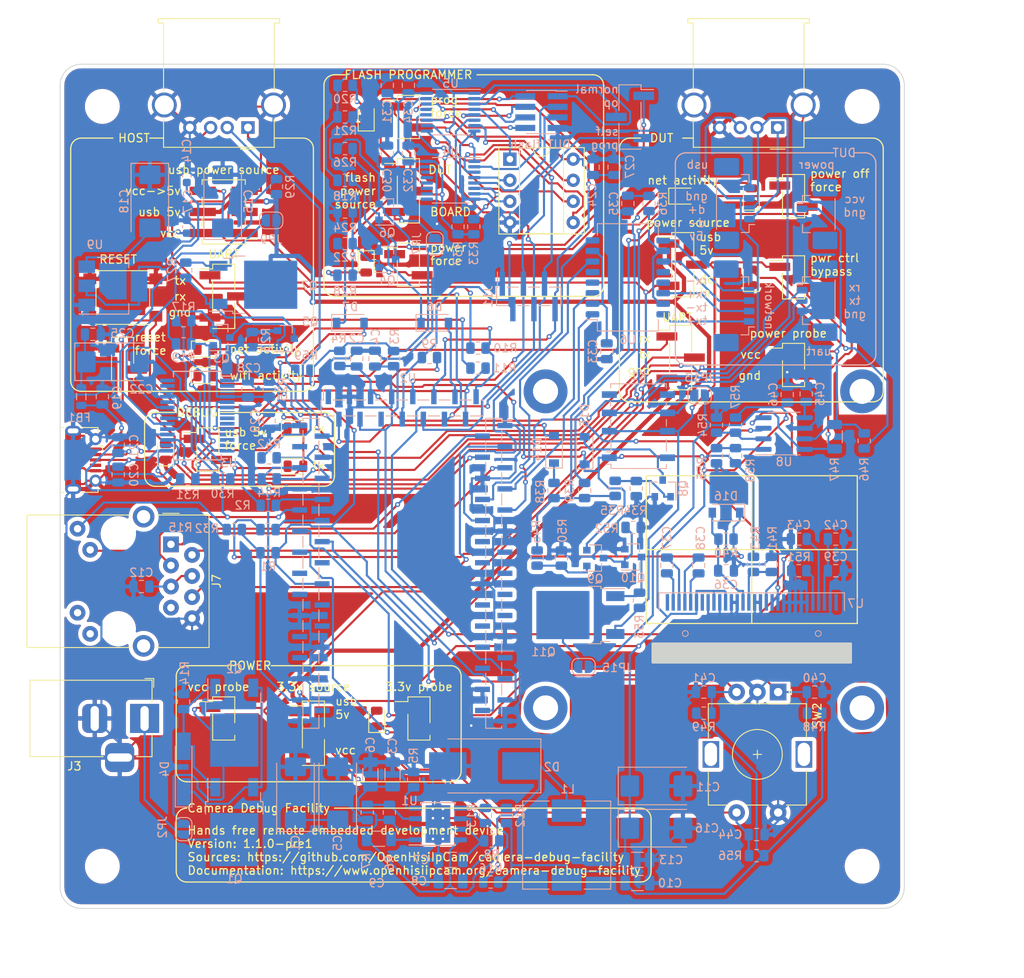
<source format=kicad_pcb>
(kicad_pcb (version 20211014) (generator pcbnew)
  (title_block (date "2021-10-20"))
  (layers (0 "F.Cu" signal) (31 "B.Cu" signal) (34 "B.Paste" user) (35 "F.Paste" user) (36 "B.SilkS" user "B.Silkscreen") (37 "F.SilkS" user "F.Silkscreen") (38 "B.Mask" user) (39 "F.Mask" user) (44 "Edge.Cuts" user))
  (net 0 "")
  (net 1 "GND")
  (net 2 "Net-(C1-Pad1)")
  (net 3 "I2C_SDA")
  (net 4 "Net-(C7-Pad1)")
  (net 5 "Net-(C8-Pad1)")
  (net 6 "Net-(C9-Pad2)")
  (net 7 "Net-(C9-Pad1)")
  (net 8 "+3V3")
  (net 9 "Net-(C12-Pad1)")
  (net 10 "Net-(C14-Pad1)")
  (net 11 "VCC")
  (net 12 "Net-(C19-Pad2)")
  (net 13 "VBUS")
  (net 14 "Net-(C29-Pad1)")
  (net 15 "Net-(C33-Pad1)")
  (net 16 "Net-(C35-Pad1)")
  (net 17 "Net-(C36-Pad1)")
  (net 18 "Net-(C37-Pad2)")
  (net 19 "Net-(C37-Pad1)")
  (net 20 "Net-(C38-Pad2)")
  (net 21 "Net-(C38-Pad1)")
  (net 22 "Net-(C39-Pad2)")
  (net 23 "SW_RA")
  (net 24 "SW_RB")
  (net 25 "Net-(C43-Pad1)")
  (net 26 "SW_BUTTON")
  (net 27 "Net-(D1-Pad1)")
  (net 28 "Net-(D3-Pad2)")
  (net 29 "Net-(D4-Pad2)")
  (net 30 "Net-(D4-Pad1)")
  (net 31 "Net-(D5-Pad2)")
  (net 32 "SPI_MUX_CONTROL")
  (net 33 "Net-(D6-Pad1)")
  (net 34 "SPI_MUXER_3V3_CONTROL")
  (net 35 "Net-(D7-Pad1)")
  (net 36 "Net-(D8-Pad2)")
  (net 37 "Net-(D9-Pad2)")
  (net 38 "Net-(D10-Pad1)")
  (net 39 "Net-(D11-Pad1)")
  (net 40 "Net-(D12-Pad1)")
  (net 41 "Net-(D13-Pad2)")
  (net 42 "DUT_POWER_CONTROL")
  (net 43 "Net-(D14-Pad1)")
  (net 44 "Net-(D15-Pad2)")
  (net 45 "RESET")
  (net 46 "Net-(D17-Pad2)")
  (net 47 "Net-(J3-Pad1)")
  (net 48 "Net-(J4-Pad2)")
  (net 49 "Net-(J4-Pad1)")
  (net 50 "Net-(J6-Pad1)")
  (net 51 "Net-(J7-PadL4)")
  (net 52 "WAN_LED")
  (net 55 "SPI_HOLD")
  (net 56 "SPI_SCK")
  (net 57 "SPI_MOSI")
  (net 58 "SPI_WP")
  (net 59 "SPI_MISO")
  (net 60 "SPI_CS")
  (net 61 "PROG_SPI_MISO")
  (net 62 "PROG_SPI_CS0")
  (net 63 "PROG_SPI_SCK")
  (net 64 "PROG_SPI_MOSI")
  (net 65 "PROG_SPI_CS1")
  (net 66 "DUT_SPI_VCC")
  (net 67 "DUT_SPI_HOLD")
  (net 68 "DUT_SPI_SCK")
  (net 69 "DUT_SPI_MOSI")
  (net 70 "DUT_SPI_WP")
  (net 71 "DUT_SPI_MISO")
  (net 72 "DUT_SPI_CS")
  (net 73 "Net-(J15-Pad2)")
  (net 74 "Net-(J15-Pad1)")
  (net 75 "Net-(J17-Pad1)")
  (net 76 "Net-(J18-Pad1)")
  (net 82 "+5V")
  (net 83 "Net-(JP4-Pad2)")
  (net 84 "Net-(JP5-Pad2)")
  (net 85 "SPI_MUX_CONTROL_P")
  (net 86 "Net-(JP7-Pad2)")
  (net 87 "Net-(JP10-Pad2)")
  (net 88 "Net-(JP11-Pad2)")
  (net 89 "Net-(JP12-Pad2)")
  (net 90 "Net-(JP13-Pad2)")
  (net 91 "Net-(JP13-Pad1)")
  (net 92 "Net-(JP15-Pad2)")
  (net 95 "Net-(Q3-Pad3)")
  (net 96 "Net-(Q4-Pad3)")
  (net 97 "Net-(Q5-Pad3)")
  (net 98 "Net-(Q8-Pad1)")
  (net 99 "Net-(Q10-Pad1)")
  (net 100 "Net-(Q9-Pad1)")
  (net 101 "Net-(Q10-Pad3)")
  (net 102 "Net-(R5-Pad1)")
  (net 103 "Net-(R6-Pad1)")
  (net 104 "UART_DEBUG_RX")
  (net 105 "UART_DEBUG_TX")
  (net 106 "Net-(R12-Pad2)")
  (net 107 "USB_PWREN")
  (net 108 "Net-(R30-Pad2)")
  (net 109 "Net-(R31-Pad2)")
  (net 110 "DUT_ETH_LED")
  (net 111 "Net-(R33-Pad2)")
  (net 112 "Net-(R36-Pad1)")
  (net 113 "Net-(R37-Pad2)")
  (net 114 "Net-(R41-Pad1)")
  (net 115 "Net-(R51-Pad1)")
  (net 116 "Net-(R54-Pad1)")
  (net 117 "Net-(R55-Pad1)")
  (net 139 "I2C_SCL")
  (net 142 "/DUSB_P")
  (net 143 "/DUSB_N")
  (net 144 "SPI_VCC")
  (net 145 "VCCIO")
  (net 146 "Net-(D18-Pad2)")
  (net 148 "Net-(R2-Pad1)")
  (net 154 "DUT_ETH_R_N")
  (net 155 "DUT_ETH_R_P")
  (net 156 "DUT_ETH_T_N")
  (net 157 "DUT_ETH_T_P")
  (net 158 "/DUT_T_ETH_R_P")
  (net 159 "/DUT_T_ETH_T_P")
  (net 176 "/DUT_T_ETH_R_N")
  (net 177 "/DUT_T_ETH_T_N")
  (net 178 "/WAN_R_N")
  (net 179 "/WAN_R_P")
  (net 180 "/WAN_T_N")
  (net 181 "/WAN_T_P")
  (net 182 "/H_USB_P")
  (net 183 "/H_USB_N")
  (net 184 "UART_DUT_N")
  (net 185 "UART_DUT_P")
  (footprint "LED_SMD:LED_0805_2012Metric" (layer "F.Cu") (at 164.719 93.6475 90)
    (fp_text reference "D9" hide)
    (fp_text value "USB POWER CTRL LED")
  )
  (footprint "LED_SMD:LED_0805_2012Metric" (layer "F.Cu") (at 180.34 95.377)
    (fp_text reference "D10" hide)
    (fp_text value "TX")
  )
  (footprint "LED_SMD:LED_0805_2012Metric" (layer "F.Cu") (at 180.34 90.805)
    (fp_text reference "D11" hide)
    (fp_text value "RX")
  )
  (footprint "MountingHole:MountingHole_3.2mm_M3" (layer "F.Cu") (at 157.099 52.07)
    (fp_text reference "H5" hide)
    (fp_text value "3mm HOLE")
  )
  (footprint "MountingHole:MountingHole_3.2mm_M3" (layer "F.Cu") (at 248.539 52.07)
    (fp_text reference "H6" hide)
    (fp_text value "3mm HOLE")
  )
  (footprint "MountingHole:MountingHole_3.2mm_M3" (layer "F.Cu") (at 157.099 143.51)
    (fp_text reference "H8" hide)
    (fp_text value "3mm HOLE")
  )
  (footprint "Connector_BarrelJack:BarrelJack_Horizontal" (layer "F.Cu") (at 162.179 125.73)
    (fp_text reference "J3")
    (fp_text value "DUT DC POWER IN")
  )
  (footprint "Connector_USB:USB_A_Molex_67643_Horizontal" (layer "F.Cu") (at 238.379 54.61 180)
    (fp_text reference "J17" hide)
    (fp_text value "DUT USB PORT")
  )
  (footprint "Connector_PinHeader_2.54mm:PinHeader_1x03_P2.54mm_Vertical_SMD_Pin1Left" (layer "F.Cu") (at 182.499 127.508)
    (fp_text reference "JP1" hide)
    (fp_text value "3.3V SOURCE")
  )
  (footprint "Connector_PinHeader_2.54mm:PinHeader_1x02_P2.54mm_Vertical_SMD_Pin1Left" (layer "F.Cu") (at 169.799 93.345)
    (fp_text reference "JP4" hide)
    (fp_text value "FORCE USB POWER")
  )
  (footprint "Connector_PinHeader_2.54mm:PinHeader_1x02_P2.54mm_Vertical_SMD_Pin1Left" (layer "F.Cu") (at 171.704 125.73)
    (fp_text reference "J5" hide)
    (fp_text value "VCC PROBE")
  )
  (footprint "MountingHole:MountingHole_3.2mm_M3" (layer "F.Cu") (at 248.539 143.51)
    (fp_text reference "H7" hide)
    (fp_text value "3mm HOLE")
  )
  (footprint "Connector_PinHeader_2.54mm:PinHeader_1x02_P2.54mm_Vertical_SMD_Pin1Left" (layer "F.Cu") (at 193.929 71.12)
    (fp_text reference "JP5" hide)
    (fp_text value "FORCE 3V3 MUX")
  )
  (footprint "Connector_PinHeader_2.54mm:PinHeader_1x03_P2.54mm_Vertical_SMD_Pin1Left" (layer "F.Cu") (at 193.929 62.23)
    (fp_text reference "JP8" hide)
    (fp_text value "DUT SPI FLASH PW SELECTOR")
  )
  (footprint "LED_SMD:LED_0805_2012Metric" (layer "F.Cu") (at 188.849 53.34 90)
    (fp_text reference "D5" hide)
    (fp_text value "MUX PROG LED")
  )
  (footprint "Connector_PinHeader_2.54mm:PinHeader_1x02_P2.54mm_Vertical_SMD_Pin1Left" (layer "F.Cu") (at 193.929 53.34)
    (fp_text reference "JP6" hide)
    (fp_text value "FORCE PROG")
  )
  (footprint "LED_SMD:LED_0805_2012Metric" (layer "F.Cu") (at 188.849 71.12 -90)
    (fp_text reference "D8" hide)
    (fp_text value "SPI PWR")
  )
  (footprint "LED_SMD:LED_0805_2012Metric" (layer "F.Cu") (at 169.4965 81.28)
    (fp_text reference "D18" hide)
    (fp_text value "WAN LED")
  )
  (footprint "Connector_USB:USB_Micro-B_Molex-105017-0001" (layer "F.Cu") (at 154.813 94.615 -90)
    (fp_text reference "J1" hide)
    (fp_text value "USB_B_Micro")
  )
  (footprint "Package_DIP:DIP-8_W7.62mm_Socket" (layer "F.Cu") (at 206.1464 58.42)
    (fp_text reference "J10" hide)
    (fp_text value "SPI FLASH DIP")
  )
  (footprint "Connector_USB:USB_A_Molex_67643_Horizontal" (layer "F.Cu") (at 174.625 54.61 180)
    (fp_text reference "J6" hide)
    (fp_text value "MT7688 USB HOST")
  )
  (footprint "Connector_PinHeader_2.54mm:PinHeader_1x02_P2.54mm_Vertical_SMD_Pin1Left" (layer "F.Cu") (at 159.535 82.473)
    (fp_text reference "JP3" hide)
    (fp_text value "FORCE RESET")
  )
  (footprint "Connector_RJ:RJ45_Amphenol_RJMG1BD3B8K1ANR" (layer "F.Cu") (at 165.354 104.775 -90)
    (fp_text reference "J7")
    (fp_text value "WAN")
  )
  (footprint "Rotary_Encoder:RotaryEncoder_Alps_EC11E-Switch_Vertical_H20mm" (layer "F.Cu") (at 238.4298 122.555 -90)
    (fp_text reference "SW2")
    (fp_text value "Encoder")
  )
  (footprint "Connector_PinHeader_2.54mm:PinHeader_1x02_P2.54mm_Vertical_SMD_Pin1Left" (layer "F.Cu") (at 240.284 83.185)
    (fp_text reference "J20" hide)
    (fp_text value "DUT POWER2")
  )
  (footprint "Connector_PinHeader_2.54mm:PinHeader_1x02_P2.54mm_Vertical_SMD_Pin1Left" (layer "F.Cu") (at 240.284 62.865)
    (fp_text reference "JP12" hide)
    (fp_text value "DUT POWER OFF FORCE")
  )
  (footprint "Connector_PinHeader_2.54mm:PinHeader_1x02_P2.54mm_Vertical_SMD_Pin1Left" (layer "F.Cu") (at 240.284 72.644)
    (fp_text reference "JP14" hide)
    (fp_text value "DUT POWER CONTROL BYPASS")
  )
  (footprint "LED_SMD:LED_0805_2012Metric" (layer "F.Cu") (at 235.204 62.865 90)
    (fp_text reference "D13" hide)
    (fp_text value "DUT POWER CTRL LED")
  )
  (footprint "LED_SMD:LED_0805_2012Metric" (layer "F.Cu") (at 235.204 72.644 90)
    (fp_text reference "D17" hide)
    (fp_text value "DUT PWR LED")
  )
  (footprint "Connector_PinHeader_2.54mm:PinHeader_1x03_P2.54mm_Vertical_SMD_Pin1Left" (layer "F.Cu") (at 226.695 82.296)
    (fp_text reference "J15" hide)
    (fp_text value "DUT UART PROBE")
  )
  (footprint "Connector_PinHeader_2.54mm:PinHeader_1x03_P2.54mm_Vertical_SMD_Pin1Left" (layer "F.Cu") (at 226.949 71.12)
    (fp_text reference "JP11" hide)
    (fp_text value "DUT POWER SELECT")
  )
  (footprint "LED_SMD:LED_0805_2012Metric" (layer "F.Cu") (at 226.949 62.865)
    (fp_text reference "D12" hide)
    (fp_text value "DUT ETH LED")
  )
  (footprint "Connector_PinHeader_2.54mm:PinHeader_2x03_P2.54mm_Vertical_SMD" (layer "F.Cu") (at 171.704 64.77 180)
    (fp_text reference "JP16" hide)
    (fp_text value "VBUS SRC")
  )
  (footprint "LED_SMD:LED_0805_2012Metric" (layer "F.Cu") (at 169.4965 84.455)
    (fp_text reference "D1" hide)
    (fp_text value "WIFI LED")
  )
  (footprint "Button_Switch_SMD:SW_Push_1P1T_NO_6x6mm_H9.5mm" (layer "F.Cu") (at 159.56 75.068)
    (fp_text reference "SW1" hide)
    (fp_text value "RESET")
  )
  (footprint "Connector_PinHeader_2.54mm:PinHeader_1x03_P2.54mm_Vertical_SMD_Pin1Left" (layer "F.Cu") (at 171.704 74.93)
    (fp_text reference "J4" hide)
    (fp_text value "DEBUG UART PROBE")
  )
  (footprint "Connector_PinHeader_2.54mm:PinHeader_1x02_P2.54mm_Vertical_SMD_Pin1Left" (layer "F.Cu") (at 195.199 125.73)
    (fp_text reference "J13" hide)
    (fp_text value "3v3 probe")
  )
  (footprint "LED_SMD:LED_0805_2012Metric" (layer "F.Cu") (at 190.119 125.73 90)
    (fp_text reference "D3" hide)
    (fp_text value "3.3V POWER LED")
  )
  (footprint "Capacitor_Tantalum_SMD:CP_EIA-7343-31_Kemet-D_Pad2.25x2.55mm_HandSolder" (layer "B.Cu") (at 180.34 134.747 90)
    (fp_text reference "C1")
    (fp_text value "CP")
  )
  (footprint "Capacitor_Tantalum_SMD:CP_EIA-7343-31_Kemet-D_Pad2.25x2.55mm_HandSolder" (layer "B.Cu") (at 185.42 134.747 90)
    (fp_text reference "C5")
    (fp_text value "CP")
  )
  (footprint "Capacitor_SMD:C_1206_3216Metric" (layer "B.Cu") (at 189.357 132.461 90)
    (fp_text reference "C6")
    (fp_text value "C")
  )
  (footprint "Capacitor_SMD:C_1206_3216Metric" (layer "B.Cu") (at 199.009 142.748 180)
    (fp_text reference "C7")
    (fp_text value "C")
  )
  (footprint "Capacitor_SMD:C_1206_3216Metric" (layer "B.Cu") (at 190.373 140.208)
    (fp_text reference "C9")
    (fp_text value "C")
  )
  (footprint "Capacitor_Tantalum_SMD:CP_EIA-7343-31_Kemet-D_Pad2.25x2.55mm_HandSolder" (layer "B.Cu") (at 223.774 133.858)
    (fp_text reference "C11")
    (fp_text value "CP")
  )
  (footprint "Capacitor_SMD:C_1206_3216Metric" (layer "B.Cu") (at 221.488 142.748)
    (fp_text reference "C13")
    (fp_text value "C")
  )
  (footprint "Capacitor_Tantalum_SMD:CP_EIA-7343-31_Kemet-D_Pad2.25x2.55mm_HandSolder" (layer "B.Cu") (at 223.774 138.938)
    (fp_text reference "C16")
    (fp_text value "CP")
  )
  (footprint "Capacitor_SMD:C_0805_2012Metric" (layer "B.Cu") (at 157.099 86.995 -90)
    (fp_text reference "C19")
    (fp_text value "C")
  )
  (footprint "Capacitor_SMD:C_0805_2012Metric" (layer "B.Cu") (at 159.004 92.837 90)
    (fp_text reference "C21")
    (fp_text value "C")
  )
  (footprint "Capacitor_SMD:C_0805_2012Metric" (layer "B.Cu") (at 216.154 59.375 -90)
    (fp_text reference "C24")
    (fp_text value "C")
  )
  (footprint "Capacitor_SMD:C_0805_2012Metric" (layer "B.Cu") (at 155.956 79.502 180)
    (fp_text reference "C25")
    (fp_text value "C")
  )
  (footprint "Capacitor_SMD:C_0805_2012Metric" (layer "B.Cu") (at 218.694 59.375 -90)
    (fp_text reference "C27")
    (fp_text value "C")
  )
  (footprint "Capacitor_SMD:C_0805_2012Metric" (layer "B.Cu") (at 174.625 86.106 -90)
    (fp_text reference "C28")
    (fp_text value "C")
  )
  (footprint "Capacitor_SMD:C_0805_2012Metric" (layer "B.Cu") (at 177.165 89.916 -90)
    (fp_text reference "C29")
    (fp_text value "C")
  )
  (footprint "Capacitor_SMD:C_0805_2012Metric" (layer "B.Cu") (at 232.156 107.95)
    (fp_text reference "C36")
    (fp_text value "C")
  )
  (footprint "Capacitor_SMD:C_0805_2012Metric" (layer "B.Cu") (at 225.044 107.315 90)
    (fp_text reference "C37")
    (fp_text value "CP")
  )
  (footprint "Capacitor_SMD:C_0805_2012Metric" (layer "B.Cu") (at 228.854 107.315 -90)
    (fp_text reference "C38")
    (fp_text value "CP")
  )
  (footprint "Capacitor_SMD:C_0805_2012Metric" (layer "B.Cu") (at 245.364 107.95 180)
    (fp_text reference "C39")
    (fp_text value "C")
  )
  (footprint "Capacitor_SMD:C_0805_2012Metric" (layer "B.Cu") (at 245.364 104.14 180)
    (fp_text reference "C42")
    (fp_text value "C")
  )
  (footprint "Capacitor_SMD:C_0805_2012Metric" (layer "B.Cu") (at 240.919 104.14 180)
    (fp_text reference "C43")
    (fp_text value "C")
  )
  (footprint "Capacitor_SMD:C_0805_2012Metric" (layer "B.Cu") (at 241.808 86.675 90)
    (fp_text reference "C45")
    (fp_text value "C")
  )
  (footprint "Capacitor_SMD:C_0805_2012Metric" (layer "B.Cu") (at 239.522 86.741 -90)
    (fp_text reference "C46")
    (fp_text value "C")
  )
  (footprint "Diode_SMD:D_SOD-123" (layer "B.Cu") (at 197.104 78.105)
    (fp_text reference "D6")
    (fp_text value "D_Schottky")
  )
  (footprint "Diode_SMD:D_SOD-123" (layer "B.Cu") (at 186.944 78.105)
    (fp_text reference "D7")
    (fp_text value "D_Schottky")
  )
  (footprint "Diode_SMD:D_SOD-123" (layer "B.Cu") (at 211.455 93.345 90)
    (fp_text reference "D14")
    (fp_text value "D_Schottky")
  )
  (footprint "Diode_SMD:D_SOD-123" (layer "B.Cu") (at 215.138 93.472 90)
    (fp_text reference "D15")
    (fp_text value "D")
  )
  (footprint "Diode_SMD:D_SOD-123" (layer "B.Cu") (at 232.156 100.965 180)
    (fp_text reference "D16")
    (fp_text value "D")
  )
  (footprint "Jumper:SolderJumper-2_P1.3mm_Open_RoundedPad1.0x1.5mm" (layer "B.Cu") (at 177.419 65.786)
    (fp_text reference "JP9")
    (fp_text value "VBUS CONTROL BYPASS")
  )
  (footprint "Jumper:SolderJumper-2_P1.3mm_Open_RoundedPad1.0x1.5mm" (layer "B.Cu") (at 228.981 86.868)
    (fp_text reference "JP13")
    (fp_text value "RELAY")
  )
  (footprint "Jumper:SolderJumper-2_P1.3mm_Open_RoundedPad1.0x1.5mm" (layer "B.Cu") (at 215.011 119.507 180)
    (fp_text reference "JP15")
    (fp_text value "MOSFET")
  )
  (footprint "Relay_SMD:Relay_DPDT_Omron_G6K-2F-Y" (layer "B.Cu") (at 221.615 90.551)
    (fp_text reference "K1")
    (fp_text value "G6K-2")
  )
  (footprint "Package_TO_SOT_SMD:SOT-23" (layer "B.Cu") (at 171.45 79.883)
    (fp_text reference "Q3")
    (fp_text value "IRLML6402")
  )
  (footprint "Package_TO_SOT_SMD:SOT-23" (layer "B.Cu") (at 191.389 70.485)
    (fp_text reference "Q4")
    (fp_text value "BSS138")
  )
  (footprint "Package_TO_SOT_SMD:SOT-23" (layer "B.Cu") (at 179.197 80.01)
    (fp_text reference "Q5")
    (fp_text value "BSS138")
  )
  (footprint "Package_TO_SOT_SMD:SOT-23" (layer "B.Cu") (at 224.536 98.044 90)
    (fp_text reference "Q8")
    (fp_text value "BC847")
  )
  (footprint "Package_TO_SOT_SMD:SOT-23" (layer "B.Cu") (at 216.408 106.426)
    (fp_text reference "Q9")
    (fp_text value "IRLML6402")
  )
  (footprint "Package_TO_SOT_SMD:SOT-23" (layer "B.Cu") (at 220.98 106.299)
    (fp_text reference "Q10")
    (fp_text value "BSS138")
  )
  (footprint "Resistor_SMD:R_0805_2012Metric" (layer "B.Cu") (at 194.564 133.096 90)
    (fp_text reference "R5")
    (fp_text value "R")
  )
  (footprint "Resistor_SMD:R_0805_2012Metric" (layer "B.Cu") (at 191.643 137.033 -90)
    (fp_text reference "R6")
    (fp_text value "R")
  )
  (footprint "Resistor_SMD:R_0805_2012Metric" (layer "B.Cu") (at 188.976 137.033 90)
    (fp_text reference "R7")
    (fp_text value "R")
  )
  (footprint "Resistor_SMD:R_0805_2012Metric" (layer "B.Cu") (at 196.469 82.296 180)
    (fp_text reference "R9")
    (fp_text value "R")
  )
  (footprint "Resistor_SMD:R_0805_2012Metric" (layer "B.Cu") (at 166.878 77.851 180)
    (fp_text reference "R17")
    (fp_text value "R")
  )
  (footprint "Resistor_SMD:R_0805_2012Metric" (layer "B.Cu") (at 166.878 80.645)
    (fp_text reference "R19")
    (fp_text value "R")
  )
  (footprint "Resistor_SMD:R_0805_2012Metric" (layer "B.Cu") (at 175.133 80.137 90)
    (fp_text reference "R23")
    (fp_text value "R")
  )
  (footprint "Resistor_SMD:R_0805_2012Metric" (layer "B.Cu") (at 186.309 64.77 180)
    (fp_text reference "R24")
    (fp_text value "R")
  )
  (footprint "Resistor_SMD:R_0805_2012Metric" (layer "B.Cu") (at 177.165 86.106 90)
    (fp_text reference "R25")
    (fp_text value "R")
  )
  (footprint "Resistor_SMD:R_0805_2012Metric" (layer "B.Cu") (at 171.577 96.901 180)
    (fp_text reference "R30")
    (fp_text value "R")
  )
  (footprint "Resistor_SMD:R_0805_2012Metric" (layer "B.Cu") (at 167.386 96.901 180)
    (fp_text reference "R31")
    (fp_text value "R")
  )
  (footprint "Resistor_SMD:R_0805_2012Metric" (layer "B.Cu") (at 177.038 102.997 180)
    (fp_text reference "R32")
    (fp_text value "R")
  )
  (footprint "Resistor_SMD:R_0805_2012Metric" (layer "B.Cu") (at 201.803 66.548 90)
    (fp_text reference "R33")
    (fp_text value "R")
  )
  (footprint "Resistor_SMD:R_0805_2012Metric" (layer "B.Cu") (at 221.361 98.0675 90)
    (fp_text reference "R34")
    (fp_text value "R")
  )
  (footprint "Resistor_SMD:R_0805_2012Metric" (layer "B.Cu") (at 218.821 98.044 90)
    (fp_text reference "R35")
    (fp_text value "R")
  )
  (footprint "Resistor_SMD:R_0805_2012Metric" (layer "B.Cu") (at 211.455 98.298 90)
    (fp_text reference "R38")
    (fp_text value "R")
  )
  (footprint "Resistor_SMD:R_0805_2012Metric" (layer "B.Cu") (at 215.138 98.298 90)
    (fp_text reference "R39")
    (fp_text value "R")
  )
  (footprint "Resistor_SMD:R_0805_2012Metric" (layer "B.Cu") (at 232.156 104.14)
    (fp_text reference "R40")
    (fp_text value "R")
  )
  (footprint "Resistor_SMD:R_0805_2012Metric" (layer "B.Cu") (at 177.165 94.361 180)
    (fp_text reference "R42")
    (fp_text value "R")
  )
  (footprint "Resistor_SMD:R_0805_2012Metric" (layer "B.Cu") (at 177.165 96.901)
    (fp_text reference "R44")
    (fp_text value "R")
  )
  (footprint "Resistor_SMD:R_0805_2012Metric" (layer "B.Cu") (at 209.423 106.426 90)
    (fp_text reference "R45")
    (fp_text value "R")
  )
  (footprint "Resistor_SMD:R_0805_2012Metric" (layer "B.Cu") (at 248.793 92.329 -90)
    (fp_text reference "R46")
    (fp_text value "R")
  )
  (footprint "Resistor_SMD:R_1206_3216Metric" (layer "B.Cu") (at 245.237 91.821 90)
    (fp_text reference "R47")
    (fp_text value "0.1")
  )
  (footprint "Resistor_SMD:R_0805_2012Metric" (layer "B.Cu") (at 212.344 106.426 90)
    (fp_text reference "R50")
    (fp_text value "R")
  )
  (footprint "Resistor_SMD:R_0805_2012Metric" (layer "B.Cu") (at 240.919 107.95 180)
    (fp_text reference "R51")
    (fp_text value "R")
  )
  (footprint "Resistor_SMD:R_0805_2012Metric" (layer "B.Cu") (at 220.98 102.743)
    (fp_text reference "R52")
    (fp_text value "R")
  )
  (footprint "Resistor_SMD:R_0805_2012Metric" (layer "B.Cu") (at 221.742 111.506 90)
    (fp_text reference "R53")
    (fp_text value "R")
  )
  (footprint "Resistor_SMD:R_0805_2012Metric" (layer "B.Cu") (at 231.013 90.424 90)
    (fp_text reference "R54")
    (fp_text value "R")
  )
  (footprint "Resistor_SMD:R_0805_2012Metric" (layer "B.Cu") (at 231.013 94.107 -90)
    (fp_text reference "R55")
    (fp_text value "R")
  )
  (footprint "Resistor_SMD:R_0805_2012Metric" (layer "B.Cu") (at 233.299 90.424 -90)
    (fp_text reference "R57")
    (fp_text value "R")
  )
  (footprint "Resistor_SMD:R_0805_2012Metric" (layer "B.Cu") (at 233.299 94.107 90)
    (fp_text reference "R58")
    (fp_text value "R")
  )
  (footprint "Package_SO:SSOP-28_5.3x10.2mm_P0.65mm" (layer "B.Cu") (at 168.529 89.281 180)
    (fp_text reference "U3")
    (fp_text value "FT232RL")
  )
  (footprint "Jumper:SolderJumper-2_P1.3mm_Open_RoundedPad1.0x1.5mm" (layer "B.Cu") (at 197.104 68.58 90)
    (fp_text reference "JP7")
    (fp_text value "3V3 CONTROL BYPASS")
  )
  (footprint "Inductor_SMD:L_0805_2012Metric" (layer "B.Cu") (at 154.559 86.995 90)
    (fp_text reference "FB1")
    (fp_text value "Ferrite_Bead")
  )
  (footprint "Package_SO:TSSOP-16_4.4x5mm_P0.65mm" (layer "B.Cu") (at 199.009 60.96 180)
    (fp_text reference "U4")
    (fp_text value "SN74CB3Q3257")
  )
  (footprint "Package_TO_SOT_SMD:TO-252-2" (layer "B.Cu") (at 214.63 113.284 180)
    (fp_text reference "Q11")
    (fp_text value "AUIRFR5305")
  )
  (footprint "Package_TO_SOT_SMD:TO-252-2" (layer "B.Cu") (at 175.26 73.533)
    (fp_text reference "Q7")
    (fp_text value "AUIRFR5305")
  )
  (footprint "Capacitor_SMD:C_0805_2012Metric" (layer "B.Cu") (at 191.389 57.735 90)
    (fp_text reference "C30")
    (fp_text value "C")
  )
  (footprint "Connector_PinHeader_1.27mm:PinHeader_2x04_P1.27mm_Vertical_SMD" (layer "B.Cu") (at 209.9464 52.755 180)
    (fp_text reference "J12" hide)
    (fp_text value "DUT SPI FLASH")
  )
  (footprint "Package_SO:TSSOP-16_4.4x5mm_P0.65mm" (layer "B.Cu") (at 199.009 52.755 180)
    (fp_text reference "U5")
    (fp_text value "SN74CB3Q3257")
  )
  (footprint "Capacitor_SMD:C_0805_2012Metric" (layer "B.Cu") (at 193.929 49.53 90)
    (fp_text reference "C34")
    (fp_text value "C")
  )
  (footprint "Capacitor_SMD:C_0805_2012Metric" (layer "B.Cu") (at 191.389 49.53 90)
    (fp_text reference "C31")
    (fp_text value "C")
  )
  (footprint "Capacitor_SMD:C_0805_2012Metric" (layer "B.Cu") (at 193.929 57.735 90)
    (fp_text reference "C32")
    (fp_text value "C")
  )
  (footprint "Resistor_SMD:R_0805_2012Metric" (layer "B.Cu") (at 203.835 145.415 180)
    (fp_text reference "R16")
    (fp_text value "R")
  )
  (footprint "Package_TO_SOT_SMD:SOT-23" (layer "B.Cu") (at 191.389 64.77)
    (fp_text reference "Q6")
    (fp_text value "IRLML6402")
  )
  (footprint "Resistor_SMD:R_0805_2012Metric" (layer "B.Cu") (at 186.309 68.58)
    (fp_text reference "R22")
    (fp_text value "R")
  )
  (footprint "Resistor_SMD:R_0805_2012Metric" (layer "B.Cu") (at 199.898 66.548 90)
    (fp_text reference "R37")
    (fp_text value "R")
  )
  (footprint "Resistor_SMD:R_0805_2012Metric" (layer "B.Cu") (at 186.309 53.34)
    (fp_text reference "R21")
    (fp_text value "R")
  )
  (footprint "Resistor_SMD:R_0805_2012Metric" (layer "B.Cu") (at 186.309 60.96)
    (fp_text reference "R18")
    (fp_text value "R")
  )
  (footprint "Resistor_SMD:R_0805_2012Metric" (layer "B.Cu") (at 186.309 72.39 180)
    (fp_text reference "R28")
    (fp_text value "R")
  )
  (footprint "Resistor_SMD:R_0805_2012Metric" (layer "B.Cu") (at 186.309 49.53)
    (fp_text reference "R20")
    (fp_text value "R")
  )
  (footprint "Resistor_SMD:R_0805_2012Metric" (layer "B.Cu") (at 186.309 57.15)
    (fp_text reference "R26")
    (fp_text value "R")
  )
  (footprint "Connector_PinHeader_2.54mm:PinHeader_1x03_P2.54mm_Vertical_SMD_Pin1Left" (layer "B.Cu") (at 220.599 53.34 180)
    (fp_text reference "JP10" hide)
    (fp_text value "SELF PROG")
  )
  (footprint "Resistor_SMD:R_0805_2012Metric" (layer "B.Cu") (at 181.229 83.82 180)
    (fp_text reference "R59")
    (fp_text value "R")
  )
  (footprint "Resistor_SMD:R_0805_2012Metric" (layer "B.Cu") (at 167.132 71.7785 -90)
    (fp_text reference "R27")
    (fp_text value "R")
  )
  (footprint "Resistor_SMD:R_0805_2012Metric" (layer "B.Cu") (at 178.054 61.722 90)
    (fp_text reference "R29")
    (fp_text value "R")
  )
  (footprint "Display:OLED-128O064D" (layer "B.Cu") (at 235.2548 111.76)
    (fp_text reference "U7")
    (fp_text value "oled display(ssd1306)")
  )
  (footprint "Connector_PinHeader_1.27mm:PinHeader_1x06_P1.27mm_Vertical_SMD_Pin1Left" (layer "B.Cu") (at 208.407 74.93 -90)
    (fp_text reference "J11")
    (fp_text value "SPI PROBE")
  )
  (footprint "Capacitor_SMD:C_0805_2012Metric" (layer "B.Cu") (at 161.798 109.855 180)
    (fp_text reference "C12")
    (fp_text value "C")
  )
  (footprint "Capacitor_SMD:C_0603_1608Metric" (layer "B.Cu") (at 167.259 60.452 90)
    (fp_text reference "C14")
    (fp_text value "C")
  )
  (footprint "Capacitor_Tantalum_SMD:CP_EIA-7343-31_Kemet-D_Pad2.25x2.55mm_HandSolder" (layer "B.Cu") (at 171.577 63.5 90)
    (fp_text reference "C15")
    (fp_text value "CP")
  )
  (footprint "Capacitor_SMD:C_0603_1608Metric" (layer "B.Cu") (at 167.259 66.548 -90)
    (fp_text reference "C17")
    (fp_text value "C")
  )
  (footprint "Capacitor_Tantalum_SMD:CP_EIA-7343-31_Kemet-D_Pad2.25x2.55mm_HandSolder" (layer "B.Cu") (at 162.814 63.5 -90)
    (fp_text reference "C18")
    (fp_text value "CP")
  )
  (footprint "Resistor_SMD:R_0805_2012Metric" (layer "B.Cu") (at 177.038 105.791)
    (fp_text reference "R1")
    (fp_text value "R")
  )
  (footprint "Resistor_SMD:R_0805_2012Metric" (layer "B.Cu") (at 177.0615 100.076 180)
    (fp_text reference "R2")
    (fp_text value "R")
  )
  (footprint "Resistor_SMD:R_0805_2012Metric" (layer "B.Cu") (at 202.311 81.153)
    (fp_text reference "R10")
    (fp_text value "R")
  )
  (footprint "Resistor_SMD:R_0805_2012Metric" (layer "B.Cu") (at 202.311 83.566)
    (fp_text reference "R11")
    (fp_text value "R")
  )
  (footprint "Resistor_SMD:R_0805_2012Metric" (layer "B.Cu") (at 172.974 102.997 180)
    (fp_text reference "R15")
    (fp_text value "R")
  )
  (footprint "cdf-1:JS76x8" (layer "B.Cu") (at 195.199 86.36 180)
    (fp_text reference "U2")
    (fp_text value "JS76x8")
  )
  (footprint "Capacitor_Tantalum_SMD:CP_EIA-7343-31_Kemet-D_Pad2.25x2.55mm_HandSolder" (layer "B.Cu") (at 158.369 82.804)
    (fp_text reference "C22")
    (fp_text value "CP")
  )
  (footprint "Capacitor_SMD:C_0805_2012Metric" (layer "B.Cu") (at 189.9073 82.423 90)
    (fp_text reference "C4")
    (fp_text value "C")
  )
  (footprint "Resistor_SMD:R_0805_2012Metric" (layer "B.Cu") (at 192.151 82.423 -90)
    (fp_text reference "R3")
    (fp_text value "R")
  )
  (footprint "Capacitor_SMD:C_0805_2012Metric" (layer "B.Cu") (at 187.706 82.423 -90)
    (fp_text reference "C2")
    (fp_text value "C")
  )
  (footprint "Package_TO_SOT_SMD:SOT-223-3_TabPin2" (layer "B.Cu") (at 158.369 73.66)
    (fp_text reference "U9")
    (fp_text value "LM1117-5.0")
  )
  (footprint "Capacitor_SMD:C_0805_2012Metric" (layer "B.Cu") (at 220.345 63.754 -90)
    (fp_text reference "C35")
    (fp_text value "C")
  )
  (footprint "Capacitor_SMD:C_0805_2012Metric" (layer "B.Cu") (at 217.805 81.534 -90)
    (fp_text reference "C33")
    (fp_text value "C")
  )
  (footprint "Resistor_SMD:R_0805_2012Metric" (layer "B.Cu") (at 222.885 63.754 90)
    (fp_text reference "R36")
    (fp_text value "75")
  )
  (footprint "Transformer_SMD:Transformer_Pulse_H1100NL" (layer "B.Cu") (at 220.345 72.644)
    (fp_text reference "U6")
    (fp_text value "EPCOS_A8065")
  )
  (footprint "Connector_Molex:Molex_PicoBlade_53398-0271_1x02-1MP_P1.25mm_Vertical" (layer "B.Cu") (at 242.57 65.024 -90)
    (fp_text reference "J18" hide)
    (fp_text value "DUT POWER")
  )
  (footprint "Connector_Molex:Molex_PicoBlade_53398-0471_1x04-1MP_P1.25mm_Vertical" (layer "B.Cu") (at 233.722 63.754 90)
    (fp_text reference "J19" hide)
    (fp_text value "DUT USB")
  )
  (footprint "Inductor_SMD:L_10.4x10.4_H4.8" (layer "B.Cu") (at 212.979 140.97 -90)
    (fp_text reference "L1")
    (fp_text value "L")
  )
  (footprint "Diode_SMD:D_SMC_Handsoldering" (layer "B.Cu") (at 203.073 131.445 180)
    (fp_text reference "D2")
    (fp_text value "D_Schottky")
  )
  (footprint "Package_TO_SOT_SMD:TO-252-2" (layer "B.Cu") (at 172.973 138.211 -90)
    (fp_text reference "Q1")
    (fp_text value "AUIRFR5305")
  )
  (footprint "Package_TO_SOT_SMD:TO-252-2" (layer "B.Cu") (at 172.974 126.238 -90)
    (fp_text reference "Q2")
    (fp_text value "AUIRFR5305")
  )
  (footprint "Resistor_SMD:R_0805_2012Metric" (layer "B.Cu") (at 166.878 123.698 90)
    (fp_text reference "R14")
    (fp_text value "R")
  )
  (footprint "Diode_SMD:D_MiniMELF_Handsoldering" (layer "B.Cu") (at 166.878 131.826 90)
    (fp_text reference "D4")
    (fp_text value "D_Zener")
  )
  (footprint "Jumper:SolderJumper-2_P1.3mm_Open_RoundedPad1.0x1.5mm" (layer "B.Cu") (at 166.878 139.05 90)
    (fp_text reference "JP2")
    (fp_text value "REVERSE POL PROTECTION BYPASS")
  )
  (footprint "Capacitor_SMD:C_1206_3216Metric" (layer "B.Cu") (at 221.488 145.542)
    (fp_text reference "C10")
    (fp_text value "C")
  )
  (footprint "Resistor_SMD:R_0805_2012Metric" (layer "B.Cu") (at 203.2 137.414 -90)
    (fp_text reference "R13")
    (fp_text value "R")
  )
  (footprint "Resistor_SMD:R_0805_2012Metric" (layer "B.Cu") (at 205.74 137.414 90)
    (fp_text reference "R12")
    (fp_text value "R")
  )
  (footprint "Capacitor_SMD:C_1206_3216Metric" (layer "B.Cu") (at 192.024 132.461 90)
    (fp_text reference "C3")
    (fp_text value "C")
  )
  (footprint "Package_SO:TI_SO-PowerPAD-8_ThermalVias" (layer "B.Cu") (at 197.485 138.43)
    (fp_text reference "U1")
    (fp_text value "TPS54360DDA")
  )
  (footprint "Capacitor_SMD:C_1206_3216Metric" (layer "B.Cu") (at 199.009 145.288 180)
    (fp_text reference "C8")
    (fp_text value "C")
  )
  (footprint "Resistor_SMD:R_0805_2012Metric" (layer "B.Cu") (at 203.962 140.462)
    (fp_text reference "R8")
    (fp_text value "R")
  )
  (footprint "Capacitor_SMD:C_0805_2012Metric" (layer "B.Cu") (at 235.839 139.7 180)
    (fp_text reference "C44")
    (fp_text value "C")
  )
  (footprint "Capacitor_SMD:C_0805_2012Metric" (layer "B.Cu") (at 229.489 122.555 180)
    (fp_text reference "C41")
    (fp_text value "C")
  )
  (footprint "Resistor_SMD:R_0805_2012Metric" (layer "B.Cu") (at 235.839 142.24 180)
    (fp_text reference "R56")
    (fp_text value "R")
  )
  (footprint "Capacitor_SMD:C_0805_2012Metric" (layer "B.Cu") (at 242.824 122.555 180)
    (fp_text reference "C40")
    (fp_text value "C")
  )
  (footprint "Resistor_SMD:R_0805_2012Metric" (layer "B.Cu") (at 229.489 125.095)
    (fp_text reference "R49")
    (fp_text value "R")
  )
  (footprint "Mounting_Wuerth:Mounting_Wuerth_WA-SMSI-M2_H2mm_9774020243" (layer "B.Cu") (at 210.439 124.46)
    (fp_text reference "H4" hide)
    (fp_text value "MOUNT")
  )
  (footprint "Mounting_Wuerth:Mounting_Wuerth_WA-SMSI-M2_H2mm_9774020243" (layer "B.Cu") (at 248.539 86.36)
    (fp_text reference "H2" hide)
    (fp_text value "MOUNT")
  )
  (footprint "Mounting_Wuerth:Mounting_Wuerth_WA-SMSI-M2_H2mm_9774020243" (layer "B.Cu") (at 248.539 124.46)
    (fp_text reference "H3" hide)
    (fp_text value "MOUNT")
  )
  (footprint "Mounting_Wuerth:Mounting_Wuerth_WA-SMSI-M2_H2mm_9774020243" (layer "B.Cu") (at 210.439 86.36)
    (fp_text reference "H1" hide)
    (fp_text value "MOUNT")
  )
  (footprint "Connector_Molex:Molex_PicoBlade_53398-0371_1x03-1MP_P1.25mm_Vertical" (layer "B.Cu") (at 242.57 75.438 -90)
    (fp_text reference "J16" hide)
    (fp_text value "DUT UART")
  )
  (footprint "Connector_Molex:Molex_PicoBlade_53398-0471_1x04-1MP_P1.25mm_Vertical" (layer "B.Cu") (at 233.68 76.073 90)
    (fp_text reference "J14" hide)
    (fp_text value "DUT FETH T")
  )
  (footprint "Package_SO:SOIC-8_3.9x4.9mm_P1.27mm" (layer "B.Cu") (at 239.141 91.44)
    (fp_text reference "U8")
    (fp_text value "INA219AxD")
  )
  (footprint "Resistor_SMD:R_0805_2012Metric" (layer "B.Cu") (at 242.824 125.095)
    (fp_text reference "R48")
    (fp_text value "R")
  )
  (footprint "Resistor_SMD:R_0805_2012Metric" (layer "B.Cu") (at 235.458 107.188 -90)
    (fp_text reference "R43")
    (fp_text value "R")
  )
  (footprint "Resistor_SMD:R_0805_2012Metric" (layer "B.Cu") (at 237.617 107.188 90)
    (fp_text reference "R41")
    (fp_text value "R")
  )
  (footprint "Capacitor_SMD:C_0805_2012Metric" (layer "B.Cu") (at 159.004 96.38 -90)
    (fp_text reference "C20")
    (fp_text value "C")
  )
  (footprint "Resistor_SMD:R_0805_2012Metric" (layer "B.Cu") (at 185.674 82.3995 90)
    (fp_text reference "R4")
    (fp_text value "R")
  )
  (gr_line (start 245.11 57.658) (end 227.33 57.658) (layer "B.SilkS") (width 0.15))
  (gr_arc (start 248.92 57.658) (mid 249.818026 58.029974) (end 250.19 58.928) (layer "B.SilkS") (width 0.15))
  (gr_arc (start 250.19 81.915) (mid 249.818026 82.813026) (end 248.92 83.185) (layer "B.SilkS") (width 0.15))
  (gr_line (start 248.92 57.658) (end 247.65 57.658) (layer "B.SilkS") (width 0.15))
  (gr_line (start 248.92 83.185) (end 227.33 83.185) (layer "B.SilkS") (width 0.15))
  (gr_arc (start 226.06 58.928) (mid 226.431974 58.029974) (end 227.33 57.658) (layer "B.SilkS") (width 0.15))
  (gr_line (start 226.06 58.928) (end 226.06 81.915) (layer "B.SilkS") (width 0.15))
  (gr_line (start 250.19 81.915) (end 250.19 58.928) (layer "B.SilkS") (width 0.15))
  (gr_arc (start 227.33 83.185) (mid 226.431974 82.813026) (end 226.06 81.915) (layer "B.SilkS") (width 0.15))
  (gr_line (start 217.424 73.66) (end 217.424 49.53) (layer "F.SilkS") (width 0.15))
  (gr_line (start 183.769 49.53) (end 183.769 73.66) (layer "F.SilkS") (width 0.15))
  (gr_line (start 247.9548 96.52) (end 247.9548 114.3) (layer "F.SilkS") (width 0.15))
  (gr_line (start 247.9548 114.3) (end 222.5548 114.3) (layer "F.SilkS") (width 0.15))
  (gr_line (start 235.2548 114.3) (end 235.2548 96.52) (layer "F.SilkS") (width 0.15))
  (gr_line (start 247.9548 105.41) (end 222.5548 105.41) (layer "F.SilkS") (width 0.15))
  (gr_line (start 222.5548 114.3) (end 222.5548 96.52) (layer "F.SilkS") (width 0.15))
  (gr_line (start 222.5548 96.52) (end 247.9548 96.52) (layer "F.SilkS") (width 0.15))
  (gr_line (start 202.184 48.26) (end 216.154 48.26) (layer "F.SilkS") (width 0.15))
  (gr_line (start 185.039 74.93) (end 216.154 74.93) (layer "F.SilkS") (width 0.15))
  (gr_line (start 251.079 57.15) (end 251.079 86.36) (layer "F.SilkS") (width 0.15))
  (gr_line (start 249.809 87.63) (end 220.599 87.63) (layer "F.SilkS") (width 0.15))
  (gr_line (start 219.329 86.36) (end 219.329 57.15) (layer "F.SilkS") (width 0.15))
  (gr_line (start 153.289 85.09) (end 153.289 57.15) (layer "F.SilkS") (width 0.15))
  (gr_line (start 181.229 86.36) (end 154.559 86.36) (layer "F.SilkS") (width 0.15))
  (gr_line (start 185.039 90.17) (end 185.039 96.52) (layer "F.SilkS") (width 0.15))
  (gr_line (start 183.769 97.79) (end 163.449 97.79) (layer "F.SilkS") (width 0.15))
  (gr_line (start 162.179 96.52) (end 162.179 90.17) (layer "F.SilkS") (width 0.15))
  (gr_line (start 165.989 120.65) (end 165.989 132.08) (layer "F.SilkS") (width 0.15))
  (gr_line (start 167.259 133.35) (end 199.009 133.35) (layer "F.SilkS") (width 0.15))
  (gr_line (start 200.279 132.08) (end 200.279 120.65) (layer "F.SilkS") (width 0.15))
  (gr_line (start 171.069 119.38) (end 167.259 119.38) (layer "F.SilkS") (width 0.15))
  (gr_line (start 182.499 57.15) (end 182.499 85.09) (layer "F.SilkS") (width 0.15))
  (gr_line (start 167.259 145.415) (end 221.869 145.415) (layer "F.SilkS") (width 0.15))
  (gr_arc (start 162.179 90.17) (mid 162.550974 89.271974) (end 163.449 88.9) (layer "F.SilkS") (width 0.15))
  (gr_arc (start 217.424 73.66) (mid 217.052026 74.558026) (end 216.154 74.93) (layer "F.SilkS") (width 0.15))
  (gr_arc (start 185.039 96.52) (mid 184.667026 97.418026) (end 183.769 97.79) (layer "F.SilkS") (width 0.15))
  (gr_arc (start 165.989 120.65) (mid 166.360974 119.751974) (end 167.259 119.38) (layer "F.SilkS") (width 0.15))
  (gr_arc (start 220.599 87.63) (mid 219.700974 87.258026) (end 219.329 86.36) (layer "F.SilkS") (width 0.15))
  (gr_arc (start 182.499 85.09) (mid 182.127026 85.988026) (end 181.229 86.36) (layer "F.SilkS") (width 0.15))
  (gr_arc (start 200.279 132.08) (mid 199.907026 132.978026) (end 199.009 133.35) (layer "F.SilkS") (width 0.15))
  (gr_arc (start 216.154 48.26) (mid 217.052026 48.631974) (end 217.424 49.53) (layer "F.SilkS") (width 0.15))
  (gr_line (start 171.069 119.38) (end 172.339 119.38) (layer "F.SilkS") (width 0.15))
  (gr_line (start 162.814 55.88) (end 164.465 55.88) (layer "F.SilkS") (width 0.15))
  (gr_arc (start 219.329 57.15) (mid 219.700974 56.251974) (end 220.599 55.88) (layer "F.SilkS") (width 0.15))
  (gr_line (start 178.816 55.88) (end 177.8 55.88) (layer "F.SilkS") (width 0.15))
  (gr_arc (start 167.259 145.415) (mid 166.360974 145.043026) (end 165.989 144.145) (layer "F.SilkS") (width 0.15))
  (gr_arc (start 185.039 74.93) (mid 184.140974 74.558026) (end 183.769 73.66) (layer "F.SilkS") (width 0.15))
  (gr_line (start 181.229 55.88) (end 178.689 55.88) (layer "F.SilkS") (width 0.15))
  (gr_arc (start 221.869 136.525) (mid 222.767026 136.896974) (end 223.139 137.795) (layer "F.SilkS") (width 0.15))
  (gr_arc (start 183.769 88.9) (mid 184.667026 89.271974) (end 185.039 90.17) (layer "F.SilkS") (width 0.15))
  (gr_line (start 165.989 137.795) (end 165.989 144.145) (layer "F.SilkS") (width 0.15))
  (gr_line (start 220.599 55.88) (end 221.869 55.88) (layer "F.SilkS") (width 0.15))
  (gr_line (start 183.896 88.9) (end 171.196 88.9) (layer "F.SilkS") (width 0.15))
  (gr_arc (start 181.229 55.88) (mid 182.127026 56.251974) (end 182.499 57.15) (layer "F.SilkS") (width 0.15))
  (gr_arc (start 183.769 49.53) (mid 184.140974 48.631974) (end 185.039 48.26) (layer "F.SilkS") (width 0.15))
  (gr_line (start 185.039 136.525) (end 221.869 136.525) (layer "F.SilkS") (width 0.15))
  (gr_line (start 223.139 144.145) (end 223.139 137.795) (layer "F.SilkS") (width 0.15))
  (gr_arc (start 165.989 137.795) (mid 166.360974 136.896974) (end 167.259 136.525) (layer "F.SilkS") (width 0.15))
  (gr_arc (start 167.259 133.35) (mid 166.360974 132.978026) (end 165.989 132.08) (layer "F.SilkS") (width 0.15))
  (gr_line (start 163.449 88.9) (end 165.989 88.9) (layer "F.SilkS") (width 0.15))
  (gr_arc (start 153.289 57.15) (mid 153.660974 56.251974) (end 154.559 55.88) (layer "F.SilkS") (width 0.15))
  (gr_arc (start 154.559 86.36) (mid 153.660974 85.988026) (end 153.289 85.09) (layer "F.SilkS") (width 0.15))
  (gr_line (start 154.559 55.88) (end 158.369 55.88) (layer "F.SilkS") (width 0.15))
  (gr_line (start 199.009 119.38) (end 177.419 119.38) (layer "F.SilkS") (width 0.15))
  (gr_arc (start 249.809 55.88) (mid 250.707026 56.251974) (end 251.079 57.15) (layer "F.SilkS") (width 0.15))
  (gr_arc (start 223.139 144.145) (mid 222.767026 145.043026) (end 221.869 145.415) (layer "F.SilkS") (width 0.15))
  (gr_line (start 226.949 55.88) (end 228.219 55.88) (layer "F.SilkS") (width 0.15))
  (gr_line (start 242.189 55.88) (end 241.554 55.88) (layer "F.SilkS") (width 0.15))
  (gr_arc (start 251.079 86.36) (mid 250.707026 87.258026) (end 249.809 87.63) (layer "F.SilkS") (width 0.15))
  (gr_arc (start 163.449 97.79) (mid 162.550974 97.418026) (end 162.179 96.52) (layer "F.SilkS") (width 0.15))
  (gr_arc (start 199.009 119.38) (mid 199.907026 119.751974) (end 200.279 120.65) (layer "F.SilkS") (width 0.15))
  (gr_line (start 185.039 48.26) (end 186.309 48.26) (layer "F.SilkS") (width 0.15))
  (gr_line (start 249.809 55.88) (end 242.189 55.88) (layer "F.SilkS") (width 0.15))
  (gr_line (start 253.619 146.05) (end 253.619 49.53) (layer "Edge.Cuts") (width 0.1))
  (gr_line (start 154.559 46.99) (end 251.079 46.99) (layer "Edge.Cuts") (width 0.1))
  (gr_arc (start 253.619 146.05) (mid 252.875051 147.846051) (end 251.079 148.59) (layer "Edge.Cuts") (width 0.1))
  (gr_line (start 152.019 146.05) (end 152.019 49.53) (layer "Edge.Cuts") (width 0.1))
  (gr_arc (start 251.079 46.99) (mid 252.875051 47.733949) (end 253.619 49.53) (layer "Edge.Cuts") (width 0.1))
  (gr_arc (start 154.559 148.59) (mid 152.762949 147.846051) (end 152.019 146.05) (layer "Edge.Cuts") (width 0.1))
  (gr_line (start 154.559 148.59) (end 251.079 148.59) (layer "Edge.Cuts") (width 0.1))
  (gr_arc (start 152.019 49.53) (mid 152.762949 47.733949) (end 154.559 46.99) (layer "Edge.Cuts") (width 0.1))
  (gr_text "rx\ntx\ngnd" (at 247.65 75.438) (layer "B.SilkS") (effects (font (size 1 1)) (justify mirror)))
  (gr_text "network" (at 237.363 76.073 270) (layer "B.SilkS") (effects (font (size 1 1)) (justify mirror)))
  (gr_text "rx-\nrx+\ntx-\ntx+" (at 228.6 75.438) (layer "B.SilkS") (effects (font (size 1 1)) (justify mirror)))
  (gr_text "usb" (at 228.727 59.055) (layer "B.SilkS") (effects (font (size 1 1)) (justify mirror)))
  (gr_text "power" (at 243.078 59.055) (layer "B.SilkS") (effects (font (size 1 1)) (justify mirror)))
  (gr_text "vcc\ngnd" (at 247.65 64.008) (layer "B.SilkS") (effects (font (size 1 1)) (justify mirror)))
  (gr_text "uart" (at 243.332 81.534) (layer "B.SilkS") (effects (font (size 1 1)) (justify mirror)))
  (gr_text "gnd\nd+\nd-\n5v" (at 228.6 65.278) (layer "B.SilkS") (effects (font (size 1 1)) (justify mirror)))
  (gr_text "self\nprog" (at 219.329 55.88) (layer "B.SilkS") (effects (font (size 1 1)) (justify left mirror)))
  (gr_text "DUT" (at 246.38 57.658) (layer "B.SilkS") (effects (font (size 1 1)) (justify mirror)))
  (gr_text "DUT flash" (at 209.804 56.642) (layer "B.SilkS") (effects (font (size 1 1)) (justify mirror)))
  (gr_text "normal\nop" (at 219.329 50.8) (layer "B.SilkS") (effects (font (size 1 1)) (justify left mirror)))
  (gr_text "DUT" (at 197.739 59.69) (layer "F.SilkS") (effects (font (size 1 1))))
  (gr_text "BOARD" (at 199.009 64.77) (layer "F.SilkS") (effects (font (size 1 1))))
  (gr_text "FLASH PROGRAMMER" (at 193.929 48.26) (layer "F.SilkS") (effects (font (size 1 1))))
  (gr_text "pwr ctrl\nbypass" (at 242.189 71.12) (layer "F.SilkS") (effects (font (size 1 1)) (justify left)))
  (gr_text "gnd" (at 236.474 84.455) (layer "F.SilkS") (effects (font (size 1 1)) (justify right)))
  (gr_text "vcc" (at 236.474 81.915) (layer "F.SilkS") (effects (font (size 1 1)) (justify right)))
  (gr_text "power probe" (at 239.649 79.375) (layer "F.SilkS") (effects (font (size 1 1))))
  (gr_text "power off\nforce" (at 242.189 60.96) (layer "F.SilkS") (effects (font (size 1 1)) (justify left)))
  (gr_text "power source" (at 227.584 66.04) (layer "F.SilkS") (effects (font (size 1 1))))
  (gr_text "UART" (at 226.314 77.47) (layer "F.SilkS") (effects (font (size 1 1))))
  (gr_text "net activity" (at 226.949 60.96) (layer "F.SilkS") (effects (font (size 1 1))))
  (gr_text "tx" (at 223.139 81.915) (layer "F.SilkS") (effects (font (size 1 1)) (justify right)))
  (gr_text "gnd" (at 223.139 83.82) (layer "F.SilkS") (effects (font (size 1 1)) (justify right)))
  (gr_text "rx" (at 223.139 80.01) (layer "F.SilkS") (effects (font (size 1 1)) (justify right)))
  (gr_text "vcc" (at 166.624 67.31) (layer "F.SilkS") (effects (font (size 1 1)) (justify right)))
  (gr_text "wifi activity" (at 172.339 84.455) (layer "F.SilkS") (effects (font (size 1 1)) (justify left)))
  (gr_text "usb 5v\nforce" (at 171.704 92.075) (layer "F.SilkS") (effects (font (size 1 1)) (justify left)))
  (gr_text "3.3v source" (at 182.499 121.92) (layer "F.SilkS") (effects (font (size 1 1))))
  (gr_text "usb power source" (at 171.704 59.69) (layer "F.SilkS") (effects (font (size 1 1))))
  (gr_text "gnd" (at 167.894 76.835) (layer "F.SilkS") (effects (font (size 1 1)) (justify right)))
  (gr_text "POWER" (at 174.879 119.38) (layer "F.SilkS") (effects (font (size 1 1))))
  (gr_text "usb\n5v" (at 228.854 68.58) (layer "F.SilkS") (effects (font (size 1 1)) (justify left)))
  (gr_text "tx" (at 183.134 95.25) (layer "F.SilkS") (effects (font (size 1 1))))
  (gr_text "usb 5v" (at 166.624 64.77) (layer "F.SilkS") (effects (font (size 1 1)) (justify right)))
  (gr_text "rx" (at 167.259 74.93) (layer "F.SilkS") (effects (font (size 1 1)) (justify right)))
  (gr_text "reset\nforce" (at 160.909 80.645) (layer "F.SilkS") (effects (font (size 1 1)) (justify left)))
  (gr_text "DUT" (at 224.409 55.88) (layer "F.SilkS") (effects (font (size 1 1))))
  (gr_text "prog\nforce" (at 196.469 52.07) (layer "F.SilkS") (effects (font (size 1 1)) (justify left)))
  (gr_text "vcc probe" (at 171.069 121.92) (layer "F.SilkS") (effects (font (size 1 1))))
  (gr_text "vcc->5v" (at 166.624 62.23) (layer "F.SilkS") (effects (font (size 1 1)) (justify right)))
  (gr_text "usb\n5v" (at 185.039 124.46) (layer "F.SilkS") (effects (font (size 1 1)) (justify left)))
  (gr_text "Camera Debug Facility" (at 175.905428 136.525) (layer "F.SilkS") (effects (font (size 1 1))))
  (gr_text "net activity" (at 172.339 81.28) (layer "F.SilkS") (effects (font (size 1 1)) (justify left)))
  (gr_text "tx" (at 167.259 73.025) (layer "F.SilkS") (effects (font (size 1 1)) (justify right)))
  (gr_text "RESET" (at 159.004 70.485) (layer "F.SilkS") (effects (font (size 1 1))))
  (gr_text "vcc" (at 185.039 129.54) (layer "F.SilkS") (effects (font (size 1 1)) (justify left)))
  (gr_text "UART" (at 171.704 69.85) (layer "F.SilkS") (effects (font (size 1 1))))
  (gr_text "DEBUG" (at 168.529 88.9) (layer "F.SilkS") (effects (font (size 1 1))))
  (gr_text "dc\nin" (at 228.854 73.66) (layer "F.SilkS") (effects (font (size 1 1)) (justify left)))
  (gr_text "HOST" (at 160.909 55.88) (layer "F.SilkS") (effects (font (size 1 1))))
  (gr_text "3.3v probe" (at 195.199 121.92) (layer "F.SilkS") (effects (font (size 1 1))))
  (gr_text "flash\npower\nsource" (at 190.119 62.23) (layer "F.SilkS") (effects (font (size 1 1)) (justify right)))
  (gr_text "power\nforce" (at 196.469 69.85) (layer "F.SilkS") (effects (font (size 1 1)) (justify left)))
  (gr_text "rx" (at 183.134 90.805) (layer "F.SilkS") (effects (font (size 1 1))))
  (gr_text "Hands free remote embedded development device\nVersion: 1.1.0-pre1\nSources: https://github.com/OpenHisiIpCam/camera-debug-facility\nDocumentation: https://www.openhisiipcam.org/camera-debug-facility" (at 167.259 141.605) (layer "F.SilkS") (effects (font (size 1 1)) (justify left)))
  (segment (start 226.6763 84.836) (end 226.6763 85.0558) (width 0.254) (layer "F.Cu") (net 1))
  (segment (start 155.585 72.818) (end 155.585 73.8493) (width 0.254) (layer "F.Cu") (net 1))
  (segment (start 153.5755 97.515) (end 153.5755 98.115) (width 0.254) (layer "F.Cu") (net 1))
  (segment (start 163.535 73.3336) (end 157.2569 73.3336) (width 0.254) (layer "F.Cu") (net 1))
  (segment (start 204.8085 66.1966) (end 197.3718 66.1966) (width 0.254) (layer "F.Cu") (net 1))
  (segment (start 155.585 73.8493) (end 154.4286 75.0057) (width 0.254) (layer "F.Cu") (net 1))
  (segment (start 164.719 94.585) (end 164.1775 94.585) (width 0.254) (layer "F.Cu") (net 1))
  (segment (start 156.5397 97.115) (end 156.2755 97.115) (width 0.254) (layer "F.Cu") (net 1))
  (segment (start 154.9068 93.615) (end 154.9068 91.715) (width 0.254) (layer "F.Cu") (net 1))
  (segment (start 204.9651 66.04) (end 204.8085 66.1966) (width 0.254) (layer "F.Cu") (net 1))
  (segment (start 157.88 81.203) (end 156.2437 81.203) (width 0.254) (layer "F.Cu") (net 1))
  (segment (start 154.9068 82.5399) (end 154.9068 91.115) (width 0.254) (layer "F.Cu") (net 1))
  (segment (start 173.359 127.8813) (end 161.7277 127.8813) (width 0.254) (layer "F.Cu") (net 1))
  (segment (start 154.4286 79.3879) (end 156.2437 81.203) (width 0.254) (layer "F.Cu") (net 1))
  (segment (start 225.04 84.836) (end 226.6763 84.836) (width 0.254) (layer "F.Cu") (net 1))
  (segment (start 153.5755 97.515) (end 154.9068 97.515) (width 0.254) (layer "F.Cu") (net 1))
  (segment (start 170.049 76.5887) (end 167.3096 73.8493) (width 0.254) (layer "F.Cu") (net 1))
  (segment (start 235.204 73.5815) (end 235.204 80.8118) (width 0.254) (layer "F.Cu") (net 1))
  (segment (start 235.204 63.8025) (end 238.7157 63.8025) (width 0.254) (layer "F.Cu") (net 1))
  (segment (start 240.2654 62.2528) (end 240.2654 56.9544) (width 0.254) (layer "F.Cu") (net 1))
  (segment (start 157.2569 73.3336) (end 156.7413 72.818) (width 0.254) (layer "F.Cu") (net 1))
  (segment (start 232.7072 55.9382) (end 231.379 54.61) (width 0.254) (layer "F.Cu") (net 1))
  (segment (start 196.854 127) (end 201.0867 127) (width 0.254) (layer "F.Cu") (net 1))
  (segment (start 239.2492 55.9382) (end 232.7072 55.9382) (width 0.254) (layer "F.Cu") (net 1))
  (segment (start 201.0867 127) (end 201.4986 126.5881) (width 0.254) (layer "F.Cu") (net 1))
  (segment (start 241.449 53.7384) (end 239.2492 55.9382) (width 0.254) (layer "F.Cu") (net 1))
  (segment (start 166.5077 89.8406) (end 166.3601 89.693) (width 0.254) (layer "F.Cu") (net 1))
  (segment (start 155.2068 95.915) (end 156.2755 95.915) (width 0.254) (layer "F.Cu") (net 1))
  (segment (start 168.144 92.075) (end 166.5077 92.075) (width 0.254) (layer "F.Cu") (net 1))
  (segment (start 239.9232 84.455) (end 241.939 84.455) (width 0.254) (layer "F.Cu") (net 1))
  (segment (start 153.5755 91.715) (end 154.9068 91.715) (width 0.254) (layer "F.Cu") (net 1))
  (segment (start 164.1775 94.585) (end 162.8475 95.915) (width 0.254) (layer "F.Cu") (net 1))
  (segment (start 241.449 51.9) (end 241.449 53.7384) (width 0.254) (layer "F.Cu") (net 1))
  (segment (start 154.2412 93.615) (end 154.9068 93.615) (width 0.254) (layer "F.Cu") (net 1))
  (segment (start 153.5755 91.115) (end 154.9068 91.115) (width 0.254) (layer "F.Cu") (net 1))
  (segment (start 238.7157 63.8025) (end 240.2654 62.2528) (width 0.254) (layer "F.Cu") (net 1))
  (segment (start 195.2177 127) (end 194.8852 126.6675) (width 0.254) (layer "F.Cu") (net 1))
  (segment (start 163.535 72.818) (end 163.535 71.7867) (width 0.254) (layer "F.Cu") (net 1))
  (segment (start 177.695 51.9) (end 177.695 52.0978) (width 0.254) (layer "F.Cu") (net 1))
  (segment (start 154.9068 95.615) (end 155.2068 95.915) (width 0.254) (layer "F.Cu") (net 1))
  (segment (start 179.8747 54.2775) (end 177.695 52.0978) (width 0.254) (layer "F.Cu") (net 1))
  (segment (start 198.085 139.03) (end 197.485 139.03) (width 0.254) (layer "F.Cu") (net 1))
  (segment (start 153.5755 95.6035) (end 153.5755 94.4837) (width 0.254) (layer "F.Cu") (net 1))
  (segment (start 166.5077 92.075) (end 166.5077 89.8406) (width 0.254) (layer "F.Cu") (net 1))
  (segment (start 161.7277 127.8813) (end 159.179 130.43) (width 0.254) (layer "F.Cu") (net 1))
  (segment (start 170.1372 52.0978) (end 167.625 54.61) (width 0.254) (layer "F.Cu") (net 1))
  (segment (start 164.915 51.9) (end 167.625 54.61) (width 0.254) (layer "F.Cu") (net 1))
  (segment (start 188.849 54.2775) (end 179.8747 54.2775) (width 0.254) (layer "F.Cu") (net 1))
  (segment (start 157.3318 96.3229) (end 156.5397 97.115) (width 0.254) (layer "F.Cu") (net 1))
  (segment (start 156.0361 72.818) (end 156.7413 72.818) (width 0.254) (layer "F.Cu") (net 1))
  (segment (start 197.485 138.43) (end 197.485 139.03) (width 0.254) (layer "F.Cu") (net 1))
  (segment (start 198.085 140.23) (end 196.885 140.23) (width 0.254) (layer "F.Cu") (net 1))
  (segment (start 153.5755 93.615) (end 154.2412 93.615) (width 0.254) (layer "F.Cu") (net 1))
  (segment (start 196.854 127) (end 195.2177 127) (width 0.254) (layer "F.Cu") (net 1))
  (segment (start 162.8475 95.915) (end 157.3318 95.915) (width 0.254) (layer "F.Cu") (net 1))
  (segment (start 155.3068 97.115) (end 154.9068 97.515) (width 0.254) (layer "F.Cu") (net 1))
  (segment (start 164.555 51.9) (end 164.915 51.9) (width 0.254) (layer "F.Cu") (net 1))
  (segment (start 177.695 52.0978) (end 170.1372 52.0978) (width 0.254) (layer "F.Cu") (net 1))
  (segment (start 153.5755 95.615) (end 154.9068 95.615) (width 0.254) (layer "F.Cu") (net 1))
  (segment (start 206.1464 66.04) (end 204.9651 66.04) (width 0.254) (layer "F.Cu") (net 1))
  (segment (start 167.3096 73.8493) (end 163.535 73.8493) (width 0.254) (layer "F.Cu") (net 1))
  (segment (start 154.9068 91.115) (end 155.2755 91.115) (width 0.254) (layer "F.Cu") (net 1))
  (segment (start 197.485 139.03) (end 196.885 139.03) (width 0.254) (layer "F.Cu") (net 1))
  (segment (start 156.0361 72.818) (end 155.585 72.818) (width 0.254) (layer "F.Cu") (net 1))
  (segment (start 190.389 68.6425) (end 190.389 68.5752) (width 0.254) (layer "F.Cu") (net 1))
  (segment (start 235.9298 122.555) (end 230.4684 128.0164) (width 0.254) (layer "F.Cu") (net 1))
  (segment (start 163.535 72.818) (end 163.535 73.3336) (width 0.254) (layer "F.Cu") (net 1))
  (segment (start 153.5755 91.715) (end 153.5755 91.115) (width 0.254) (layer "F.Cu") (net 1))
  (segment (start 163.535 73.3336) (end 163.535 73.8493) (width 0.254) (layer "F.Cu") (net 1))
  (segment (start 202.9269 128.0164) (end 201.4986 126.5881) (width 0.254) (layer "F.Cu") (net 1))
  (segment (start 194.8852 126.6675) (end 190.119 126.6675) (width 0.254) (layer "F.Cu") (net 1))
  (segment (start 230.4684 128.0164) (end 202.9269 128.0164) (width 0.254) (layer "F.Cu") (net 1))
  (segment (start 235.204 80.8118) (end 238.446 84.0538) (width 0.254) (layer "F.Cu") (net 1))
  (segment (start 166.5077 93.2611) (end 166.5077 92.075) (width 0.254) (layer "F.Cu") (net 1))
  (segment (start 198.085 137.73) (end 201.5341 137.73) (width 0.254) (layer "F.Cu") (net 1))
  (segment (start 156.2437 81.203) (end 154.9068 82.5399) (width 0.254) (layer "F.Cu") (net 1))
  (segment (start 228.309 51.9) (end 228.669 51.9) (width 0.254) (layer "F.Cu") (net 1))
  (segment (start 154.2412 93.615) (end 153.5756 94.2806) (width 0.254) (layer "F.Cu") (net 1))
  (segment (start 153.5755 95.6035) (end 153.5755 95.615) (width 0.254) (layer "F.Cu") (net 1))
  (segment (start 156.2755 97.115) (end 155.3068 97.115) (width 0.254) (layer "F.Cu") (net 1))
  (segment (start 165.1838 94.585) (end 166.5077 93.2611) (width 0.254) (layer "F.Cu") (net 1))
  (segment (start 228.669 51.9) (end 231.379 54.61) (width 0.254) (layer "F.Cu") (net 1))
  (segment (start 156.2755 95.915) (end 157.3318 95.915) (width 0.254) (layer "F.Cu") (net 1))
  (segment (start 173.359 127) (end 173.359 127.8813) (width 0.254) (layer "F.Cu") (net 1))
  (segment (start 226.6763 85.0558) (end 227.3691 85.7486) (width 0.254) (layer "F.Cu") (net 1))
  (segment (start 240.2654 56.9544) (end 239.2492 55.9382) (width 0.254) (layer "F.Cu") (net 1))
  (segment (start 157.3318 95.915) (end 157.3318 96.3229) (width 0.254) (layer "F.Cu") (net 1))
  (segment (start 170.049 77.47) (end 170.049 76.5887) (width 0.254) (layer "F.Cu") (net 1))
  (segment (start 154.4286 75.0057) (end 154.4286 79.3879) (width 0.254) (layer "F.Cu") (net 1))
  (segment (start 153.5756 94.2806) (end 153.5756 94.4837) (width 0.254) (layer "F.Cu") (net 1))
  (segment (start 155.2755 91.115) (end 156.2755 92.115) (width 0.254) (layer "F.Cu") (net 1))
  (segment (start 201.5341 137.73) (end 201.9837 137.2804) (width 0.254) (layer "F.Cu") (net 1))
  (segment (start 153.5756 94.4837) (end 153.5755 94.4837) (width 0.254) (layer "F.Cu") (net 1))
  (segment (start 164.719 94.585) (end 165.1838 94.585) (width 0.254) (layer "F.Cu") (net 1))
  (segment (start 196.885 137.73) (end 198.085 137.73) (width 0.254) (layer "F.Cu") (net 1))
  (segment (start 163.736 71.7867) (end 164.5291 70.9936) (width 0.254) (layer "F.Cu") (net 1))
  (segment (start 188.849 70.1825) (end 190.389 68.6425) (width 0.254) (layer "F.Cu") (net 1))
  (segment (start 239.522 84.0538) (end 239.9232 84.455) (width 0.254) (layer "F.Cu") (net 1))
  (segment (start 163.535 71.7867) (end 163.736 71.7867) (width 0.254) (layer "F.Cu") (net 1))
  (segment (start 238.446 84.0538) (end 239.522 84.0538) (width 0.254) (layer "F.Cu") (net 1))
  (via (at 197.3718 66.1966) (size 0.6) (drill 0.3) (layers "F.Cu" "B.Cu") (net 1))
  (via (at 164.5291 70.9936) (size 0.6) (drill 0.3) (layers "F.Cu" "B.Cu") (net 1))
  (via (at 239.522 84.0538) (size 0.6) (drill 0.3) (layers "F.Cu" "B.Cu") (net 1))
  (via (at 227.3691 85.7486) (size 0.6) (drill 0.3) (layers "F.Cu" "B.Cu") (net 1))
  (via (at 190.389 68.5752) (size 0.6) (drill 0.3) (layers "F.Cu" "B.Cu") (net 1))
  (via (at 201.4986 126.5881) (size 0.6) (drill 0.3) (layers "F.Cu" "B.Cu") (net 1))
  (via (at 201.9837 137.2804) (size 0.6) (drill 0.3) (layers "F.Cu" "B.Cu") (net 1))
  (via (at 166.3601 89.693) (size 0.6) (drill 0.3) (layers "F.Cu" "B.Cu") (net 1))
  (segment (start 180.849 126.04) (end 181.4897 126.04) (width 0.254) (layer "B.Cu") (net 1))
  (segment (start 241.9048 113.1413) (end 241.2048 113.1413) (width 0.254) (layer "B.Cu") (net 1))
  (segment (start 175.133 79.2245) (end 177.2012 79.2245) (width 0.254) (layer "B.Cu") (net 1))
  (segment (start 166.0582 89.606) (end 166.1853 89.606) (width 0.254) (layer "B.Cu") (net 1))
  (segment (start 181.4897 120.96) (end 182.1303 120.96) (width 0.254) (layer "B.Cu") (net 1))
  (segment (start 239.1048 111.76) (end 239.1048 113.1413) (width 0.254) (layer "B.Cu") (net 1))
  (segment (start 240.5048 112.1053) (end 240.5048 112.4506) (width 0.254) (layer "B.Cu") (net 1))
  (segment (start 156.9841 109.9681) (end 152.7805 105.7645) (width 0.254) (layer "B.Cu") (net 1))
  (segment (start 200.1521 56.7494) (end 200.1521 62.332) (width 0.254) (layer "B.Cu") (net 1))
  (segment (start 180.849 98.1) (end 179.5677 98.1) (width 0.254) (layer "B.Cu") (net 1))
  (segment (start 196.9215 59.335) (end 197.3166 59.7301) (width 0.254) (layer "B.Cu") (net 1))
  (segment (start 190.2328 55.8286) (end 190.2328 56.785) (width 0.254) (layer "B.Cu") (net 1))
  (segment (start 211.8964 54.9986) (end 211.8964 58.2441) (width 0.254) (layer "B.Cu") (net 1))
  (segment (start 185.3965 64.77) (end 186.309 63.8575) (width 0.254) (layer "B.Cu") (net 1))
  (segment (start 180.849 90.48) (end 177.551 90.48) (width 0.254) (layer "B.Cu") (net 1))
  (segment (start 230.0307 85.7212) (end 232.417 88.1075) (width 0.254) (layer "B.Cu") (net 1))
  (segment (start 213.1022 106.2717) (end 212.344 105.5135) (width 0.254) (layer "B.Cu") (net 1))
  (segment (start 202.849 96.83) (end 201.5677 96.83) (width 0.254) (layer "B.Cu") (net 1))
  (segment (start 219.8019 59.5329) (end 218.694 58.425) (width 0.254) (layer "B.Cu") (net 1))
  (segment (start 157.099 86.045) (end 156.3865 86.7575) (width 0.254) (layer "B.Cu") (net 1))
  (segment (start 242.3926 121.1736) (end 237.1798 121.1736) (width 0.254) (layer "B.Cu") (net 1))
  (segment (start 206.1464 67.2213) (end 205.232 68.1357) (width 0.254) (layer "B.Cu") (net 1))
  (segment (start 232.417 88.1075) (end 234.7335 85.791) (width 0.254) (layer "B.Cu") (net 1))
  (segment (start 155.219 76.5256) (end 153.5755 78.1691) (width 0.254) (layer "B.Cu") (net 1))
  (segment (start 196.885 139.03) (end 196.885 140.23) (width 0.254) (layer "B.Cu") (net 1))
  (segment (start 202.8122 100.0764) (end 204.2677 101.5319) (width 0.254) (layer "B.Cu") (net 1))
  (segment (start 234.1364 107.188) (end 236.7045 107.188) (width 0.254) (layer "B.Cu") (net 1))
  (segment (start 180.849 90.0294) (end 178.2942 87.4746) (width 0.254) (layer "B.Cu") (net 1))
  (segment (start 233.106 107.95) (end 234.0022 107.0538) (width 0.254) (layer "B.Cu") (net 1))
  (segment (start 231.4048 113.1413) (end 230.0048 113.1413) (width 0.254) (layer "B.Cu") (net 1))
  (segment (start 154.9068 90.7086) (end 154.9068 91.115) (width 0.254) (layer "B.Cu") (net 1))
  (segment (start 244.7048 109.5592) (end 244.7048 111.76) (width 0.254) (layer "B.Cu") (net 1))
  (segment (start 184.0646 98.1) (end 184.8303 97.3343) (width 0.254) (layer "B.Cu") (net 1))
  (segment (start 196.885 132.1835) (end 194.564 132.1835) (width 0.254) (layer "B.Cu") (net 1))
  (segment (start 195.3498 59.335) (end 195.0612 59.6236) (width 0.254) (layer "B.Cu") (net 1))
  (segment (start 216.0015 106.2717) (end 213.1022 106.2717) (width 0.254) (layer "B.Cu") (net 1))
  (segment (start 155.219 75.96) (end 155.219 76.5256) (width 0.254) (layer "B.Cu") (net 1))
  (segment (start 233.5048 112.8047) (end 233.1682 113.1413) (width 0.254) (layer "B.Cu") (net 1))
  (segment (start 160.848 109.855) (end 164.7194 113.7264) (width 0.254) (layer "B.Cu") (net 1))
  (segment (start 193.4481 82.4406) (end 196.8024 79.0863) (width 0.254) (layer "B.Cu") (net 1))
  (segment (start 204.9084 103.18) (end 204.2677 103.18) (width 0.254) (layer "B.Cu") (net 1))
  (segment (start 239.8048 112.1053) (end 239.8048 112.4506) (width 0.254) (layer "B.Cu") (net 1))
  (segment (start 177.0556 98.7525) (end 178.9152 98.7525) (width 0.254) (layer "B.Cu") (net 1))
  (segment (start 177.165 90.866) (end 175.7978 90.866) (width 0.254) (layer "B.Cu") (net 1))
  (segment (start 219.1419 102.0207) (end 221.5603 99.6023) (width 0.254) (layer "B.Cu") (net 1))
  (segment (start 226.974 138.938) (end 226.974 133.858) (width 0.254) (layer "B.Cu") (net 1))
  (segment (start 239.969 105.9055) (end 237.987 105.9055) (width 0.254) (layer "B.Cu") (net 1))
  (segment (start 156.5035 91.887) (end 159.004 91.887) (width 0.254) (layer "B.Cu") (net 1))
  (segment (start 201.8715 55.03) (end 200.1521 56.7494) (width 0.254) (layer "B.Cu") (net 1))
  (segment (start 235.6048 113.0142) (end 235.6048 113.1413) (width 0.254) (layer "B.Cu") (net 1))
  (segment (start 229.9204 121.1736) (end 228.539 122.555) (width 0.254) (layer "B.Cu") (net 1))
  (segment (start 220.345 64.704) (end 219.4255 64.704) (width 0.254) (layer "B.Cu") (net 1))
  (segment (start 197.3166 59.7301) (end 197.3166 66.1414) (width 0.254) (layer "B.Cu") (net 1))
  (segment (start 240.5048 108.4483) (end 240.0065 107.95) (width 0.254) (layer "B.Cu") (net 1))
  (segment (start 198.12 139.065) (end 200.185 139.065) (width 0.254) (layer "B.Cu") (net 1))
  (segment (start 193.3665 130.986) (end 192.024 130.986) (width 0.254) (layer "B.Cu") (net 1))
  (segment (start 182.1303 121.6006) (end 182.1303 126.04) (width 0.254) (layer "B.Cu") (net 1))
  (segment (start 197.3091 50.7444) (end 196.9235 51.13) (width 0.254) (layer "B.Cu") (net 1))
  (segment (start 187.1874 132.2351) (end 187.1874 136.696) (width 0.254) (layer "B.Cu") (net 1))
  (segment (start 197.534 140.781) (end 198.085 140.23) (width 0.254) (layer "B.Cu") (net 1))
  (segment (start 233.3235 106.5145) (end 233.7227 106.9137) (width 0.254) (layer "B.Cu") (net 1))
  (segment (start 244.7048 113.0142) (end 244.7048 113.1413) (width 0.254) (layer "B.Cu") (net 1))
  (segment (start 166.386 60.3) (end 166.636 60.3) (width 0.254) (layer "B.Cu") (net 1))
  (segment (start 155.219 76.5256) (end 155.219 77.0913) (width 0.254) (layer "B.Cu") (net 1))
  (segment (start 197.534 142.748) (end 197.534 140.781) (width 0.254) (layer "B.Cu") (net 1))
  (segment (start 203.4897 109.53) (end 204.2677 110.308) (width 0.254) (layer "B.Cu") (net 1))
  (segment (start 239.8048 112.1053) (end 239.8048 111.76) (width 0.254) (layer "B.Cu") (net 1))
  (segment (start 240.5048 111.76) (end 240.5048 108.4483) (width 0.254) (layer "B.Cu") (net 1))
  (segment (start 196.1465 59.335) (end 196.9215 59.335) (width 0.254) (layer "B.Cu") (net 1))
  (segment (start 160.7349 109.9681) (end 156.9841 109.9681) (width 0.254) (layer "B.Cu") (net 1))
  (segment (start 232.1633 96.1698) (end 232.1633 105.2149) (width 0.254) (layer "B.Cu") (net 1))
  (segment (start 187.7442 53.34) (end 190.2328 55.8286) (width 0.254) (layer "B.Cu") (net 1))
  (segment (start 195.7157 48.58) (end 197.3091 50.1734) (width 0.254) (layer "B.Cu") (net 1))
  (segment (start 156.3865 86.7575) (end 153.5755 86.7575) (width 0.254) (layer "B.Cu") (net 1))
  (segment (start 182.9084 117.15) (end 182.1303 117.9281) (width 0.254) (layer "B.Cu") (net 1))
  (segment (start 186.3982 85.7287) (end 184.5587 83.8892) (width 0.254) (layer "B.Cu") (net 1))
  (segment (start 207.3386 90.9883) (end 206.8303 90.48) (width 0.254) (layer "B.Cu") (net 1))
  (segment (start 205.232 68.1357) (end 205.232 73.43) (width 0.254) (layer "B.Cu") (net 1))
  (segment (start 173.8878 88.956) (end 172.129 88.956) (width 0.254) (layer "B.Cu") (net 1))
  (segment (start 232.1633 105.2149) (end 233.3235 106.3751) (width 0.254) (layer "B.Cu") (net 1))
  (segment (start 181.81 126.04) (end 182.1303 126.04) (width 0.254) (layer "B.Cu") (net 1))
  (segment (start 192.475 48.58) (end 193.929 48.58) (width 0.254) (layer "B.Cu") (net 1))
  (segment (start 185.42 129.3297) (end 185.42 131.547) (width 0.254) (layer "B.Cu") (net 1))
  (segment (start 180.849 113.34) (end 182.1303 113.34) (width 0.254) (layer "B.Cu") (net 1))
  (segment (start 205.549 90.48) (end 206.8303 90.48) (width 0.254) (layer "B.Cu") (net 1))
  (segment (start 186.309 63.6475) (end 186.309 60.0628) (width 0.254) (layer "B.Cu") (net 1))
  (segment (start 205.549 115.88) (end 204.2677 115.88) (width 0.254) (layer "B.Cu") (net 1))
  (segment (start 206.8303 96.0603) (end 206.8303 94.2217) (width 0.254) (layer "B.Cu") (net 1))
  (segment (start 167.894 121.7695) (end 167.894 113.665) (width 0.254) (layer "B.Cu") (net 1))
  (segment (start 177.0556 110.8279) (end 179.5677 113.34) (width 0.254) (layer "B.Cu") (net 1))
  (segment (start 205.549 115.88) (end 206.8303 115.88) (width 0.254) (layer "B.Cu") (net 1))
  (segment (start 189.357 130.986) (end 188.1079 132.2351) (width 0.254) (layer "B.Cu") (net 1))
  (segment (start 188.4369 137.9455) (end 188.976 137.9455) (width 0.254) (layer "B.Cu") (net 1))
  (segment (start 240.2524 53.0966) (end 240.2524 64.8753) (width 0.254) (layer "B.Cu") (net 1))
  (segment (start 239.522 84.0538) (end 241.442 84.0538) (width 0.254) (layer "B.Cu") (net 1))
  (segment (start 190.2328 59.2122) (end 190.2328 56.785) (width 0.254) (layer "B.Cu") (net 1))
  (segment (start 247.9123 119.5666) (end 244.9239 122.555) (width 0.254) (layer "B.Cu") (net 1))
  (segment (start 234.7335 85.791) (end 239.522 85.791) (width 0.254) (layer "B.Cu") (net 1))
  (segment (start 196.885 137.73) (end 196.885 136.63) (width 0.254) (layer "B.Cu") (net 1))
  (segment (start 176.4813 98.7525) (end 177.0556 98.7525) (width 0.254) (layer "B.Cu") (net 1))
  (segment (start 196.9235 51.13) (end 196.1465 51.13) (width 0.254) (layer "B.Cu") (net 1))
  (segment (start 186.839 88.2913) (end 186.7264 88.4039) (width 0.254) (layer "B.Cu") (net 1))
  (segment (start 183.549 117.15) (end 182.9084 117.15) (width 0.254) (layer "B.Cu") (net 1))
  (segment (start 202.849 109.53) (end 203.4897 109.53) (width 0.254) (layer "B.Cu") (net 1))
  (segment (start 186.839 85.7287) (end 186.3982 85.7287) (width 0.254) (layer "B.Cu") (net 1))
  (segment (start 219.2349 61.5509) (end 219.8019 60.9839) (width 0.254) (layer "B.Cu") (net 1))
  (segment (start 186.309 63.6475) (end 187.7442 63.6475) (width 0.254) (layer "B.Cu") (net 1))
  (segment (start 211.4139 106.4436) (end 212.344 105.5135) (width 0.254) (layer "B.Cu") (net 1))
  (segment (start 207.3386 123.72) (end 207.3386 116.3883) (width 0.254) (layer "B.Cu") (net 1))
  (segment (start 159.179 130.43) (end 159.179 128.73) (width 0.254) (layer "B.Cu") (net 1))
  (segment (start 190.389 69.535) (end 190.389 68.7537) (width 0.254) (layer "B.Cu") (net 1))
  (segment (start 166.1853 89.606) (end 166.2731 89.606) (width 0.254) (layer "B.Cu") (net 1))
  (segment (start 156.179 125.73) (end 156.9841 124.9249) (width 0.254) (layer "B.Cu") (net 1))
  (segment (start 235.6048 113.1413) (end 233.5048 113.1413) (width 0.254) (layer "B.Cu") (net 1))
  (segment (start 196.1465 51.13) (end 195.2187 51.13) (width 0.254) (layer "B.Cu") (net 1))
  (segment (start 191.6503 48.58) (end 187.7442 52.4861) (width 0.254) (layer "B.Cu") (net 1))
  (segment (start 167.625 59.311) (end 167.625 54.61) (width 0.254) (layer "B.Cu") (net 1))
  (segment (start 243.774 122.555) (end 242.3926 121.1736) (width 0.254) (layer "B.Cu") (net 1))
  (segment (start 209.5618 60.5787) (end 209.5618 61.8104) (width 0.254) (layer "B.Cu") (net 1))
  (segment (start 231.4048 111.76) (end 231.4048 113.0142) (width 0.254) (layer "B.Cu") (net 1))
  (segment (start 233.7227 106.9137) (end 233.8621 106.9137) (width 0.254) (layer "B.Cu") (net 1))
  (segment (start 159.335 91.556) (end 164.929 91.556) (width 0.254) (layer "B.Cu") (net 1))
  (segment (start 227.3691 85.7486) (end 227.3965 85.7212) (width 0.254) (layer "B.Cu") (net 1))
  (segment (start 203.0298 138.3265) (end 203.2 138.3265) (width 0.254) (layer "B.Cu") (net 1))
  (segment (start 240.5048 112.8047) (end 240.1682 113.1413) (width 0.254) (layer "B.Cu") (net 1))
  (segment (start 206.8303 94.2217) (end 207.3386 93.7134) (width 0.254) (layer "B.Cu") (net 1))
  (segment (start 190.389 68.7537) (end 190.389 68.5752) (width 0.254) (layer "B.Cu") (net 1))
  (segment (start 194.564 132.1835) (end 193.3665 130.986) (width 0.254) (layer "B.Cu") (net 1))
  (segment (start 219.8019 60.9839) (end 219.8019 59.5329) (width 0.254) (layer "B.Cu") (net 1))
  (segment (start 242.9825 89.9291) (end 242.9825 86.8995) (width 0.254) (layer "B.Cu") (net 1))
  (segment (start 206.1464 66.04) (end 206.1464 64.8587) (width 0.254) (layer "B.Cu") (net 1))
  (segment (start 164.7194 113.7264) (end 167.8326 113.7264) (width 0.254) (layer "B.Cu") (net 1))
  (segment (start 187.1874 136.696) (end 188.4369 137.9455) (width 0.254) (layer "B.Cu") (net 1))
  (segment (start 153.5755 86.7575) (end 153.5755 89.3773) (width 0.254) (layer "B.Cu") (net 1))
  (segment (start 241.442 84.0538) (end 241.808 84.4198) (width 0.254) (layer "B.Cu") (net 1))
  (segment (start 184.498 56.0635) (end 187.2215 53.34) (width 0.254) (layer "B.Cu") (net 1))
  (segment (start 180.849 90.48) (end 180.849 90.0294) (width 0.254) (layer "B.Cu") (net 1))
  (segment (start 168.1163 67.8307) (end 167.6194 68.3276) (width 0.254) (layer "B.Cu") (net 1))
  (segment (start 167.259 59.677) (end 167.625 59.311) (width 0.254) (layer "B.Cu") (net 1))
  (segment (start 211.8964 58.2441) (end 209.5618 60.5787) (width 0.254) (layer "B.Cu") (net 1))
  (segment (start 162.814 60.3) (end 166.386 60.3) (width 0.254) (layer "B.Cu") (net 1))
  (segment (start 193.929 52.4197) (end 193.929 56.785) (width 0.254) (layer "B.Cu") (net 1))
  (segment (start 185.3965 64.77) (end 177.695 57.0685) (width 0.254) (layer "B.Cu") (net 1))
  (segment (start 236.789 139.7) (end 238.4298 138.0592) (width 0.254) (layer "B.Cu") (net 1))
  (segment (start 165.8495 86.8733) (end 165.4463 86.8733) (width 0.254) (layer "B.Cu") (net 1))
  (segment (start 201.0551 63.235) (end 201.8715 63.235) (width 0.254) (layer "B.Cu") (net 1))
  (segment (start 239.8048 112.8047) (end 239.8048 113.1413) (width 0.254) (layer "B.Cu") (net 1))
  (segment (start 166.386 60.3) (end 166.386 64.9) (width 0.254) (layer "B.Cu") (net 1))
  (segment (start 171.577 60.3) (end 167.882 60.3) (width 0.254) (layer "B.Cu") (net 1))
  (segment (start 180.849 120.96) (end 181.4897 120.96) (width 0.254) (layer "B.Cu") (net 1))
  (segment (start 196.885 132.1835) (end 196.885 136.63) (width 0.254) (layer "B.Cu") (net 1))
  (segment (start 167.6194 68.3276) (end 166.6156 68.3276) (width 0.254) (layer "B.Cu") (net 1))
  (segment (start 182.1303 117.0126) (end 182.2677 117.15) (width 0.254) (layer "B.Cu") (net 1))
  (segment (start 221.361 98.98) (end 221.361 99.403) (width 0.254) (layer "B.Cu") (net 1))
  (segment (start 182.9084 117.15) (end 182.2677 117.15) (width 0.254) (layer "B.Cu") (net 1))
  (segment (start 192.475 48.58) (end 191.6503 48.58) (width 0.254) (layer "B.Cu") (net 1))
  (segment (start 202.0467 126.04) (end 204.2677 126.04) (width 0.254) (layer "B.Cu") (net 1))
  (segment (start 156.4905 97.33) (end 156.2755 97.115) (width 0.254) (layer "B.Cu") (net 1))
  (segment (start 197.534 145.288) (end 197.534 142.748) (width 0.254) (layer "B.Cu") (net 1))
  (segment (start 219.1419 103.8601) (end 219.1419 102.0207) (width 0.254) (layer "B.Cu") (net 1))
  (segment (start 201.5677 99.8974) (end 201.7467 100.0764) (width 0.254) (layer "B.Cu") (net 1))
  (segment (start 222.963 145.542) (end 222.963 142.748) (width 0.254) (layer "B.Cu") (net 1))
  (segment (start 232.8048 113.1413) (end 231.4048 113.1413) (width 0.254) (layer "B.Cu") (net 1))
  (segment (start 196.1465 59.335) (end 195.3498 59.335) (width 0.254) (layer "B.Cu") (net 1))
  (segment (start 233.5048 112.4506) (end 233.5048 112.8047) (width 0.254) (layer "B.Cu") (net 1))
  (segment (start 197.3166 66.1414) (end 197.3718 66.1966) (width 0.254) (layer "B.Cu") (net 1))
  (segment (start 175.7978 90.866) (end 173.8878 88.956) (width 0.254) (layer "B.Cu") (net 1))
  (segment (start 241.2048 112.8047) (end 240.8682 113.1413) (width 0.254) (layer "B.Cu") (net 1))
  (segment (start 164.929 87.006) (end 163.6727 87.006) (width 0.254) (layer "B.Cu") (net 1))
  (segment (start 164.929 86.356) (end 164.3009 86.356) (width 0.254) (layer "B.Cu") (net 1))
  (segment (start 175.335 97.6062) (end 176.4813 98.7525) (width 0.254) (layer "B.Cu") (net 1))
  (segment (start 165.4463 86.8733) (end 164.929 86.356) (width 0.254) (layer "B.Cu") (net 1))
  (segment (start 192.475 48.58) (end 191.389 48.58) (width 0.254) (layer "B.Cu") (net 1))
  (segment (start 219.4255 80.8635) (end 217.805 82.484) (width 0.254) (layer "B.Cu") (net 1))
  (segment (start 167.259 65.773) (end 168.1163 66.6303) (width 0.254) (layer "B.Cu") (net 1))
  (segment (start 206.0606 96.83) (end 206.8303 96.0603) (width 0.254) (layer "B.Cu") (net 1))
  (segment (start 206.1464 66.074) (end 203.3074 63.235) (width 0.254) (layer "B.Cu") (net 1))
  (segment (start 198.673 129.4137) (end 201.4986 126.5881) (width 0.254) (layer "B.Cu") (net 1))
  (segment (start 177.0556 98.7525) (end 177.0556 110.8279) (width 0.254) (layer "B.Cu") (net 1))
  (segment (start 196.8024 72.9163) (end 198.2354 71.4833) (width 0.254) (layer "B.Cu") (net 1))
  (segment (start 201.9837 137.2804) (end 203.0298 138.3265) (width 0.254) (layer "B.Cu") (net 1))
  (segment (start 231.379 54.61) (end 234.972 58.203) (width 0.254) (layer "B.Cu") (net 1))
  (segment (start 241.32 76.688) (end 241.442 76.81) (width 0.254) (layer "B.Cu") (net 1))
  (segment (start 178.2942 86.478) (end 177.9222 86.106) (width 0.254) (layer "B.Cu") (net 1))
  (segment (start 207.3386 116.3883) (end 206.8303 115.88) (width 0.254) (layer "B.Cu") (net 1))
  (segment (start 175.335 92.696) (end 175.335 97.6062) (width 0.254) (layer "B.Cu") (net 1))
  (segment (start 238.4298 134.2293) (end 235.9298 131.7293) (width 0.254) (layer "B.Cu") (net 1))
  (segment (start 174.0442 81.6373) (end 174.0442 80.3133) (width 0.254) (layer "B.Cu") (net 1))
  (segment (start 198.2354 67.0602) (end 197.3718 66.1966) (width 0.254) (layer "B.Cu") (net 1))
  (segment (start 246.314 107.95) (end 244.7048 109.5592) (width 0.254) (layer "B.Cu") (net 1))
  (segment (start 219.98 104.5677) (end 219.2724 103.8601) (width 0.254) (layer "B.Cu") (net 1))
  (segment (start 184.5587 83.8892) (end 184.5587 82.8096) (width 0.254) (layer "B.Cu") (net 1))
  (segment (start 153.5755 78.1691) (end 153.5755 86.7575) (width 0.254) (layer "B.Cu") (net 1))
  (segment (start 198.673 131.445) (end 197.9345 132.1835) (width 0.254) (layer "B.Cu") (net 1))
  (segment (start 205.4829 103.18) (end 208.7465 106.4436) (width 0.254) (layer "B.Cu") (net 1))
  (segment (start 186.1081 132.2351) (end 185.42 131.547) (width 0.254) (layer "B.Cu") (net 1))
  (segment (start 242.9825 86.8995) (end 241.808 85.725) (width 0.254) (layer "B.Cu") (net 1))
  (segment (start 223.7732 54.9986) (end 224.6152 55.8405) (width 0.254) (layer "B.Cu") (net 1))
  (segment (start 200.1521 62.332) (end 201.0551 63.235) (width 0.254) (layer "B.Cu") (net 1))
  (segment (start 186.7795 82.3995) (end 187.706 81.473) (width 0.254) (layer "B.Cu") (net 1))
  (segment (start 164.3009 86.356) (end 163.8679 86.356) (width 0.254) (layer "B.Cu") (net 1))
  (segment (start 241.9048 111.76) (end 241.9048 113.1413) (width 0.254) (layer "B.Cu") (net 1))
  (segment (start 187.1874 132.2351) (end 186.1081 132.2351) (width 0.254) (layer "B.Cu") (net 1))
  (segment (start 219.98 105.349) (end 219.98 104.5677) (width 0.254) (layer "B.Cu") (net 1))
  (segment (start 159.179 128.73) (end 156.179 125.73) (width 0.254) (layer "B.Cu") (net 1))
  (segment (start 222.0222 99.9345) (end 222.8047 99.152) (width 0.254) (layer "B.Cu") (net 1))
  (segment (start 236.7045 107.188) (end 237.617 106.2755) (width 0.254) (layer "B.Cu") (net 1))
  (segment (start 192.024 130.986) (end 189.357 130.986) (width 0.254) (layer "B.Cu") (net 1))
  (segment (start 156.2755 92.115) (end 156.5035 91.887) (width 0.254) (layer "B.Cu") (net 1))
  (segment (start 228.309 52.1467) (end 228.309 51.9) (width 0.254) (layer "B.Cu") (net 1))
  (segment (start 221.8925 102.743) (end 221.8925 99.9345) (width 0.254) (layer "B.Cu") (net 1))
  (segment (start 223.586 99.044) (end 222.8047 99.044) (width 0.254) (layer "B.Cu") (net 1))
  (segment (start 211.8964 54.9986) (end 223.7732 54.9986) (width 0.254) (layer "B.Cu") (net 1))
  (segment (start 187.706 81.473) (end 189.9073 81.473) (width 0.254) (layer "B.Cu") (net 1))
  (segment (start 205.549 126.04) (end 205.0186 126.04) (width 0.254) (layer "B.Cu") (net 1))
  (segment (start 188.1164 64.0197) (end 188.1164 66.4811) (width 0.254) (layer "B.Cu") (net 1))
  (segment (start 184.5587 82.8096) (end 184.9688 82.3995) (width 0.254) (layer "B.Cu") (net 1))
  (segment (start 232.8048 111.76) (end 232.8048 113.1413) (width 0.254) (layer "B.Cu") (net 1))
  (segment (start 231.013 95.0195) (end 232.1633 96.1698) (width 0.254) (layer "B.Cu") (net 1))
  (segment (start 239.8048 112.4506) (end 239.8048 112.8047) (width 0.254) (layer "B.Cu") (net 1))
  (segment (start 205.549 103.18) (end 205.4829 103.18) (width 0.254) (layer "B.Cu") (net 1))
  (segment (start 244.7048 113.1413) (end 241.9048 113.1413) (width 0.254) (layer "B.Cu") (net 1))
  (segment (start 204.2677 101.5319) (end 204.2677 103.18) (width 0.254) (layer "B.Cu") (net 1))
  (segment (start 183.549 94.29) (end 184.8303 94.29) (width 0.254) (layer "B.Cu") (net 1))
  (segment (start 241.0261 65.649) (end 241.32 65.649) (width 0.254) (layer "B.Cu") (net 1))
  (segment (start 164.929 89.606) (end 166.0582 89.606) (width 0.254) (layer "B.Cu") (net 1))
  (segment (start 156.9841 124.9249) (end 156.9841 109.9681) (width 0.254) (layer "B.Cu") (net 1))
  (segment (start 166.878 122.7855) (end 167.894 121.7695) (width 0.254) (layer "B.Cu") (net 1))
  (segment (start 234.0022 107.0538) (end 234.1364 107.188) (width 0.254) (layer "B.Cu") (net 1))
  (segment (start 236.3048 113.1413) (end 235.6048 113.1413) (width 0.254) (layer "B.Cu") (net 1))
  (segment (start 239.8048 112.8047) (end 239.4682 113.1413) (width 0.254) (layer "B.Cu") (net 1))
  (segment (start 198.2354 71.4833) (end 198.2354 67.0602) (width 0.254) (layer "B.Cu") (net 1))
  (segment (start 174.625 85.156) (end 174.625 82.2181) (width 0.254) (layer "B.Cu") (net 1))
  (segment (start 161.569 82.804) (end 161.569 84.2523) (width 0.254) (layer "B.Cu") (net 1))
  (segment (start 242.1066 90.805) (end 242.9825 89.9291) (width 0.254) (layer "B.Cu") (net 1))
  (segment (start 191.919 87.6506) (end 191.919 88.2913) (width 0.254) (layer "B.Cu") (net 1))
  (segment (start 163.8679 86.356) (end 163.6727 86.356) (width 0.254) (layer "B.Cu") (net 1))
  (segment (start 191.919 88.2913) (end 186.839 88.2913) (width 0.254) (layer "B.Cu") (net 1))
  (segment (start 244.7048 113.1413) (end 244.8731 113.1413) (width 0.254) (layer "B.Cu") (net 1))
  (segment (start 195.0612 59.6236) (end 190.6442 59.6236) (width 0.254) (layer "B.Cu") (net 1))
  (segment (start 187.7442 53.34) (end 187.2215 53.34) (width 0.254) (layer "B.Cu") (net 1))
  (segment (start 240.1682 113.1413) (end 239.8048 113.1413) (width 0.254) (layer "B.Cu") (net 1))
  (segment (start 177.165 90.866) (end 175.335 92.696) (width 0.254) (layer "B.Cu") (net 1))
  (segment (start 201.5677 96.83) (end 201.5677 99.8974) (width 0.254) (layer "B.Cu") (net 1))
  (segment (start 242.4054 73.1235) (end 242.4054 75.8466) (width 0.254) (layer "B.Cu") (net 1))
  (segment (start 178.2942 87.4746) (end 178.2942 86.478) (width 0.254) (layer "B.Cu") (net 1))
  (segment (start 155.219 77.0913) (end 156.906 78.7783) (width 0.254) (layer "B.Cu") (net 1))
  (segment (start 188.1164 66.4811) (end 190.389 68.7537) (width 0.254) (layer "B.Cu") (net 1))
  (segment (start 181.4897 120.96) (end 182.1303 121.6006) (width 0.254) (layer "B.Cu") (net 1))
  (segment (start 241.2048 111.76) (end 241.2048 112.4506) (width 0.254) (layer "B.Cu") (net 1))
  (segment (start 186.309 63.8575) (end 186.309 63.6475) (width 0.254) (layer "B.Cu") (net 1))
  (segment (start 184.8303 97.3343) (end 184.8303 94.29) (width 0.254) (layer "B.Cu") (net 1))
  (segment (start 241.449 51.9) (end 240.2524 53.0966) (width 0.254) (layer "B.Cu") (net 1))
  (segment (start 197.485 138.43) (end 196.885 139.03) (width 0.254) (layer "B.Cu") (net 1))
  (segment (start 234.6798 121.1736) (end 229.9204 121.1736) (width 0.254) (layer "B.Cu") (net 1))
  (segment (start 164.5291 70.4141) (end 164.5291 70.9936) (width 0.254) (layer "B.Cu") (net 1))
  (segment (start 202.0467 126.04) (end 201.5677 125.561) (width 0.254) (layer "B.Cu") (net 1))
  (segment (start 240.2524 64.8753) (end 241.0261 65.649) (width 0.254) (layer "B.Cu") (net 1))
  (segment (start 177.695 57.0685) (end 177.695 51.9) (width 0.254) (layer "B.Cu") (net 1))
  (segment (start 241.442 76.81) (end 241.442 84.0538) (width 0.254) (layer "B.Cu") (net 1))
  (segment (start 166.636 60.3) (end 167.259 59.677) (width 0.254) (layer "B.Cu") (net 1))
  (segment (start 247.9123 116.1805) (end 247.9123 119.5666) (width 0.254) (layer "B.Cu") (net 1))
  (segment (start 202.849 122.23) (end 201.5677 122.23) (width 0.254) (layer "B.Cu") (net 1))
  (segment (start 166.1853 87.2091) (end 165.8495 86.8733) (width 0.254) (layer "B.Cu") (net 1))
  (segment (start 236.3048 111.76) (end 236.3048 113.1413) (width 0.254) (layer "B.Cu") (net 1))
  (segment (start 242.4054 75.8466) (end 241.442 76.81) (width 0.254) (layer "B.Cu") (net 1))
  (segment (start 184.9688 82.3995) (end 186.7795 82.3995) (width 0.254) (layer "B.Cu") (net 1))
  (segment (start 190.2328 56.785) (end 191.389 56.785) (width 0.254) (layer "B.Cu") (net 1))
  (segment (start 152.7805 98.91) (end 153.5755 98.115) (width 0.254) (layer "B.Cu") (net 1))
  (segment (start 244.8731 113.1413) (end 247.9123 116.1805) (width 0.254) (layer "B.Cu") (net 1))
  (segment (start 244.7048 111.76) (end 244.7048 113.0142) (width 0.254) (layer "B.Cu") (net 1))
  (segment (start 224.6152 55.8405) (end 228.309 52.1467) (width 0.254) (layer "B.Cu") (net 1))
  (segment (start 177.2012 79.2245) (end 177.3657 79.06) (width 0.254) (layer "B.Cu") (net 1))
  (segment (start 219.4255 64.704) (end 219.4255 80.8635) (width 0.254) (layer "B.Cu") (net 1))
  (segment (start 219.1419 103.8601) (end 218.4131 103.8601) (width 0.254) (layer "B.Cu") (net 1))
  (segment (start 180.849 113.34) (end 179.5677 113.34) (width 0.254) (layer "B.Cu") (net 1))
  (segment (start 219.8019 59.5329) (end 220.9228 59.5329) (width 0.254) (layer "B.Cu") (net 1))
  (segment (start 198.085 137.73) (end 198.085 136.63) (width 0.254) (layer "B.Cu") (net 1))
  (segment (start 203.4897 109.53) (end 204.1303 109.53) (width 0.254) (layer "B.Cu") (net 1))
  (segment (start 186.839 87.01) (end 186.839 85.7287) (width 0.254) (layer "B.Cu") (net 1))
  (segment (start 180.849 98.1) (end 184.0646 98.1) (width 0.254) (layer "B.Cu") (net 1))
  (segment (start 221.8925 99.9345) (end 222.0222 99.9345) (width 0.254) (layer "B.Cu") (net 1))
  (segment (start 241.808 84.4198) (end 241.808 85.725) (width 0.254) (layer "B.Cu") (net 1))
  (segment (start 218.4131 103.8601) (end 216.0015 106.2717) (width 0.254) (layer "B.Cu") (net 1))
  (segment (start 239.969 107.9125) (end 240.0065 107.95) (width 0.254) (layer "B.Cu") (net 1))
  (segment (start 219.2724 103.8601) (end 219.1419 103.8601) (width 0.254) (layer "B.Cu") (net 1))
  (segment (start 241.2048 112.4506) (end 241.2048 112.8047) (width 0.254) (layer "B.Cu") (net 1))
  (segment (start 227.3965 85.7212) (end 230.0307 85.7212) (width 0.254) (layer "B.Cu") (net 1))
  (segment (start 153.5755 89.3773) (end 154.9068 90.7086) (width 0.254) (layer "B.Cu") (net 1))
  (segment (start 205.2287 103.18) (end 204.9084 103.18) (width 0.254) (layer "B.Cu") (net 1))
  (segment (start 153.5755 91.115) (end 154.9068 91.115) (width 0.254) (layer "B.Cu") (net 1))
  (segment (start 219.2349 64.5134) (end 219.2349 61.5509) (width 0.254) (layer "B.Cu") (net 1))
  (segment (start 240.5048 112.1053) (end 240.5048 111.76) (width 0.254) (layer "B.Cu") (net 1))
  (segment (start 201.4986 126.5881) (end 202.0467 126.04) (width 0.254) (layer "B.Cu") (net 1))
  (segment (start 206.1464 66.5769) (end 206.1464 67.2213) (width 0.254) (layer "B.Cu") (net 1))
  (segment (start 201.7467 100.0764) (end 202.8122 100.0764) (width 0.254) (layer "B.Cu") (net 1))
  (segment (start 240.8682 113.1413) (end 240.5048 113.1413) (width 0.254) (layer "B.Cu") (net 1))
  (segment (start 201.5677 125.561) (end 201.5677 122.23) (width 0.254) (layer "B.Cu") (net 1))
  (segment (start 221.5603 99.6023) (end 221.8925 99.9345) (width 0.254) (layer "B.Cu") (net 1))
  (segment (start 235.6048 112.3235) (end 235.6048 111.76) (width 0.254) (layer "B.Cu") (net 1))
  (segment (start 233.8621 106.9137) (end 234.0022 107.0538) (width 0.254) (layer "B.Cu") (net 1))
  (segment (start 205.0186 126.04) (end 207.3386 123.72) (width 0.254) (layer "B.Cu") (net 1))
  (segment (start 222.8047 99.152) (end 222.8047 99.044) (width 0.254) (layer "B.Cu") (net 1))
  (segment (start 220.9228 59.5329) (end 224.6152 55.8405) (width 0.254) (layer "B.Cu") (net 1))
  (segment (start 186.839 87.01) (end 186.839 88.2913) (width 0.254) (layer "B.Cu") (net 1))
  (segment (start 235.6048 112.3235) (end 235.6048 113.0142) (width 0.254) (layer "B.Cu") (net 1))
  (segment (start 198.085 139.03) (end 198.12 139.065) (width 0.254) (layer "B.Cu") (net 1))
  (segment (start 241.2048 112.8047) (end 241.2048 113.1413) (width 0.254) (layer "B.Cu") (net 1))
  (segment (start 167.882 60.3) (end 167.259 59.677) (width 0.254) (layer "B.Cu") (net 1))
  (segment (start 186.7264 88.4039) (end 186.7264 92.3939) (width 0.254) (layer "B.Cu") (net 1))
  (segment (start 186.7264 92.3939) (end 184.8303 94.29) (width 0.254) (layer "B.Cu") (net 1))
  (segment (start 233.3235 106.3751) (end 233.3235 106.5145) (width 0.254) (layer "B.Cu") (net 1))
  (segment (start 237.987 105.9055) (end 237.617 106.2755) (width 0.254) (layer "B.Cu") (net 1))
  (segment (start 235.9298 131.7293) (end 235.9298 122.555) (width 0.254) (layer "B.Cu") (net 1))
  (segment (start 226.974 124.12) (end 226.974 133.858) (width 0.254) (layer "B.Cu") (net 1))
  (segment (start 219.4255 64.704) (end 219.2349 64.5134) (width 0.254) (layer "B.Cu") (net 1))
  (segment (start 186.309 60.0628) (end 184.498 58.2518) (width 0.254) (layer "B.Cu") (net 1))
  (segment (start 177.551 90.48) (end 177.165 90.866) (width 0.254) (layer "B.Cu") (net 1))
  (segment (start 233.5048 111.76) (end 233.5048 112.4506) (width 0.254) (layer "B.Cu") (net 1))
  (segment (start 203.3074 63.235) (end 201.8715 63.235) (width 0.254) (layer "B.Cu") (net 1))
  (segment (start 163.6727 86.5512) (end 163.6727 87.006) (width 0.254) (layer "B.Cu") (net 1))
  (segment (start 211.8964 54.66) (end 211.8964 54.9986) (width 0.254) (layer "B.Cu") (net 1))
  (segment (start 187.7442 63.6475) (end 188.1164 64.0197) (width 0.254) (layer "B.Cu") (net 1))
  (segment (start 205.0186 126.04) (end 204.2677 126.04) (width 0.254) (layer "B.Cu") (net 1))
  (segment (start 191.919 87.6506) (end 191.919 87.01) (width 0.254) (layer "B.Cu") (net 1))
  (segment (start 198.673 131.445) (end 198.673 129.4137) (width 0.254) (layer "B.Cu") (net 1))
  (segment (start 237.1798 121.1736) (end 235.9298 122.4236) (width 0.254) (layer "B.Cu") (net 1))
  (segment (start 239.522 85.791) (end 239.522 84.0538) (width 0.254) (layer "B.Cu") (net 1))
  (segment (start 181.4897 126.04) (end 180.34 127.1897) (width 0.254) (layer "B.Cu") (net 1))
  (segment (start 238.4298 138.0592) (end 238.4298 137.055) (width 0.254) (layer "B.Cu") (net 1))
  (segment (start 159.004 97.33) (end 156.4905 97.33) (width 0.254) (layer "B.Cu") (net 1))
  (segment (start 182.1303 117.9281) (end 182.1303 120.96) (width 0.254) (layer "B.Cu") (net 1))
  (segment (start 235.9298 122.4236) (end 234.6798 121.1736) (width 0.254) (layer "B.Cu") (net 1))
  (segment (start 189.9073 81.473) (end 190.8749 82.4406) (width 0.254) (layer "B.Cu") (net 1))
  (segment (start 166.1853 89.606) (end 166.1853 87.2091) (width 0.254) (layer "B.Cu") (net 1))
  (segment (start 241.32 72.0381) (end 242.4054 73.1235) (width 0.254) (layer "B.Cu") (net 1))
  (segment (start 197.3091 50.1734) (end 197.3091 50.7444) (width 0.254) (layer "B.Cu") (net 1))
  (segment (start 223.164 142.748) (end 226.974 138.938) (width 0.254) (layer "B.Cu") (net 1))
  (segment (start 180.34 127.1897) (end 180.34 131.547) (width 0.254) (layer "B.Cu") (net 1))
  (segment (start 163.8679 86.356) (end 163.6727 86.5512) (width 0.254) (layer "B.Cu") (net 1))
  (segment (start 231.4048 113.0142) (end 231.4048 113.1413) (width 0.254) (layer "B.Cu") (net 1))
  (segment (start 239.969 105.9055) (end 239.969 104.14) (width 0.254) (layer "B.Cu") (net 1))
  (segment (start 190.8749 82.4406) (end 193.4481 82.4406) (width 0.254) (layer "B.Cu") (net 1))
  (segment (start 202.849 96.83) (end 206.0606 96.83) (width 0.254) (layer "B.Cu") (net 1))
  (segment (start 241.616 90.805) (end 242.1066 90.805) (width 0.254) (layer "B.Cu") (net 1))
  (segment (start 161.569 84.2523) (end 163.6727 86.356) (width 0.254) (layer "B.Cu") (net 1))
  (segment (start 174.0442 80.3133) (end 175.133 79.2245) (width 0.254) (layer "B.Cu") (net 1))
  (segment (start 206.1464 66.04) (end 206.1464 66.5769) (width 0.254) (layer "B.Cu") (net 1))
  (segment (start 244.9239 122.555) (end 243.774 122.555) (width 0.254) (layer "B.Cu") (net 1))
  (segment (start 159.004 91.887) (end 159.335 91.556) (width 0.254) (layer "B.Cu") (net 1))
  (segment (start 166.6156 68.3276) (end 164.5291 70.4141) (width 0.254) (layer "B.Cu") (net 1))
  (segment (start 178.9152 98.7525) (end 179.5677 98.1) (width 0.254) (layer "B.Cu") (net 1))
  (segment (start 206.1464 66.5769) (end 206.1464 66.074) (width 0.254) (layer "B.Cu") (net 1))
  (segment (start 168.1163 66.6303) (end 168.1163 67.8307) (width 0.254) (layer "B.Cu") (net 1))
  (segment (start 166.386 64.9) (end 167.259 65.773) (width 0.254) (layer "B.Cu") (net 1))
  (segment (start 246.314 104.14) (end 246.314 107.95) (width 0.254) (layer "B.Cu") (net 1))
  (segment (start 204.1303 103.9581) (end 204.1303 109.53) (width 0.254) (layer "B.Cu") (net 1))
  (segment (start 187.7442 52.4861) (end 187.7442 53.34) (width 0.254) (layer "B.Cu") (net 1))
  (segment (start 228.539 122.555) (end 226.974 124.12) (width 0.254) (layer "B.Cu") (net 1))
  (segment (start 234.972 58.203) (end 234.972 61.879) (width 0.254) (layer "B.Cu") (net 1))
  (segment (start 197.9345 132.1835) (end 196.885 132.1835) (width 0.254) (layer "B.Cu") (net 1))
  (segment (start 156.906 78.7783) (end 156.906 79.502) (width 0.254) (layer "B.Cu") (net 1))
  (segment (start 196.8024 79.0863) (end 196.8024 72.9163) (width 0.254) (layer "B.Cu") (net 1))
  (segment (start 152.7805 105.7645) (end 152.7805 98.91) (width 0.254) (layer "B.Cu") (net 1))
  (segment (start 160.848 109.855) (end 160.7349 109.9681) (width 0.254) (layer "B.Cu") (net 1))
  (segment (start 240.5048 112.4506) (end 240.5048 112.8047) (width 0.254) (layer "B.Cu") (net 1))
  (segment (start 204.9084 103.18) (end 204.1303 103.9581) (width 0.254) (layer "B.Cu") (net 1))
  (segment (start 239.4682 113.1413) (end 239.1048 113.1413) (width 0.254) (layer "B.Cu") (net 1))
  (segment (start 177.9222 86.106) (end 175.575 86.106) (width 0.254) (layer "B.Cu") (net 1))
  (segment (start 208.7465 106.4436) (end 211.4139 106.4436) (width 0.254) (layer "B.Cu") (net 1))
  (segment (start 198.085 139.03) (end 198.085 137.73) (width 0.254) (layer "B.Cu") (net 1))
  (segment (start 184.498 58.2518) (end 184.498 56.0635) (width 0.254) (layer "B.Cu") (net 1))
  (segment (start 232.417 88.1075) (end 231.013 89.5115) (width 0.254) (layer "B.Cu") (net 1))
  (segment (start 175.575 86.106) (end 174.625 85.156) (width 0.254) (layer "B.Cu") (net 1))
  (segment (start 235.9298 122.4236) (end 235.9298 122.555) (width 0.254) (layer "B.Cu") (net 1))
  (segment (start 174.625 82.2181) (end 174.0442 81.6373) (width 0.254) (layer "B.Cu") (net 1))
  (segment (start 221.361 99.403) (end 221.5603 99.6023) (width 0.254) (layer "B.Cu") (net 1))
  (segment (start 239.1048 113.1413) (end 236.3048 113.1413) (width 0.254) (layer "B.Cu") (net 1))
  (segment (start 205.2287 103.18) (end 205.4829 103.18) (width 0.254) (layer "B.Cu") (net 1))
  (segment (start 230.0048 111.76) (end 230.0048 113.1413) (width 0.254) (layer "B.Cu") (net 1))
  (segment (start 167.8326 113.7264) (end 167.894 113.665) (width 0.254) (layer "B.Cu") (net 1))
  (segment (start 181.4897 126.04) (end 181.81 126.04) (width 0.254) (layer "B.Cu") (net 1))
  (segment (start 233.1682 113.1413) (end 232.8048 113.1413) (width 0.254) (layer "B.Cu") (net 1))
  (segment (start 206.5135 64.8587) (end 206.1464 64.8587) (width 0.254) (layer "B.Cu") (net 1))
  (segment (start 222.963 142.748) (end 223.164 142.748) (width 0.254) (layer "B.Cu") (net 1))
  (segment (start 207.3386 93.7134) (end 207.3386 90.9883) (width 0.254) (layer "B.Cu") (net 1))
  (segment (start 233.5048 112.8047) (end 233.5048 113.1413) (width 0.254) (layer "B.Cu") (net 1))
  (segment (start 218.694 58.425) (end 216.154 58.425) (width 0.254) (layer "B.Cu") (net 1))
  (segment (start 188.1079 132.2351) (end 187.1874 132.2351) (width 0.254) (layer "B.Cu") (net 1))
  (segment (start 193.929 48.58) (end 195.7157 48.58) (width 0.254) (layer "B.Cu") (net 1))
  (segment (start 204.2677 110.308) (end 204.2677 115.88) (width 0.254) (layer "B.Cu") (net 1))
  (segment (start 238.4298 137.055) (end 238.4298 134.2293) (width 0.254) (layer "B.Cu") (net 1))
  (segment (start 178.197 79.06) (end 177.3657 79.06) (width 0.254) (layer "B.Cu") (net 1))
  (segment (start 182.1303 126.04) (end 185.42 129.3297) (width 0.254) (layer "B.Cu") (net 1))
  (segment (start 190.6442 59.6236) (end 190.2328 59.2122) (width 0.254) (layer "B.Cu") (net 1))
  (segment (start 209.5618 61.8104) (end 206.5135 64.8587) (width 0.254) (layer "B.Cu") (net 1))
  (segment (start 239.969 105.9055) (end 239.969 107.9125) (width 0.254) (layer "B.Cu") (net 1))
  (segment (start 241.32 65.649) (end 241.32 72.0381) (width 0.254) (layer "B.Cu") (net 1))
  (segment (start 166.2731 89.606) (end 166.3601 89.693) (width 0.254) (layer "B.Cu") (net 1))
  (segment (start 195.2187 51.13) (end 193.929 52.4197) (width 0.254) (layer "B.Cu") (net 1))
  (segment (start 240.5048 112.8047) (end 240.5048 113.1413) (width 0.254) (layer "B.Cu") (net 1))
  (segment (start 182.1303 113.34) (end 182.1303 117.0126) (width 0.254) (layer "B.Cu") (net 1))
  (segment (start 184.154 129.3075) (end 187.887 133.0405) (width 0.254) (layer "F.Cu") (net 2))
  (segment (start 184.154 127.508) (end 184.154 129.3075) (width 0.254) (layer "F.Cu") (net 2))
  (via (at 187.887 133.0405) (size 0.6) (drill 0.3) (layers "F.Cu" "B.Cu") (net 2))
  (segment (start 190.0584 137.9455) (end 190.0584 137.3751) (width 0.254) (layer "B.Cu") (net 2))
  (segment (start 188.2432 137.033) (end 187.8869 136.6767) (width 0.254) (layer "B.Cu") (net 2))
  (segment (start 185.42 137.947) (end 186.348 138.875) (width 0.254) (layer "B.Cu") (net 2))
  (segment (start 187.8869 135.4061) (end 189.0698 134.2232) (width 0.254) (layer "B.Cu") (net 2))
  (segment (start 186.348 138.875) (end 189.7039 138.875) (width 0.254) (layer "B.Cu") (net 2))
  (segment (start 192.7625 139.065) (end 191.643 137.9455) (width 0.254) (layer "B.Cu") (net 2))
  (segment (start 189.7163 137.033) (end 188.2432 137.033) (width 0.254) (layer "B.Cu") (net 2))
  (segment (start 189.0698 134.2232) (end 187.887 133.0405) (width 0.254) (layer "B.Cu") (net 2))
  (segment (start 189.7039 138.875) (end 190.0584 138.5205) (width 0.254) (layer "B.Cu") (net 2))
  (segment (start 190.0584 137.9455) (end 191.643 137.9455) (width 0.254) (layer "B.Cu") (net 2))
  (segment (start 180.34 137.947) (end 185.42 137.947) (width 0.254) (layer "B.Cu") (net 2))
  (segment (start 190.0584 138.5205) (end 190.0584 137.9455) (width 0.254) (layer "B.Cu") (net 2))
  (segment (start 190.0584 137.3751) (end 189.7163 137.033) (width 0.254) (layer "B.Cu") (net 2))
  (segment (start 192.024 133.936) (end 189.357 133.936) (width 0.254) (layer "B.Cu") (net 2))
  (segment (start 187.8869 136.6767) (end 187.8869 135.4061) (width 0.254) (layer "B.Cu") (net 2))
  (segment (start 189.0698 134.2232) (end 189.357 133.936) (width 0.254) (layer "B.Cu") (net 2))
  (segment (start 194.785 139.065) (end 192.7625 139.065) (width 0.254) (layer "B.Cu") (net 2))
  (segment (start 229.5975 94.9142) (end 229.954 94.5577) (width 0.254) (layer "F.Cu") (net 3))
  (segment (start 229.954 93.947) (end 228.3783 92.3713) (width 0.254) (layer "F.Cu") (net 3))
  (segment (start 238.3955 105.6798) (end 228.8554 96.1397) (width 0.254) (layer "F.Cu") (net 3))
  (segment (start 229.5159 94.9142) (end 229.5975 94.9142) (width 0.254) (layer "F.Cu") (net 3))
  (segment (start 214.6638 89.761) (end 209.9998 89.761) (width 0.254) (layer "F.Cu") (net 3))
  (segment (start 229.954 94.5577) (end 229.954 93.947) (width 0.254) (layer "F.Cu") (net 3))
  (segment (start 214.7178 89.815) (end 214.6638 89.761) (width 0.254) (layer "F.Cu") (net 3))
  (segment (start 238.3955 109.985) (end 238.3955 105.6798) (width 0.254) (layer "F.Cu") (net 3))
  (segment (start 228.3783 92.3713) (end 221.3331 92.3713) (width 0.254) (layer "F.Cu") (net 3))
  (segment (start 228.8554 95.5747) (end 229.5159 94.9142) (width 0.254) (layer "F.Cu") (net 3))
  (segment (start 193.1797 89.8939) (end 190.2738 86.988) (width 0.254) (layer "F.Cu") (net 3))
  (segment (start 209.9998 89.761) (end 209.8669 89.8939) (width 0.254) (layer "F.Cu") (net 3))
  (segment (start 209.8669 89.8939) (end 193.1797 89.8939) (width 0.254) (layer "F.Cu") (net 3))
  (segment (start 228.8554 96.1397) (end 228.8554 95.5747) (width 0.254) (layer "F.Cu") (net 3))
  (segment (start 232.8271 91.0739) (end 235.1159 91.0739) (width 0.254) (layer "F.Cu") (net 3))
  (segment (start 229.954 93.947) (end 232.8271 91.0739) (width 0.254) (layer "F.Cu") (net 3))
  (via (at 221.3331 92.3713) (size 0.6) (drill 0.3) (layers "F.Cu" "B.Cu") (net 3))
  (via (at 238.3955 109.985) (size 0.6) (drill 0.3) (layers "F.Cu" "B.Cu") (net 3))
  (via (at 235.1159 91.0739) (size 0.6) (drill 0.3) (layers "F.Cu" "B.Cu") (net 3))
  (via (at 214.7178 89.815) (size 0.6) (drill 0.3) (layers "F.Cu" "B.Cu") (net 3))
  (via (at 190.2738 86.988) (size 0.6) (drill 0.3) (layers "F.Cu" "B.Cu") (net 3))
  (segment (start 238.4048 111.76) (end 238.4048 111.0693) (width 0.254) (layer "B.Cu") (net 3))
  (segment (start 189.379 85.8558) (end 189.379 85.046) (width 0.254) (layer "B.Cu") (net 3))
  (segment (start 189.379 85.046) (end 187.706 83.373) (width 0.254) (layer "B.Cu") (net 3))
  (segment (start 236.3971 91.0739) (end 236.666 90.805) (width 0.254) (layer "B.Cu") (net 3))
  (segment (start 217.4489 92.3713) (end 214.8926 89.815) (width 0.254) (layer "B.Cu") (net 3))
  (segment (start 189.379 86.0932) (end 189.379 85.8558) (width 0.254) (layer "B.Cu") (net 3))
  (segment (start 238.3955 111.0693) (end 237.7048 111.76) (width 0.254) (layer "B.Cu") (net 3))
  (segment (start 187.645 83.312) (end 187.706 83.373) (width 0.254) (layer "B.Cu") (net 3))
  (segment (start 235.1159 91.0739) (end 236.3971 91.0739) (width 0.254) (layer "B.Cu") (net 3))
  (segment (start 238.3955 111.0693) (end 238.3955 109.985) (width 0.254) (layer "B.Cu") (net 3))
  (segment (start 190.2738 86.988) (end 189.379 86.0932) (width 0.254) (layer "B.Cu") (net 3))
  (segment (start 214.8926 89.815) (end 214.7178 89.815) (width 0.254) (layer "B.Cu") (net 3))
  (segment (start 238.4048 111.0693) (end 238.3955 111.0693) (width 0.254) (layer "B.Cu") (net 3))
  (segment (start 221.3331 92.3713) (end 217.4489 92.3713) (width 0.254) (layer "B.Cu") (net 3))
  (segment (start 185.674 83.312) (end 187.645 83.312) (width 0.254) (layer "B.Cu") (net 3))
  (segment (start 189.379 87.01) (end 189.379 86.0932) (width 0.254) (layer "B.Cu") (net 3))
  (segment (start 202.5229 140.462) (end 203.0495 140.462) (width 0.254) (layer "B.Cu") (net 4))
  (segment (start 202.5229 140.7091) (end 202.5229 140.462) (width 0.254) (layer "B.Cu") (net 4))
  (segment (start 200.185 137.795) (end 201.3413 137.795) (width 0.254) (layer "B.Cu") (net 4))
  (segment (start 201.3413 137.795) (end 201.3413 139.2804) (width 0.254) (layer "B.Cu") (net 4))
  (segment (start 200.484 142.748) (end 202.5229 140.7091) (width 0.254) (layer "B.Cu") (net 4))
  (segment (start 201.3413 139.2804) (end 202.5229 140.462) (width 0.254) (layer "B.Cu") (net 4))
  (segment (start 200.484 144.8525) (end 200.484 145.288) (width 0.254) (layer "B.Cu") (net 5))
  (segment (start 204.8745 140.462) (end 200.484 144.8525) (width 0.254) (layer "B.Cu") (net 5))
  (segment (start 194.785 140.335) (end 191.975 140.335) (width 0.254) (layer "B.Cu") (net 6))
  (segment (start 191.975 140.335) (end 191.848 140.208) (width 0.254) (layer "B.Cu") (net 6))
  (segment (start 212.9789 134.597) (end 212.9789 135.0887) (width 0.254) (layer "B.Cu") (net 7))
  (segment (start 201.771 144.9012) (end 201.771 145.9445) (width 0.254) (layer "B.Cu") (net 7))
  (segment (start 209.6882 131.445) (end 209.8269 131.445) (width 0.254) (layer "B.Cu") (net 7))
  (segment (start 198.1425 146.572) (end 198.9351 145.7794) (width 0.254) (layer "B.Cu") (net 7))
  (segment (start 207.473 131.445) (end 209.6882 131.445) (width 0.254) (layer "B.Cu") (net 7))
  (segment (start 202.8961 144.1018) (end 202.5704 144.1018) (width 0.254) (layer "B.Cu") (net 7))
  (segment (start 204.622 137.8247) (end 204.622 138.8357) (width 0.254) (layer "B.Cu") (net 7))
  (segment (start 212.9789 135.0887) (end 212.979 135.0887) (width 0.254) (layer "B.Cu") (net 7))
  (segment (start 212.979 136.82) (end 212.979 135.0887) (width 0.254) (layer "B.Cu") (net 7))
  (segment (start 199.7261 146.5704) (end 198.9351 145.7794) (width 0.254) (layer "B.Cu") (net 7))
  (segment (start 195.262 146.572) (end 198.1425 146.572) (width 0.254) (layer "B.Cu") (net 7))
  (segment (start 205.0503 137.3964) (end 204.622 137.8247) (width 0.254) (layer "B.Cu") (net 7))
  (segment (start 204.622 138.8357) (end 205.0077 139.2214) (width 0.254) (layer "B.Cu") (net 7))
  (segment (start 205.8308 141.1671) (end 202.8961 144.1018) (width 0.254) (layer "B.Cu") (net 7))
  (segment (start 205.0077 139.2214) (end 205.292 139.2214) (width 0.254) (layer "B.Cu") (net 7))
  (segment (start 201.771 145.9445) (end 201.1451 146.5704) (width 0.254) (layer "B.Cu") (net 7))
  (segment (start 202.5704 144.1018) (end 201.771 144.9012) (width 0.254) (layer "B.Cu") (net 7))
  (segment (start 198.9351 141.5849) (end 200.185 140.335) (width 0.254) (layer "B.Cu") (net 7))
  (segment (start 205.8308 139.7602) (end 205.8308 141.1671) (width 0.254) (layer "B.Cu") (net 7))
  (segment (start 209.6882 131.445) (end 209.6882 134.2221) (width 0.254) (layer "B.Cu") (net 7))
  (segment (start 206.5139 137.3964) (end 205.0503 137.3964) (width 0.254) (layer "B.Cu") (net 7))
  (segment (start 209.6882 134.2221) (end 206.5139 137.3964) (width 0.254) (layer "B.Cu") (net 7))
  (segment (start 205.292 139.2214) (end 205.8308 139.7602) (width 0.254) (layer "B.Cu") (net 7))
  (segment (start 201.1451 146.5704) (end 199.7261 146.5704) (width 0.254) (layer "B.Cu") (net 7))
  (segment (start 198.9351 145.7794) (end 198.9351 141.5849) (width 0.254) (layer "B.Cu") (net 7))
  (segment (start 209.8269 131.445) (end 212.9789 134.597) (width 0.254) (layer "B.Cu") (net 7))
  (segment (start 188.898 140.208) (end 195.262 146.572) (width 0.254) (layer "B.Cu") (net 7))
  (segment (start 221.6533 117.0176) (end 199.6752 117.0176) (width 0.254) (layer "F.Cu") (net 8))
  (segment (start 216.6516 66.2708) (end 221.7122 66.2708) (width 0.254) (layer "F.Cu") (net 8))
  (segment (start 213.6868 69.2356) (end 216.6516 66.2708) (width 0.254) (layer "F.Cu") (net 8))
  (segment (start 195.6171 85.8198) (end 195.8356 85.6013) (width 0.254) (layer "F.Cu") (net 8))
  (segment (start 192.274 69.85) (end 192.274 68.9687) (width 0.254) (layer "F.Cu") (net 8))
  (segment (start 204.5499 85.6013) (end 206.6148 87.6662) (width 0.254) (layer "F.Cu") (net 8))
  (segment (start 226.804 61.7825) (end 227.8865 62.865) (width 0.254) (layer "F.Cu") (net 8))
  (segment (start 199.6752 117.0176) (end 193.544 123.1488) (width 0.254) (layer "F.Cu") (net 8))
  (segment (start 227.8865 62.865) (end 238.2403 62.865) (width 0.254) (layer "F.Cu") (net 8))
  (segment (start 193.544 123.6267) (end 181.8869 123.6267) (width 0.254) (layer "F.Cu") (net 8))
  (segment (start 171.4366 85.4576) (end 182.383 85.4576) (width 0.254) (layer "F.Cu") (net 8))
  (segment (start 192.4021 85.8198) (end 195.6171 85.8198) (width 0.254) (layer "F.Cu") (net 8))
  (segment (start 192.994 83.7402) (end 197.3815 83.7402) (width 0.254) (layer "F.Cu") (net 8))
  (segment (start 192.274 68.9687) (end 194.0073 68.9687) (width 0.254) (layer "F.Cu") (net 8))
  (segment (start 221.7122 66.2708) (end 224.3172 63.6658) (width 0.254) (layer "F.Cu") (net 8))
  (segment (start 229.5378 95.8587) (end 233.1603 95.8587) (width 0.254) (layer "F.Cu") (net 8))
  (segment (start 195.8356 85.6013) (end 204.5499 85.6013) (width 0.254) (layer "F.Cu") (net 8))
  (segment (start 219.6174 94.1854) (end 229.2289 94.1854) (width 0.254) (layer "F.Cu") (net 8))
  (segment (start 193.544 123.1488) (end 193.544 123.6267) (width 0.254) (layer "F.Cu") (net 8))
  (segment (start 225.4778 61.7825) (end 226.804 61.7825) (width 0.254) (layer "F.Cu") (net 8))
  (segment (start 191.7974 85.2151) (end 192.4021 85.8198) (width 0.254) (layer "F.Cu") (net 8))
  (segment (start 215.0138 93.7848) (end 214.576 94.2226) (width 0.254) (layer "F.Cu") (net 8))
  (segment (start 233.1603 95.8587) (end 239.3918 89.6272) (width 0.254) (layer "F.Cu") (net 8))
  (segment (start 191.7974 84.9368) (end 192.994 83.7402) (width 0.254) (layer "F.Cu") (net 8))
  (segment (start 182.6255 85.2151) (end 191.7974 85.2151) (width 0.254) (layer "F.Cu") (net 8))
  (segment (start 229.2289 94.1854) (end 229.2655 94.222) (width 0.254) (layer "F.Cu") (net 8))
  (segment (start 224.3172 62.9431) (end 225.4778 61.7825) (width 0.254) (layer "F.Cu") (net 8))
  (segment (start 224.3172 63.6658) (end 224.3172 62.9431) (width 0.254) (layer "F.Cu") (net 8))
  (segment (start 193.544 124.46) (end 193.544 123.6267) (width 0.254) (layer "F.Cu") (net 8))
  (segment (start 214.576 94.2226) (end 207.793 94.2226) (width 0.254) (layer "F.Cu") (net 8))
  (segment (start 194.0073 68.9687) (end 194.2742 69.2356) (width 0.254) (layer "F.Cu") (net 8))
  (segment (start 181.8869 123.6267) (end 180.849 122.5888) (width 0.254) (layer "F.Cu") (net 8))
  (segment (start 191.7974 85.2151) (end 191.7974 84.9368) (width 0.254) (layer "F.Cu") (net 8))
  (segment (start 238.2403 62.865) (end 238.629 62.4763) (width 0.254) (layer "F.Cu") (net 8))
  (segment (start 238.629 61.595) (end 238.629 62.4763) (width 0.254) (layer "F.Cu") (net 8))
  (segment (start 170.434 84.455) (end 171.4366 85.4576) (width 0.254) (layer "F.Cu") (net 8))
  (segment (start 194.2742 69.2356) (end 213.6868 69.2356) (width 0.254) (layer "F.Cu") (net 8))
  (segment (start 182.383 85.4576) (end 182.6255 85.2151) (width 0.254) (layer "F.Cu") (net 8))
  (via (at 197.3815 83.7402) (size 0.6) (drill 0.3) (layers "F.Cu" "B.Cu") (net 8))
  (via (at 229.5378 95.8587) (size 0.6) (drill 0.3) (layers "F.Cu" "B.Cu") (net 8))
  (via (at 229.2655 94.222) (size 0.6) (drill 0.3) (layers "F.Cu" "B.Cu") (net 8))
  (via (at 206.6148 87.6662) (size 0.6) (drill 0.3) (layers "F.Cu" "B.Cu") (net 8))
  (via (at 180.849 122.5888) (size 0.6) (drill 0.3) (layers "F.Cu" "B.Cu") (net 8))
  (via (at 221.6533 117.0176) (size 0.6) (drill 0.3) (layers "F.Cu" "B.Cu") (net 8))
  (via (at 239.3918 89.6272) (size 0.6) (drill 0.3) (layers "F.Cu" "B.Cu") (net 8))
  (via (at 182.383 85.4576) (size 0.6) (drill 0.3) (layers "F.Cu" "B.Cu") (net 8))
  (via (at 215.0138 93.7848) (size 0.6) (drill 0.3) (layers "F.Cu" "B.Cu") (net 8))
  (via (at 194.0073 68.9687) (size 0.6) (drill 0.3) (layers "F.Cu" "B.Cu") (net 8))
  (via (at 219.6174 94.1854) (size 0.6) (drill 0.3) (layers "F.Cu" "B.Cu") (net 8))
  (via (at 207.793 94.2226) (size 0.6) (drill 0.3) (layers "F.Cu" "B.Cu") (net 8))
  (segment (start 220.013 144.145) (end 212.979 144.145) (width 0.254) (layer "B.Cu") (net 8))
  (segment (start 219.4518 94.351) (end 219.6174 94.1854) (width 0.254) (layer "B.Cu") (net 8))
  (segment (start 230.7048 111.76) (end 230.7048 110.5058) (width 0.254) (layer "B.Cu") (net 8))
  (segment (start 220.013 144.145) (end 220.013 142.748) (width 0.254) (layer "B.Cu") (net 8))
  (segment (start 216.8337 95.9533) (end 216.8337 94.351) (width 0.254) (layer "B.Cu") (net 8))
  (segment (start 186.4865 56.06) (end 187.7473 56.06) (width 0.254) (layer "B.Cu") (net 8))
  (segment (start 207.8469 94.1687) (end 207.793 94.2226) (width 0.254) (layer "B.Cu") (net 8))
  (segment (start 217.7014 94.351) (end 218.115 94.351) (width 0.254) (layer "B.Cu") (net 8))
  (segment (start 185.3965 57.15) (end 186.4865 56.06) (width 0.254) (layer "B.Cu") (net 8))
  (segment (start 196.294 69.23) (end 197.104 69.23) (width 0.254) (layer "B.Cu") (net 8))
  (segment (start 236.7184 142.2069) (end 236.7515 142.24) (width 0.254) (layer "B.Cu") (net 8))
  (segment (start 235.8391 132.3576) (end 235.8391 141.4584) (width 0.254) (layer "B.Cu") (net 8))
  (segment (start 206.3391 143.8234) (end 206.3391 143.3887) (width 0.254) (layer "B.Cu") (net 8))
  (segment (start 229.5378 94.4943) (end 229.2655 94.222) (width 0.254) (layer "B.Cu") (net 8))
  (segment (start 241.742 87.691) (end 241.808 87.625) (width 0.254) (layer "B.Cu") (net 8))
  (segment (start 216.8337 95.9533) (end 215.138 95.9533) (width 0.254) (layer "B.Cu") (net 8))
  (segment (start 215.408 104.6947) (end 219.9423 100.1604) (width 0.254) (layer "B.Cu") (net 8))
  (segment (start 196.294 78.8567) (end 193.6402 81.5105) (width 0.254) (layer "B.Cu") (net 8))
  (segment (start 218.115 94.351) (end 219.4518 94.351) (width 0.254) (layer "B.Cu") (net 8))
  (segment (start 184.4745 81.487) (end 182.1415 83.82) (width 0.254) (layer "B.Cu") (net 8))
  (segment (start 220.013 142.748) (end 220.013 139.499) (width 0.254) (layer "B.Cu") (net 8))
  (segment (start 185.674 81.487) (end 184.4745 81.487) (width 0.254) (layer "B.Cu") (net 8))
  (segment (start 191.224 80.5835) (end 192.151 81.5105) (width 0.254) (layer "B.Cu") (net 8))
  (segment (start 216.8337 96.8144) (end 216.8337 95.9533) (width 0.254) (layer "B.Cu") (net 8))
  (segment (start 196.0327 68.9687) (end 196.294 69.23) (width 0.254) (layer "B.Cu") (net 8))
  (segment (start 186.5775 80.5835) (end 191.224 80.5835) (width 0.254) (layer "B.Cu") (net 8))
  (segment (start 228.6048 113.1413) (end 225.5296 113.1413) (width 0.254) (layer "B.Cu") (net 8))
  (segment (start 230.7048 110.5058) (end 230.7048 110.3787) (width 0.254) (layer "B.Cu") (net 8))
  (segment (start 206.6148 87.6662) (end 206.6148 89.5333) (width 0.254) (layer "B.Cu") (net 8))
  (segment (start 238.8771 88.3359) (end 239.3918 88.8506) (width 0.254) (layer "B.Cu") (net 8))
  (segment (start 185.674 81.487) (end 186.5775 80.5835) (width 0.254) (layer "B.Cu") (net 8))
  (segment (start 220.574 118.0969) (end 220.574 133.858) (width 0.254) (layer "B.Cu") (net 8))
  (segment (start 219.9423 100.1604) (end 219.9423 98.3994) (width 0.254) (layer "B.Cu") (net 8))
  (segment (start 182.383 85.4576) (end 182.1415 85.2161) (width 0.254) (layer "B.Cu") (net 8))
  (segment (start 232.1048 111.76) (end 232.1048 110.5058) (width 0.254) (layer "B.Cu") (net 8))
  (segment (start 239.522 87.691) (end 238.8771 88.3359) (width 0.254) (layer "B.Cu") (net 8))
  (segment (start 230.7048 110.3787) (end 228.6048 110.3787) (width 0.254) (layer "B.Cu") (net 8))
  (segment (start 229.91 94.1221) (end 229.5378 94.4943) (width 0.254) (layer "B.Cu") (net 8))
  (segment (start 232.4016 94.1221) (end 229.91 94.1221) (width 0.254) (layer "B.Cu") (net 8))
  (segment (start 206.3391 143.3887) (end 212.979 143.3887) (width 0.254) (layer "B.Cu") (net 8))
  (segment (start 215.138 94.2907) (end 215.138 93.909) (width 0.254) (layer "B.Cu") (net 8))
  (segment (start 215.408 105.476) (end 215.408 104.6947) (width 0.254) (layer "B.Cu") (net 8))
  (segment (start 225.1248 113.5461) (end 223.9103 112.3317) (width 0.254) (layer "B.Cu") (net 8))
  (segment (start 219.5869 98.044) (end 218.0633 98.044) (width 0.254) (layer "B.Cu") (net 8))
  (segment (start 231.9587 146.8358) (end 221.3068 146.8358) (width 0.254) (layer "B.Cu") (net 8))
  (segment (start 228.6048 111.76) (end 228.6048 113.1413) (width 0.254) (layer "B.Cu") (net 8))
  (segment (start 204.7475 145.415) (end 206.3391 143.8234) (width 0.254) (layer "B.Cu") (net 8))
  (segment (start 229.5378 95.8587) (end 229.5378 94.4943) (width 0.254) (layer "B.Cu") (net 8))
  (segment (start 188.1164 56.4291) (end 188.1164 57.905) (width 0.254) (layer "B.Cu") (net 8))
  (segment (start 225.5296 113.1413) (end 225.1248 113.5461) (width 0.254) (layer "B.Cu") (net 8))
  (segment (start 215.138 93.909) (end 215.0138 93.7848) (width 0.254) (layer "B.Cu") (net 8))
  (segment (start 173.8865 103.552) (end 176.1255 105.791) (width 0.254) (layer "B.Cu") (net 8))
  (segment (start 236.5876 142.2069) (end 231.9587 146.8358) (width 0.254) (layer "B.Cu") (net 8))
  (segment (start 223.9103 105.784) (end 229.5378 100.1565) (width 0.254) (layer "B.Cu") (net 8))
  (segment (start 220.013 139.499) (end 220.574 138.938) (width 0.254) (layer "B.Cu") (net 8))
  (segment (start 190.389 60.1776) (end 190.389 63.82) (width 0.254) (layer "B.Cu") (net 8))
  (segment (start 239.3918 88.8506) (end 239.3918 89.6272) (width 0.254) (layer "B.Cu") (net 8))
  (segment (start 241.616 89.535) (end 241.616 87.691) (width 0.254) (layer "B.Cu") (net 8))
  (segment (start 243.7365 125.095) (end 243.7365 135.255) (width 0.254) (layer "B.Cu") (net 8))
  (segment (start 212.979 144.145) (end 212.979 143.3887) (width 0.254) (layer "B.Cu") (net 8))
  (segment (start 234.54 88.2705) (end 238.8117 88.2705) (width 0.254) (layer "B.Cu") (net 8))
  (segment (start 215.138 95.5376) (end 215.138 95.122) (width 0.254) (layer "B.Cu") (net 8))
  (segment (start 173.8865 102.997) (end 173.8865 103.552) (width 0.254) (layer "B.Cu") (net 8))
  (segment (start 232.1048 110.5058) (end 231.9777 110.3787) (width 0.254) (layer "B.Cu") (net 8))
  (segment (start 206.3391 138.9256) (end 205.74 138.3265) (width 0.254) (layer "B.Cu") (net 8))
  (segment (start 188.1164 57.905) (end 190.389 60.1776) (width 0.254) (layer "B.Cu") (net 8))
  (segment (start 241.616 87.691) (end 241.742 87.691) (width 0.254) (layer "B.Cu") (net 8))
  (segment (start 179.5677 123.5) (end 176.1255 120.0578) (width 0.254) (layer "B.Cu") (net 8))
  (segment (start 235.458 97.1785) (end 233.299 95.0195) (width 0.254) (layer "B.Cu") (net 8))
  (segment (start 176.1255 120.0578) (end 176.1255 105.791) (width 0.254) (layer "B.Cu") (net 8))
  (segment (start 206.6148 89.5333) (end 207.8469 90.7654) (width 0.254) (layer "B.Cu") (net 8))
  (segment (start 228.5765 125.095) (end 235.8391 132.3576) (width 0.254) (layer "B.Cu") (net 8))
  (segment (start 221.6533 117.0176) (end 220.574 118.0969) (width 0.254) (layer "B.Cu") (net 8))
  (segment (start 233.299 89.5115) (end 234.54 88.2705) (width 0.254) (layer "B.Cu") (net 8))
  (segment (start 194.0073 67.8658) (end 194.0073 68.9687) (width 0.254) (layer "B.Cu") (net 8))
  (segment (start 194.0073 68.9687) (end 196.0327 68.9687) (width 0.254) (layer "B.Cu") (net 8))
  (segment (start 180.849 123.5) (end 180.849 122.5888) (width 0.254) (layer "B.Cu") (net 8))
  (segment (start 218.0633 98.044) (end 216.8337 96.8144) (width 0.254) (layer "B.Cu") (net 8))
  (segment (start 190.389 63.82) (end 190.9854 64.4164) (width 0.254) (layer "B.Cu") (net 8))
  (segment (start 206.3391 143.3887) (end 206.3391 138.9256) (width 0.254) (layer "B.Cu") (net 8))
  (segment (start 219.9423 98.3994) (end 219.5869 98.044) (width 0.254) (layer "B.Cu") (net 8))
  (segment (start 217.7014 94.351) (end 216.8337 94.351) (width 0.254) (layer "B.Cu") (net 8))
  (segment (start 215.138 95.122) (end 215.138 94.2907) (width 0.254) (layer "B.Cu") (net 8))
  (segment (start 207.8469 90.7654) (end 207.8469 94.1687) (width 0.254) (layer "B.Cu") (net 8))
  (segment (start 235.8391 141.4584) (end 236.5876 142.2069) (width 0.254) (layer "B.Cu") (net 8))
  (segment (start 236.5876 142.2069) (end 236.7184 142.2069) (width 0.254) (layer "B.Cu") (net 8))
  (segment (start 235.458 106.2755) (end 235.458 97.1785) (width 0.254) (layer "B.Cu") (net 8))
  (segment (start 187.7473 56.06) (end 188.1164 56.4291) (width 0.254) (layer "B.Cu") (net 8))
  (segment (start 190.9854 64.4164) (end 190.9854 64.8439) (width 0.254) (layer "B.Cu") (net 8))
  (segment (start 233.299 95.0195) (end 232.4016 94.1221) (width 0.254) (layer "B.Cu") (net 8))
  (segment (start 193.6402 81.5105) (end 192.151 81.5105) (width 0.254) (layer "B.Cu") (net 8))
  (segment (start 231.9777 110.3787) (end 230.7048 110.3787) (width 0.254) (layer "B.Cu") (net 8))
  (segment (start 223.9103 112.3317) (end 223.9103 105.784) (width 0.254) (layer "B.Cu") (net 8))
  (segment (start 238.8117 88.2705) (end 238.8771 88.3359) (width 0.254) (layer "B.Cu") (net 8))
  (segment (start 196.294 69.23) (end 196.294 78.8567) (width 0.254) (layer "B.Cu") (net 8))
  (segment (start 220.013 145.542) (end 220.013 144.145) (width 0.254) (layer "B.Cu") (net 8))
  (segment (start 197.3815 82.296) (end 197.3815 83.7402) (width 0.254) (layer "B.Cu") (net 8))
  (segment (start 241.616 87.691) (end 239.522 87.691) (width 0.254) (layer "B.Cu") (net 8))
  (segment (start 228.6048 111.76) (end 228.6048 110.3787) (width 0.254) (layer "B.Cu") (net 8))
  (segment (start 215.138 95.5376) (end 215.138 95.9533) (width 0.254) (layer "B.Cu") (net 8))
  (segment (start 182.1415 85.2161) (end 182.1415 83.82) (width 0.254) (layer "B.Cu") (net 8))
  (segment (start 180.849 123.5) (end 179.5677 123.5) (width 0.254) (layer "B.Cu") (net 8))
  (segment (start 221.3068 146.8358) (end 220.013 145.542) (width 0.254) (layer "B.Cu") (net 8))
  (segment (start 229.5378 100.1565) (end 229.5378 95.8587) (width 0.254) (layer "B.Cu") (net 8))
  (segment (start 212.979 145.12) (end 212.979 144.145) (width 0.254) (layer "B.Cu") (net 8))
  (segment (start 225.1248 113.5461) (end 221.6533 117.0176) (width 0.254) (layer "B.Cu") (net 8))
  (segment (start 243.7365 135.255) (end 236.7515 142.24) (width 0.254) (layer "B.Cu") (net 8))
  (segment (start 220.574 133.858) (end 220.574 138.938) (width 0.254) (layer "B.Cu") (net 8))
  (segment (start 190.9854 64.8439) (end 194.0073 67.8658) (width 0.254) (layer "B.Cu") (net 8))
  (segment (start 165.354 109.855) (end 166.624 108.585) (width 0.254) (layer "F.Cu") (net 9))
  (segment (start 166.624 108.585) (end 167.894 108.585) (width 0.254) (layer "F.Cu") (net 9))
  (segment (start 162.748 109.855) (end 165.354 109.855) (width 0.254) (layer "B.Cu") (net 9))
  (segment (start 171.704 62.2941) (end 171.1994 62.2941) (width 0.254) (layer "F.Cu") (net 10))
  (segment (start 171.1994 62.2941) (end 171.1353 62.23) (width 0.254) (layer "F.Cu") (net 10))
  (segment (start 169.179 62.23) (end 171.1353 62.23) (width 0.254) (layer "F.Cu") (net 10))
  (via (at 171.704 62.2941) (size 0.6) (drill 0.3) (layers "F.Cu" "B.Cu") (net 10))
  (segment (start 157.5003 75.9413) (end 161.519 75.9413) (width 0.254) (layer "B.Cu") (net 10))
  (segment (start 166.8261 68.8359) (end 165.2106 70.4514) (width 0.254) (layer "B.Cu") (net 10))
  (segment (start 156.3503 74.7913) (end 157.5003 75.9413) (width 0.254) (layer "B.Cu") (net 10))
  (segment (start 161.519 73.66) (end 161.519 75.9413) (width 0.254) (layer "B.Cu") (net 10))
  (segment (start 168.6246 68.0412) (end 167.8299 68.8359) (width 0.254) (layer "B.Cu") (net 10))
  (segment (start 171.704 62.2941) (end 171.704 63.6929) (width 0.254) (layer "B.Cu") (net 10))
  (segment (start 163.9508 71.3787) (end 161.519 71.3787) (width 0.254) (layer "B.Cu") (net 10))
  (segment (start 168.6246 63.8235) (end 168.6246 68.0412) (width 0.254) (layer "B.Cu") (net 10))
  (segment (start 168.6246 63.8235) (end 167.259 62.4579) (width 0.254) (layer "B.Cu") (net 10))
  (segment (start 167.259 62.4579) (end 167.259 61.227) (width 0.254) (layer "B.Cu") (net 10))
  (segment (start 171.5734 63.8235) (end 171.577 63.8271) (width 0.254) (layer "B.Cu") (net 10))
  (segment (start 155.219 74.7913) (end 156.3503 74.7913) (width 0.254) (layer "B.Cu") (net 10))
  (segment (start 165.2106 70.4514) (end 165.2106 71.3148) (width 0.254) (layer "B.Cu") (net 10))
  (segment (start 164.8505 71.6749) (end 164.247 71.6749) (width 0.254) (layer "B.Cu") (net 10))
  (segment (start 165.2106 71.3148) (end 164.8505 71.6749) (width 0.254) (layer "B.Cu") (net 10))
  (segment (start 171.5734 63.8235) (end 168.6246 63.8235) (width 0.254) (layer "B.Cu") (net 10))
  (segment (start 171.704 63.6929) (end 171.5734 63.8235) (width 0.254) (layer "B.Cu") (net 10))
  (segment (start 155.219 73.66) (end 155.219 74.7913) (width 0.254) (layer "B.Cu") (net 10))
  (segment (start 161.519 73.66) (end 161.519 71.3787) (width 0.254) (layer "B.Cu") (net 10))
  (segment (start 164.247 71.6749) (end 163.9508 71.3787) (width 0.254) (layer "B.Cu") (net 10))
  (segment (start 167.8299 68.8359) (end 166.8261 68.8359) (width 0.254) (layer "B.Cu") (net 10))
  (segment (start 171.577 63.8271) (end 171.577 66.7) (width 0.254) (layer "B.Cu") (net 10))
  (segment (start 177.2291 68.1913) (end 172.0166 68.1913) (width 0.254) (layer "F.Cu") (net 11))
  (segment (start 225.294 73.66) (end 223.6577 73.66) (width 0.254) (layer "F.Cu") (net 11))
  (segment (start 221.3584 73.2713) (end 182.3091 73.2713) (width 0.254) (layer "F.Cu") (net 11))
  (segment (start 223.6577 73.66) (end 222.8931 74.4246) (width 0.254) (layer "F.Cu") (net 11))
  (segment (start 222.1528 86.285) (end 221.954 86.0862) (width 0.254) (layer "F.Cu") (net 11))
  (segment (start 176.4982 124.8208) (end 180.844 129.1667) (width 0.254) (layer "F.Cu") (net 11))
  (segment (start 172.0166 68.1913) (end 171.1353 67.31) (width 0.254) (layer "F.Cu") (net 11))
  (segment (start 180.844 130.048) (end 180.844 129.1667) (width 0.254) (layer "F.Cu") (net 11))
  (segment (start 169.179 67.31) (end 171.1353 67.31) (width 0.254) (layer "F.Cu") (net 11))
  (segment (start 200.0838 110.4436) (end 222.1528 88.3746) (width 0.254) (layer "F.Cu") (net 11))
  (segment (start 170.049 124.46) (end 176.1373 124.46) (width 0.254) (layer "F.Cu") (net 11))
  (segment (start 176.4982 124.8208) (end 190.8754 110.4436) (width 0.254) (layer "F.Cu") (net 11))
  (segment (start 182.3091 73.2713) (end 177.2291 68.1913) (width 0.254) (layer "F.Cu") (net 11))
  (segment (start 168.2256 124.6471) (end 168.4127 124.46) (width 0.254) (layer "F.Cu") (net 11))
  (segment (start 190.8754 110.4436) (end 200.0838 110.4436) (width 0.254) (layer "F.Cu") (net 11))
  (segment (start 169.179 67.31) (end 166.3768 67.31) (width 0.254) (layer "F.Cu") (net 11))
  (segment (start 222.8931 74.4246) (end 222.5117 74.4246) (width 0.254) (layer "F.Cu") (net 11))
  (segment (start 176.1373 124.46) (end 176.4982 124.8208) (width 0.254) (layer "F.Cu") (net 11))
  (segment (start 222.5117 74.4246) (end 221.3584 73.2713) (width 0.254) (layer "F.Cu") (net 11))
  (segment (start 168.1865 124.6471) (end 168.2256 124.6471) (width 0.254) (layer "F.Cu") (net 11))
  (segment (start 169.2309 124.46) (end 168.4127 124.46) (width 0.254) (layer "F.Cu") (net 11))
  (segment (start 222.1528 88.3746) (end 222.1528 86.285) (width 0.254) (layer "F.Cu") (net 11))
  (segment (start 169.2309 124.46) (end 170.049 124.46) (width 0.254) (layer "F.Cu") (net 11))
  (segment (start 166.3768 67.31) (end 166.2236 67.1568) (width 0.254) (layer "F.Cu") (net 11))
  (via (at 168.1865 124.6471) (size 0.6) (drill 0.3) (layers "F.Cu" "B.Cu") (net 11))
  (via (at 222.5117 74.4246) (size 0.6) (drill 0.3) (layers "F.Cu" "B.Cu") (net 11))
  (via (at 166.2236 67.1568) (size 0.6) (drill 0.3) (layers "F.Cu" "B.Cu") (net 11))
  (via (at 221.954 86.0862) (size 0.6) (drill 0.3) (layers "F.Cu" "B.Cu") (net 11))
  (segment (start 171.4509 135.4923) (end 171.6744 135.2688) (width 0.254) (layer "B.Cu") (net 11))
  (segment (start 169.9295 135.4923) (end 171.4509 135.4923) (width 0.254) (layer "B.Cu") (net 11))
  (segment (start 162.814 67.1568) (end 166.2236 67.1568) (width 0.254) (layer "B.Cu") (net 11))
  (segment (start 171.6744 135.2688) (end 171.6744 128.338) (width 0.254) (layer "B.Cu") (net 11))
  (segment (start 172.974 128.338) (end 171.6744 128.338) (width 0.254) (layer "B.Cu") (net 11))
  (segment (start 171.6744 128.338) (end 171.3334 128.338) (width 0.254) (layer "B.Cu") (net 11))
  (segment (start 168.1865 125.1911) (end 168.1865 124.6471) (width 0.254) (layer "B.Cu") (net 11))
  (segment (start 168.551 134.1138) (end 169.9295 135.4923) (width 0.254) (layer "B.Cu") (net 11))
  (segment (start 165.6466 132.7418) (end 165.8517 132.5367) (width 0.254) (layer "B.Cu") (net 11))
  (segment (start 155.219 71.36) (end 155.219 70.2287) (width 0.254) (layer "B.Cu") (net 11))
  (segment (start 162.814 67.1568) (end 162.814 66.7) (width 0.254) (layer "B.Cu") (net 11))
  (segment (start 171.3334 128.338) (end 168.1865 125.1911) (width 0.254) (layer "B.Cu") (net 11))
  (segment (start 159.7421 70.2287) (end 162.814 67.1568) (width 0.254) (layer "B.Cu") (net 11))
  (segment (start 155.219 70.2287) (end 159.7421 70.2287) (width 0.254) (layer "B.Cu") (net 11))
  (segment (start 165.6466 137.1686) (end 165.6466 132.7418) (width 0.254) (layer "B.Cu") (net 11))
  (segment (start 165.8517 132.5367) (end 167.878 132.5367) (width 0.254) (layer "B.Cu") (net 11))
  (segment (start 222.5117 85.5285) (end 222.5117 74.4246) (width 0.254) (layer "B.Cu") (net 11))
  (segment (start 168.551 133.2097) (end 168.551 134.1138) (width 0.254) (layer "B.Cu") (net 11))
  (segment (start 166.878 138.4) (end 165.6466 137.1686) (width 0.254) (layer "B.Cu") (net 11))
  (segment (start 166.3898 67.323) (end 167.259 67.323) (width 0.254) (layer "B.Cu") (net 11))
  (segment (start 221.954 86.0862) (end 222.5117 85.5285) (width 0.254) (layer "B.Cu") (net 11))
  (segment (start 167.878 132.5367) (end 168.551 133.2097) (width 0.254) (layer "B.Cu") (net 11))
  (segment (start 166.2236 67.1568) (end 166.3898 67.323) (width 0.254) (layer "B.Cu") (net 11))
  (segment (start 156.2755 93.315) (end 157.3318 93.315) (width 0.254) (layer "F.Cu") (net 12))
  (segment (start 159.4045 90.7775) (end 159.4045 91.2423) (width 0.254) (layer "F.Cu") (net 12))
  (segment (start 159.4045 91.2423) (end 157.3318 93.315) (width 0.254) (layer "F.Cu") (net 12))
  (via (at 159.4045 90.7775) (size 0.6) (drill 0.3) (layers "F.Cu" "B.Cu") (net 12))
  (segment (start 156.9865 88.0575) (end 157.099 87.945) (width 0.254) (layer "B.Cu") (net 12))
  (segment (start 157.099 87.945) (end 159.4045 90.2505) (width 0.254) (layer "B.Cu") (net 12))
  (segment (start 154.559 88.0575) (end 156.9865 88.0575) (width 0.254) (layer "B.Cu") (net 12))
  (segment (start 159.4045 90.2505) (end 159.4045 90.7775) (width 0.254) (layer "B.Cu") (net 12))
  (segment (start 159.2602 81.5686) (end 159.2602 82.804) (width 0.254) (layer "B.Cu") (net 13))
  (segment (start 163.3049 90.256) (end 163.6727 90.256) (width 0.254) (layer "B.Cu") (net 13))
  (segment (start 164.929 90.256) (end 163.6727 90.256) (width 0.254) (layer "B.Cu") (net 13))
  (segment (start 170.3194 71.253) (end 171.06 71.253) (width 0.254) (layer "B.Cu") (net 13))
  (segment (start 169.5787 71.253) (end 169.1917 70.866) (width 0.254) (layer "B.Cu") (net 13))
  (segment (start 165.899 74.9298) (end 159.2602 81.5686) (width 0.254) (layer "B.Cu") (net 13))
  (segment (start 154.559 83.414) (end 155.169 82.804) (width 0.254) (layer "B.Cu") (net 13))
  (segment (start 172.5413 71.253) (end 172.5413 70.0137) (width 0.254) (layer "B.Cu") (net 13))
  (segment (start 159.2602 82.804) (end 159.2602 86.2113) (width 0.254) (layer "B.Cu") (net 13))
  (segment (start 155.169 82.804) (end 159.2602 82.804) (width 0.254) (layer "B.Cu") (net 13))
  (segment (start 165.899 72.099) (end 165.899 74.9298) (width 0.254) (layer "B.Cu") (net 13))
  (segment (start 159.2602 86.2113) (end 163.3049 90.256) (width 0.254) (layer "B.Cu") (net 13))
  (segment (start 171.06 71.253) (end 172.5413 71.253) (width 0.254) (layer "B.Cu") (net 13))
  (segment (start 154.559 85.9325) (end 154.559 83.414) (width 0.254) (layer "B.Cu") (net 13))
  (segment (start 167.132 70.866) (end 165.899 72.099) (width 0.254) (layer "B.Cu") (net 13))
  (segment (start 155.169 82.804) (end 155.006 82.641) (width 0.254) (layer "B.Cu") (net 13))
  (segment (start 172.5413 70.0137) (end 176.769 65.786) (width 0.254) (layer "B.Cu") (net 13))
  (segment (start 155.006 82.641) (end 155.006 79.502) (width 0.254) (layer "B.Cu") (net 13))
  (segment (start 169.1917 70.866) (end 167.132 70.866) (width 0.254) (layer "B.Cu") (net 13))
  (segment (start 170.3194 71.253) (end 169.5787 71.253) (width 0.254) (layer "B.Cu") (net 13))
  (segment (start 175.0918 88.2609) (end 167.1658 88.2609) (width 0.254) (layer "F.Cu") (net 14))
  (segment (start 178.2752 86.6473) (end 178.9755 86.6473) (width 0.254) (layer "F.Cu") (net 14))
  (segment (start 175.8767 89.0458) (end 175.0918 88.2609) (width 0.254) (layer "F.Cu") (net 14))
  (segment (start 175.8767 89.0458) (end 178.2752 86.6473) (width 0.254) (layer "F.Cu") (net 14))
  (via (at 167.1658 88.2609) (size 0.6) (drill 0.3) (layers "F.Cu" "B.Cu") (net 14))
  (via (at 175.8767 89.0458) (size 0.6) (drill 0.3) (layers "F.Cu" "B.Cu") (net 14))
  (via (at 178.9755 86.6473) (size 0.6) (drill 0.3) (layers "F.Cu" "B.Cu") (net 14))
  (segment (start 167.1658 88.2609) (end 167.1658 89.9255) (width 0.254) (layer "B.Cu") (net 14))
  (segment (start 164.929 90.906) (end 166.1853 90.906) (width 0.254) (layer "B.Cu") (net 14))
  (segment (start 177.165 85.1935) (end 177.7575 85.1935) (width 0.254) (layer "B.Cu") (net 14))
  (segment (start 177.165 88.966) (end 175.9565 88.966) (width 0.254) (layer "B.Cu") (net 14))
  (segment (start 175.9565 88.966) (end 175.8767 89.0458) (width 0.254) (layer "B.Cu") (net 14))
  (segment (start 178.9755 86.4115) (end 178.9755 86.6473) (width 0.254) (layer "B.Cu") (net 14))
  (segment (start 167.1658 89.9255) (end 166.1853 90.906) (width 0.254) (layer "B.Cu") (net 14))
  (segment (start 177.7575 85.1935) (end 178.9755 86.4115) (width 0.254) (layer "B.Cu") (net 14))
  (segment (start 216.46 69.469) (end 216.09 69.469) (width 0.254) (layer "B.Cu") (net 15))
  (segment (start 217.805 80.584) (end 217.805 76.3234) (width 0.254) (layer "B.Cu") (net 15))
  (segment (start 217.3006 70.3096) (end 216.46 69.469) (width 0.254) (layer "B.Cu") (net 15))
  (segment (start 217.3006 75.819) (end 217.3006 70.3096) (width 0.254) (layer "B.Cu") (net 15))
  (segment (start 217.805 76.3234) (end 217.3006 75.819) (width 0.254) (layer "B.Cu") (net 15))
  (segment (start 217.3006 75.819) (end 216.09 75.819) (width 0.254) (layer "B.Cu") (net 15))
  (segment (start 222.885 62.8415) (end 220.3825 62.8415) (width 0.254) (layer "B.Cu") (net 16))
  (segment (start 220.3825 62.8415) (end 220.345 62.804) (width 0.254) (layer "B.Cu") (net 16))
  (segment (start 231.2435 104.14) (end 230.506 103.4025) (width 0.254) (layer "B.Cu") (net 17))
  (segment (start 231.206 104.1775) (end 231.206 107.95) (width 0.254) (layer "B.Cu") (net 17))
  (segment (start 234.2048 110.3787) (end 233.6347 110.3787) (width 0.254) (layer "B.Cu") (net 17))
  (segment (start 234.2048 111.76) (end 234.2048 110.3787) (width 0.254) (layer "B.Cu") (net 17))
  (segment (start 230.506 103.4025) (end 230.506 101.9463) (width 0.254) (layer "B.Cu") (net 17))
  (segment (start 231.2435 104.14) (end 231.206 104.1775) (width 0.254) (layer "B.Cu") (net 17))
  (segment (start 233.6347 110.3787) (end 231.206 107.95) (width 0.254) (layer "B.Cu") (net 17))
  (segment (start 230.506 100.965) (end 230.506 101.9463) (width 0.254) (layer "B.Cu") (net 17))
  (segment (start 226.5048 107.8258) (end 225.044 106.365) (width 0.254) (layer "B.Cu") (net 18))
  (segment (start 226.5048 111.76) (end 226.5048 107.8258) (width 0.254) (layer "B.Cu") (net 18))
  (segment (start 225.8048 109.0258) (end 225.044 108.265) (width 0.254) (layer "B.Cu") (net 19))
  (segment (start 225.8048 111.76) (end 225.8048 109.0258) (width 0.254) (layer "B.Cu") (net 19))
  (segment (start 227.9048 109.2142) (end 228.854 108.265) (width 0.254) (layer "B.Cu") (net 20))
  (segment (start 227.9048 111.76) (end 227.9048 109.2142) (width 0.254) (layer "B.Cu") (net 20))
  (segment (start 227.2048 111.76) (end 227.2048 108.0142) (width 0.254) (layer "B.Cu") (net 21))
  (segment (start 227.2048 108.0142) (end 228.854 106.365) (width 0.254) (layer "B.Cu") (net 21))
  (segment (start 244.414 104.14) (end 244.414 107.95) (width 0.254) (layer "B.Cu") (net 22))
  (segment (start 244.0048 111.76) (end 244.0048 108.3592) (width 0.254) (layer "B.Cu") (net 22))
  (segment (start 244.0048 108.3592) (end 244.414 107.95) (width 0.254) (layer "B.Cu") (net 22))
  (segment (start 236.3971 120.5223) (end 207.6142 120.5223) (width 0.254) (layer "F.Cu") (net 23))
  (segment (start 207.6142 120.5223) (end 206.8533 121.2832) (width 0.254) (layer "F.Cu") (net 23))
  (segment (start 206.8533 121.2832) (end 196.373 121.2832) (width 0.254) (layer "F.Cu") (net 23))
  (segment (start 238.4298 122.555) (end 236.3971 120.5223) (width 0.254) (layer "F.Cu") (net 23))
  (via (at 196.373 121.2832) (size 0.6) (drill 0.3) (layers "F.Cu" "B.Cu") (net 23))
  (segment (start 241.874 125.0575) (end 241.874 122.555) (width 0.254) (layer "B.Cu") (net 23))
  (segment (start 241.874 122.555) (end 239.8111 122.555) (width 0.254) (layer "B.Cu") (net 23))
  (segment (start 184.8303 105.4791) (end 196.373 117.0218) (width 0.254) (layer "B.Cu") (net 23))
  (segment (start 184.8303 104.45) (end 184.8303 105.4791) (width 0.254) (layer "B.Cu") (net 23))
  (segment (start 238.4298 122.555) (end 239.8111 122.555) (width 0.254) (layer "B.Cu") (net 23))
  (segment (start 196.373 117.0218) (end 196.373 121.2832) (width 0.254) (layer "B.Cu") (net 23))
  (segment (start 241.9115 125.095) (end 241.874 125.0575) (width 0.254) (layer "B.Cu") (net 23))
  (segment (start 183.549 104.45) (end 184.8303 104.45) (width 0.254) (layer "B.Cu") (net 23))
  (segment (start 208.1005 121.0306) (end 203.7898 125.3413) (width 0.254) (layer "F.Cu") (net 24))
  (segment (start 203.7898 125.3413) (end 191.5663 125.3413) (width 0.254) (layer "F.Cu") (net 24))
  (segment (start 233.4298 122.555) (end 231.9054 121.0306) (width 0.254) (layer "F.Cu") (net 24))
  (segment (start 231.9054 121.0306) (end 208.1005 121.0306) (width 0.254) (layer "F.Cu") (net 24))
  (via (at 191.5663 125.3413) (size 0.6) (drill 0.3) (layers "F.Cu" "B.Cu") (net 24))
  (segment (start 182.1303 104.8256) (end 182.5726 105.2679) (width 0.254) (layer "B.Cu") (net 24))
  (segment (start 230.4015 125.095) (end 230.439 125.0575) (width 0.254) (layer "B.Cu") (net 24))
  (segment (start 180.849 103.18) (end 182.1303 103.18) (width 0.254) (layer "B.Cu") (net 24))
  (segment (start 191.5663 113.1372) (end 191.5663 125.3413) (width 0.254) (layer "B.Cu") (net 24))
  (segment (start 183.697 105.2679) (end 191.5663 113.1372) (width 0.254) (layer "B.Cu") (net 24))
  (segment (start 230.439 122.555) (end 233.4298 122.555) (width 0.254) (layer "B.Cu") (net 24))
  (segment (start 182.1303 103.18) (end 182.1303 104.8256) (width 0.254) (layer "B.Cu") (net 24))
  (segment (start 182.5726 105.2679) (end 183.697 105.2679) (width 0.254) (layer "B.Cu") (net 24))
  (segment (start 230.439 125.0575) (end 230.439 122.555) (width 0.254) (layer "B.Cu") (net 24))
  (segment (start 243.3048 105.5758) (end 241.869 104.14) (width 0.254) (layer "B.Cu") (net 25))
  (segment (start 243.3048 111.76) (end 243.3048 105.5758) (width 0.254) (layer "B.Cu") (net 25))
  (segment (start 194.8824 127.3972) (end 191.385 127.3972) (width 0.254) (layer "F.Cu") (net 26))
  (segment (start 233.4298 137.055) (end 204.5402 137.055) (width 0.254) (layer "F.Cu") (net 26))
  (segment (start 204.5402 137.055) (end 194.8824 127.3972) (width 0.254) (layer "F.Cu") (net 26))
  (via (at 191.385 127.3972) (size 0.6) (drill 0.3) (layers "F.Cu" "B.Cu") (net 26))
  (segment (start 184.8476 108.9849) (end 184.6863 108.8236) (width 0.254) (layer "B.Cu") (net 26))
  (segment (start 182.1303 107.3972) (end 182.1303 105.72) (width 0.254) (layer "B.Cu") (net 26))
  (segment (start 184.6863 108.8236) (end 183.5567 108.8236) (width 0.254) (layer "B.Cu") (net 26))
  (segment (start 234.9265 142.24) (end 234.889 142.2025) (width 0.254) (layer "B.Cu") (net 26))
  (segment (start 234.889 139.7) (end 233.4298 138.2408) (width 0.254) (layer "B.Cu") (net 26))
  (segment (start 180.849 105.72) (end 182.1303 105.72) (width 0.254) (layer "B.Cu") (net 26))
  (segment (start 184.8476 120.8598) (end 184.8476 108.9849) (width 0.254) (layer "B.Cu") (net 26))
  (segment (start 234.889 142.2025) (end 234.889 139.7) (width 0.254) (layer "B.Cu") (net 26))
  (segment (start 183.5567 108.8236) (end 182.1303 107.3972) (width 0.254) (layer "B.Cu") (net 26))
  (segment (start 191.385 127.3972) (end 184.8476 120.8598) (width 0.254) (layer "B.Cu") (net 26))
  (segment (start 233.4298 138.2408) (end 233.4298 137.055) (width 0.254) (layer "B.Cu") (net 26))
  (segment (start 167.8255 85.5613) (end 167.8255 85.1885) (width 0.254) (layer "F.Cu") (net 27))
  (segment (start 167.8255 85.1885) (end 168.559 84.455) (width 0.254) (layer "F.Cu") (net 27))
  (via (at 167.8255 85.5613) (size 0.6) (drill 0.3) (layers "F.Cu" "B.Cu") (net 27))
  (segment (start 173.9872 95.5518) (end 173.9872 97.9142) (width 0.254) (layer "B.Cu") (net 27))
  (segment (start 173.9872 97.9142) (end 176.149 100.076) (width 0.254) (layer "B.Cu") (net 27))
  (segment (start 168.8638 86.5996) (end 168.8638 92.4531) (width 0.254) (layer "B.Cu") (net 27))
  (segment (start 173.3233 94.8879) (end 173.9872 95.5518) (width 0.254) (layer "B.Cu") (net 27))
  (segment (start 168.8638 92.4531) (end 171.2986 94.8879) (width 0.254) (layer "B.Cu") (net 27))
  (segment (start 167.8255 85.5613) (end 168.8638 86.5996) (width 0.254) (layer "B.Cu") (net 27))
  (segment (start 171.2986 94.8879) (end 173.3233 94.8879) (width 0.254) (layer "B.Cu") (net 27))
  (segment (start 197.6084 131.8969) (end 193.7483 131.8969) (width 0.254) (layer "F.Cu") (net 28))
  (segment (start 204.6871 138.9756) (end 197.6084 131.8969) (width 0.254) (layer "F.Cu") (net 28))
  (segment (start 204.6871 143.3175) (end 204.6871 138.9756) (width 0.254) (layer "F.Cu") (net 28))
  (segment (start 189.0105 125.901) (end 190.119 124.7925) (width 0.254) (layer "F.Cu") (net 28))
  (segment (start 189.0105 127.1591) (end 189.0105 125.901) (width 0.254) (layer "F.Cu") (net 28))
  (segment (start 193.7483 131.8969) (end 189.0105 127.1591) (width 0.254) (layer "F.Cu") (net 28))
  (via (at 204.6871 143.3175) (size 0.6) (drill 0.3) (layers "F.Cu" "B.Cu") (net 28))
  (segment (start 204.6871 143.6504) (end 204.6871 143.3175) (width 0.254) (layer "B.Cu") (net 28))
  (segment (start 202.9225 145.415) (end 204.6871 143.6504) (width 0.254) (layer "B.Cu") (net 28))
  (segment (start 170.693 134.011) (end 169.7117 134.011) (width 0.254) (layer "B.Cu") (net 29))
  (segment (start 169.7117 134.011) (end 169.7117 133.1433) (width 0.254) (layer "B.Cu") (net 29))
  (segment (start 166.878 129.076) (end 168.1093 129.076) (width 0.254) (layer "B.Cu") (net 29))
  (segment (start 168.1093 131.5409) (end 168.1093 129.076) (width 0.254) (layer "B.Cu") (net 29))
  (segment (start 166.878 124.6105) (end 167.1402 124.6105) (width 0.254) (layer "B.Cu") (net 29))
  (segment (start 170.694 122.038) (end 169.7127 122.038) (width 0.254) (layer "B.Cu") (net 29))
  (segment (start 169.7117 133.1433) (end 168.1093 131.5409) (width 0.254) (layer "B.Cu") (net 29))
  (segment (start 167.1402 124.6105) (end 169.7127 122.038) (width 0.254) (layer "B.Cu") (net 29))
  (segment (start 166.878 124.6105) (end 166.878 129.076) (width 0.254) (layer "B.Cu") (net 29))
  (segment (start 176.2353 122.038) (end 176.2554 122.0581) (width 0.254) (layer "B.Cu") (net 30))
  (segment (start 175.253 134.011) (end 176.2343 134.011) (width 0.254) (layer "B.Cu") (net 30))
  (segment (start 166.878 134.576) (end 168.1093 134.576) (width 0.254) (layer "B.Cu") (net 30))
  (segment (start 169.5411 136.0078) (end 172.2749 136.0078) (width 0.254) (layer "B.Cu") (net 30))
  (segment (start 176.2554 133.9899) (end 176.2343 134.011) (width 0.254) (layer "B.Cu") (net 30))
  (segment (start 175.253 134.011) (end 174.2717 134.011) (width 0.254) (layer "B.Cu") (net 30))
  (segment (start 175.254 122.038) (end 176.2353 122.038) (width 0.254) (layer "B.Cu") (net 30))
  (segment (start 176.2554 122.0581) (end 176.2554 133.9899) (width 0.254) (layer "B.Cu") (net 30))
  (segment (start 168.1093 134.576) (end 169.5411 136.0078) (width 0.254) (layer "B.Cu") (net 30))
  (segment (start 172.2749 136.0078) (end 174.2717 134.011) (width 0.254) (layer "B.Cu") (net 30))
  (segment (start 187.9367 51.4902) (end 188.849 52.4025) (width 0.254) (layer "F.Cu") (net 31))
  (segment (start 187.737 51.4902) (end 187.9367 51.4902) (width 0.254) (layer "F.Cu") (net 31))
  (via (at 187.737 51.4902) (size 0.6) (drill 0.3) (layers "F.Cu" "B.Cu") (net 31))
  (segment (start 187.737 50.0455) (end 187.737 51.4902) (width 0.254) (layer "B.Cu") (net 31))
  (segment (start 187.2215 49.53) (end 187.737 50.0455) (width 0.254) (layer "B.Cu") (net 31))
  (segment (start 199.539 87.01) (end 199.539 85.7287) (width 0.254) (layer "B.Cu") (net 32))
  (segment (start 199.0307 79.363) (end 199.0307 85.2204) (width 0.254) (layer "B.Cu") (net 32))
  (segment (start 198.754 79.0863) (end 199.0307 79.363) (width 0.254) (layer "B.Cu") (net 32))
  (segment (start 198.754 78.105) (end 198.754 79.0863) (width 0.254) (layer "B.Cu") (net 32))
  (segment (start 199.0307 85.2204) (end 199.539 85.7287) (width 0.254) (layer "B.Cu") (net 32))
  (segment (start 191.8963 71.3308) (end 195.454 74.8885) (width 0.254) (layer "B.Cu") (net 33))
  (segment (start 187.2215 60.96) (end 188.7006 62.4391) (width 0.254) (layer "B.Cu") (net 33))
  (segment (start 191.8232 71.3308) (end 191.8963 71.3308) (width 0.254) (layer "B.Cu") (net 33))
  (segment (start 191.5186 71.0262) (end 191.8232 71.3308) (width 0.254) (layer "B.Cu") (net 33))
  (segment (start 188.7006 62.4391) (end 188.7006 65.6017) (width 0.254) (layer "B.Cu") (net 33))
  (segment (start 195.454 74.8885) (end 195.454 78.105) (width 0.254) (layer "B.Cu") (net 33))
  (segment (start 188.7006 65.6017) (end 191.5186 68.4197) (width 0.254) (layer "B.Cu") (net 33))
  (segment (start 191.5186 68.4197) (end 191.5186 71.0262) (width 0.254) (layer "B.Cu") (net 33))
  (segment (start 180.9278 82.934) (end 184.3832 79.4786) (width 0.254) (layer "F.Cu") (net 34))
  (segment (start 184.3832 79.4786) (end 188.594 79.4786) (width 0.254) (layer "F.Cu") (net 34))
  (segment (start 180.9585 89.1756) (end 183.9035 89.1756) (width 0.254) (layer "F.Cu") (net 34))
  (segment (start 178.5078 82.934) (end 180.9278 82.934) (width 0.254) (layer "F.Cu") (net 34))
  (via (at 183.9035 89.1756) (size 0.6) (drill 0.3) (layers "F.Cu" "B.Cu") (net 34))
  (via (at 188.594 79.4786) (size 0.6) (drill 0.3) (layers "F.Cu" "B.Cu") (net 34))
  (via (at 178.5078 82.934) (size 0.6) (drill 0.3) (layers "F.Cu" "B.Cu") (net 34))
  (via (at 180.9585 89.1756) (size 0.6) (drill 0.3) (layers "F.Cu" "B.Cu") (net 34))
  (segment (start 184.8303 90.1024) (end 183.9035 89.1756) (width 0.254) (layer "B.Cu") (net 34))
  (segment (start 179.8513 86.2304) (end 178.5078 84.8869) (width 0.254) (layer "B.Cu") (net 34))
  (segment (start 178.5078 84.8869) (end 178.5078 82.934) (width 0.254) (layer "B.Cu") (net 34))
  (segment (start 179.8513 88.0684) (end 179.8513 86.2304) (width 0.254) (layer "B.Cu") (net 34))
  (segment (start 180.9585 89.1756) (end 179.8513 88.0684) (width 0.254) (layer "B.Cu") (net 34))
  (segment (start 188.594 78.105) (end 188.594 79.0863) (width 0.254) (layer "B.Cu") (net 34))
  (segment (start 183.549 91.75) (end 184.8303 91.75) (width 0.254) (layer "B.Cu") (net 34))
  (segment (start 184.8303 91.75) (end 184.8303 90.1024) (width 0.254) (layer "B.Cu") (net 34))
  (segment (start 188.594 79.0863) (end 188.594 79.4786) (width 0.254) (layer "B.Cu") (net 34))
  (segment (start 185.3965 68.58) (end 186.309 69.4925) (width 0.254) (layer "B.Cu") (net 35))
  (segment (start 185.294 78.105) (end 186.1253 78.105) (width 0.254) (layer "B.Cu") (net 35))
  (segment (start 186.309 77.9213) (end 186.1253 78.105) (width 0.254) (layer "B.Cu") (net 35))
  (segment (start 186.309 69.4925) (end 186.309 77.9213) (width 0.254) (layer "B.Cu") (net 35))
  (segment (start 188.8337 72.0422) (end 184.3212 72.0422) (width 0.254) (layer "F.Cu") (net 36))
  (segment (start 188.849 72.0575) (end 188.8337 72.0422) (width 0.254) (layer "F.Cu") (net 36))
  (via (at 184.3212 72.0422) (size 0.6) (drill 0.3) (layers "F.Cu" "B.Cu") (net 36))
  (segment (start 184.669 72.39) (end 184.3212 72.0422) (width 0.254) (layer "B.Cu") (net 36))
  (segment (start 185.3965 72.39) (end 184.669 72.39) (width 0.254) (layer "B.Cu") (net 36))
  (segment (start 164.719 92.71) (end 159.5537 87.5447) (width 0.254) (layer "F.Cu") (net 37))
  (segment (start 159.5537 87.5447) (end 159.5537 80.3351) (width 0.254) (layer "F.Cu") (net 37))
  (segment (start 159.5537 80.3351) (end 159.3681 80.1495) (width 0.254) (layer "F.Cu") (net 37))
  (via (at 159.3681 80.1495) (size 0.6) (drill 0.3) (layers "F.Cu" "B.Cu") (net 37))
  (segment (start 163.0945 76.4231) (end 159.3681 80.1495) (width 0.254) (layer "B.Cu") (net 37))
  (segment (start 165.8984 70.4824) (end 165.8984 71.3806) (width 0.254) (layer "B.Cu") (net 37))
  (segment (start 166.6166 69.7642) (end 165.8984 70.4824) (width 0.254) (layer "B.Cu") (net 37))
  (segment (start 175.0172 63.8463) (end 175.0172 66.0595) (width 0.254) (layer "B.Cu") (net 37))
  (segment (start 178.054 60.8095) (end 175.0172 63.8463) (width 0.254) (layer "B.Cu") (net 37))
  (segment (start 163.0945 74.1845) (end 163.0945 76.4231) (width 0.254) (layer "B.Cu") (net 37))
  (segment (start 165.8984 71.3806) (end 163.0945 74.1845) (width 0.254) (layer "B.Cu") (net 37))
  (segment (start 171.3125 69.7642) (end 166.6166 69.7642) (width 0.254) (layer "B.Cu") (net 37))
  (segment (start 175.0172 66.0595) (end 171.3125 69.7642) (width 0.254) (layer "B.Cu") (net 37))
  (segment (start 173.0627 95.5927) (end 179.1868 95.5927) (width 0.254) (layer "F.Cu") (net 38))
  (segment (start 179.1868 95.5927) (end 179.4025 95.377) (width 0.254) (layer "F.Cu") (net 38))
  (via (at 173.0627 95.5927) (size 0.6) (drill 0.3) (layers "F.Cu" "B.Cu") (net 38))
  (segment (start 172.4895 96.901) (end 173.0627 96.3278) (width 0.254) (layer "B.Cu") (net 38))
  (segment (start 173.0627 96.3278) (end 173.0627 95.5927) (width 0.254) (layer "B.Cu") (net 38))
  (segment (start 176.7713 93.4362) (end 179.4025 90.805) (width 0.254) (layer "F.Cu") (net 39))
  (segment (start 168.6451 95.1946) (end 168.6451 95.1196) (width 0.254) (layer "F.Cu") (net 39))
  (segment (start 168.6451 95.1196) (end 170.3285 93.4362) (width 0.254) (layer "F.Cu") (net 39))
  (segment (start 170.3285 93.4362) (end 176.7713 93.4362) (width 0.254) (layer "F.Cu") (net 39))
  (via (at 168.6451 95.1946) (size 0.6) (drill 0.3) (layers "F.Cu" "B.Cu") (net 39))
  (segment (start 168.2985 96.901) (end 168.6451 96.5544) (width 0.254) (layer "B.Cu") (net 39))
  (segment (start 168.6451 96.5544) (end 168.6451 95.1946) (width 0.254) (layer "B.Cu") (net 39))
  (segment (start 221.6781 67.0528) (end 221.8237 67.0528) (width 0.254) (layer "F.Cu") (net 40))
  (segment (start 221.8237 67.0528) (end 226.0115 62.865) (width 0.254) (layer "F.Cu") (net 40))
  (segment (start 203.845 105.9174) (end 200.6055 105.9174) (width 0.254) (layer "F.Cu") (net 40))
  (segment (start 221.4127 86.7531) (end 221.4832 86.8236) (width 0.254) (layer "F.Cu") (net 40))
  (segment (start 200.6055 105.9174) (end 200.2237 106.2992) (width 0.254) (layer "F.Cu") (net 40))
  (segment (start 221.4832 86.8236) (end 221.4832 88.2792) (width 0.254) (layer "F.Cu") (net 40))
  (segment (start 221.4832 88.2792) (end 203.845 105.9174) (width 0.254) (layer "F.Cu") (net 40))
  (segment (start 200.2237 106.2992) (end 172.9741 106.2992) (width 0.254) (layer "F.Cu") (net 40))
  (via (at 172.9741 106.2992) (size 0.6) (drill 0.3) (layers "F.Cu" "B.Cu") (net 40))
  (via (at 221.6781 67.0528) (size 0.6) (drill 0.3) (layers "F.Cu" "B.Cu") (net 40))
  (via (at 221.4127 86.7531) (size 0.6) (drill 0.3) (layers "F.Cu" "B.Cu") (net 40))
  (segment (start 221.6781 67.0528) (end 221.6781 85.3987) (width 0.254) (layer "B.Cu") (net 40))
  (segment (start 221.6781 85.3987) (end 221.2727 85.8041) (width 0.254) (layer "B.Cu") (net 40))
  (segment (start 176.1255 102.997) (end 175.0008 101.8723) (width 0.254) (layer "B.Cu") (net 40))
  (segment (start 221.2727 85.8041) (end 221.2727 86.6131) (width 0.254) (layer "B.Cu") (net 40))
  (segment (start 221.2727 86.6131) (end 221.4127 86.7531) (width 0.254) (layer "B.Cu") (net 40))
  (segment (start 172.9741 102.2886) (end 172.9741 106.2992) (width 0.254) (layer "B.Cu") (net 40))
  (segment (start 173.3904 101.8723) (end 172.9741 102.2886) (width 0.254) (layer "B.Cu") (net 40))
  (segment (start 175.0008 101.8723) (end 173.3904 101.8723) (width 0.254) (layer "B.Cu") (net 40))
  (segment (start 225.2369 61.2742) (end 221.5031 65.008) (width 0.254) (layer "F.Cu") (net 41))
  (segment (start 221.5031 65.008) (end 221.5031 65.4528) (width 0.254) (layer "F.Cu") (net 41))
  (segment (start 234.5507 61.2742) (end 225.2369 61.2742) (width 0.254) (layer "F.Cu") (net 41))
  (segment (start 235.204 61.9275) (end 234.5507 61.2742) (width 0.254) (layer "F.Cu") (net 41))
  (via (at 221.5031 65.4528) (size 0.6) (drill 0.3) (layers "F.Cu" "B.Cu") (net 41))
  (segment (start 215.5817 87.9877) (end 214.0365 89.5329) (width 0.254) (layer "B.Cu") (net 41))
  (segment (start 220.9482 67.3349) (end 221.142 67.5287) (width 0.254) (layer "B.Cu") (net 41))
  (segment (start 215.5817 87.1024) (end 215.5817 87.9877) (width 0.254) (layer "B.Cu") (net 41))
  (segment (start 221.142 67.5287) (end 221.142 81.5421) (width 0.254) (layer "B.Cu") (net 41))
  (segment (start 220.9482 66.0077) (end 220.9482 67.3349) (width 0.254) (layer "B.Cu") (net 41))
  (segment (start 214.0365 96.284) (end 215.138 97.3855) (width 0.254) (layer "B.Cu") (net 41))
  (segment (start 221.142 81.5421) (end 215.5817 87.1024) (width 0.254) (layer "B.Cu") (net 41))
  (segment (start 214.0365 89.5329) (end 214.0365 96.284) (width 0.254) (layer "B.Cu") (net 41))
  (segment (start 221.5031 65.4528) (end 220.9482 66.0077) (width 0.254) (layer "B.Cu") (net 41))
  (segment (start 191.232 90.4423) (end 189.2706 92.4037) (width 0.254) (layer "F.Cu") (net 42))
  (segment (start 189.2706 92.4037) (end 185.569 92.4037) (width 0.254) (layer "F.Cu") (net 42))
  (segment (start 210.2819 90.4423) (end 191.232 90.4423) (width 0.254) (layer "F.Cu") (net 42))
  (via (at 185.569 92.4037) (size 0.6) (drill 0.3) (layers "F.Cu" "B.Cu") (net 42))
  (via (at 210.2819 90.4423) (size 0.6) (drill 0.3) (layers "F.Cu" "B.Cu") (net 42))
  (segment (start 185.569 89.71) (end 185.569 90.9913) (width 0.254) (layer "B.Cu") (net 42))
  (segment (start 211.455 91.695) (end 210.4737 91.695) (width 0.254) (layer "B.Cu") (net 42))
  (segment (start 210.4737 91.695) (end 210.2819 91.5032) (width 0.254) (layer "B.Cu") (net 42))
  (segment (start 185.569 90.9913) (end 185.569 92.4037) (width 0.254) (layer "B.Cu") (net 42))
  (segment (start 210.2819 91.5032) (end 210.2819 90.4423) (width 0.254) (layer "B.Cu") (net 42))
  (segment (start 211.455 97.3855) (end 211.455 94.995) (width 0.254) (layer "B.Cu") (net 43))
  (segment (start 225.115 94.351) (end 223.9608 94.351) (width 0.254) (layer "B.Cu") (net 44))
  (segment (start 215.138 92.6533) (end 215.8375 93.3528) (width 0.254) (layer "B.Cu") (net 44))
  (segment (start 224.536 96.2127) (end 223.9608 95.6375) (width 0.254) (layer "B.Cu") (net 44))
  (segment (start 223.9608 95.6375) (end 223.9608 94.351) (width 0.254) (layer "B.Cu") (net 44))
  (segment (start 224.536 97.044) (end 224.536 96.2127) (width 0.254) (layer "B.Cu") (net 44))
  (segment (start 222.9626 93.3528) (end 223.9608 94.351) (width 0.254) (layer "B.Cu") (net 44))
  (segment (start 215.138 91.822) (end 215.138 92.6533) (width 0.254) (layer "B.Cu") (net 44))
  (segment (start 215.8375 93.3528) (end 222.9626 93.3528) (width 0.254) (layer "B.Cu") (net 44))
  (segment (start 163.535 77.8336) (end 163.535 78.3493) (width 0.254) (layer "F.Cu") (net 45))
  (segment (start 157.2569 77.8336) (end 156.7413 77.318) (width 0.254) (layer "F.Cu") (net 45))
  (segment (start 161.19 83.743) (end 162.8263 83.743) (width 0.254) (layer "F.Cu") (net 45))
  (segment (start 187.4077 91.0561) (end 184.8173 88.4657) (width 0.254) (layer "F.Cu") (net 45))
  (segment (start 163.535 77.318) (end 163.535 77.8336) (width 0.254) (layer "F.Cu") (net 45))
  (segment (start 207.1771 106.2324) (end 197.0592 116.3503) (width 0.254) (layer "F.Cu") (net 45))
  (segment (start 162.8263 83.743) (end 162.8263 79.058) (width 0.254) (layer "F.Cu") (net 45))
  (segment (start 162.8263 79.058) (end 163.535 78.3493) (width 0.254) (layer "F.Cu") (net 45))
  (segment (start 169.951 91.4611) (end 167.4321 88.9422) (width 0.254) (layer "F.Cu") (net 45))
  (segment (start 162.8263 84.8848) (end 162.8263 83.743) (width 0.254) (layer "F.Cu") (net 45))
  (segment (start 167.4321 88.9422) (end 166.8837 88.9422) (width 0.254) (layer "F.Cu") (net 45))
  (segment (start 175.2396 91.4611) (end 169.951 91.4611) (width 0.254) (layer "F.Cu") (net 45))
  (segment (start 163.535 77.8336) (end 157.2569 77.8336) (width 0.254) (layer "F.Cu") (net 45))
  (segment (start 166.8837 88.9422) (end 162.8263 84.8848) (width 0.254) (layer "F.Cu") (net 45))
  (segment (start 184.8173 88.4657) (end 178.235 88.4657) (width 0.254) (layer "F.Cu") (net 45))
  (segment (start 197.0592 116.3503) (end 197.0592 116.6449) (width 0.254) (layer "F.Cu") (net 45))
  (segment (start 234.0048 106.2324) (end 207.1771 106.2324) (width 0.254) (layer "F.Cu") (net 45))
  (segment (start 155.585 77.318) (end 156.7413 77.318) (width 0.254) (layer "F.Cu") (net 45))
  (segment (start 178.235 88.4657) (end 175.2396 91.4611) (width 0.254) (layer "F.Cu") (net 45))
  (via (at 197.0592 116.6449) (size 0.6) (drill 0.3) (layers "F.Cu" "B.Cu") (net 45))
  (via (at 234.0048 106.2324) (size 0.6) (drill 0.3) (layers "F.Cu" "B.Cu") (net 45))
  (via (at 187.4077 91.0561) (size 0.6) (drill 0.3) (layers "F.Cu" "B.Cu") (net 45))
  (segment (start 233.0685 105.2961) (end 233.0685 104.14) (width 0.254) (layer "B.Cu") (net 45))
  (segment (start 182.2872 102.6179) (end 182.0877 102.4184) (width 0.254) (layer "B.Cu") (net 45))
  (segment (start 177.9505 107.1699) (end 177.9505 105.791) (width 0.254) (layer "B.Cu") (net 45))
  (segment (start 233.0685 104.14) (end 233.0685 102.6838) (width 0.254) (layer "B.Cu") (net 45))
  (segment (start 187.4077 91.0561) (end 187.4076 91.0561) (width 0.254) (layer "B.Cu") (net 45))
  (segment (start 233.806 100.965) (end 233.806 101.9463) (width 0.254) (layer "B.Cu") (net 45))
  (segment (start 182.0877 102.4184) (end 179.7779 102.4184) (width 0.254) (layer "B.Cu") (net 45))
  (segment (start 180.3106 109.53) (end 177.9505 107.1699) (width 0.254) (layer "B.Cu") (net 45))
  (segment (start 188.9288 108.5145) (end 197.0592 116.6449) (width 0.254) (layer "B.Cu") (net 45))
  (segment (start 179.7779 102.4184) (end 179.2065 102.9898) (width 0.254) (layer "B.Cu") (net 45))
  (segment (start 187.4076 99.8893) (end 184.679 102.6179) (width 0.254) (layer "B.Cu") (net 45))
  (segment (start 179.2065 104.535) (end 177.9505 105.791) (width 0.254) (layer "B.Cu") (net 45))
  (segment (start 233.0685 102.6838) (end 233.806 101.9463) (width 0.254) (layer "B.Cu") (net 45))
  (segment (start 184.679 102.6179) (end 182.2872 102.6179) (width 0.254) (layer "B.Cu") (net 45))
  (segment (start 183.549 109.53) (end 180.3106 109.53) (width 0.254) (layer "B.Cu") (net 45))
  (segment (start 234.0048 106.2324) (end 233.0685 105.2961) (width 0.254) (layer "B.Cu") (net 45))
  (segment (start 187.4076 91.0561) (end 187.4076 99.8893) (width 0.254) (layer "B.Cu") (net 45))
  (segment (start 184.679 102.6179) (end 188.9288 106.8677) (width 0.254) (layer "B.Cu") (net 45))
  (segment (start 188.9288 106.8677) (end 188.9288 108.5145) (width 0.254) (layer "B.Cu") (net 45))
  (segment (start 179.2065 102.9898) (end 179.2065 104.535) (width 0.254) (layer "B.Cu") (net 45))
  (segment (start 236.2092 72.7117) (end 235.204 71.7065) (width 0.254) (layer "F.Cu") (net 46))
  (segment (start 246.5715 81.1887) (end 238.0945 72.7117) (width 0.254) (layer "F.Cu") (net 46))
  (segment (start 238.0945 72.7117) (end 236.2092 72.7117) (width 0.254) (layer "F.Cu") (net 46))
  (via (at 246.5715 81.1887) (size 0.6) (drill 0.3) (layers "F.Cu" "B.Cu") (net 46))
  (segment (start 251.5841 90.4504) (end 251.5841 85.1072) (width 0.254) (layer "B.Cu") (net 46))
  (segment (start 248.793 93.2415) (end 251.5841 90.4504) (width 0.254) (layer "B.Cu") (net 46))
  (segment (start 247.6656 81.1887) (end 246.5715 81.1887) (width 0.254) (layer "B.Cu") (net 46))
  (segment (start 251.5841 85.1072) (end 247.6656 81.1887) (width 0.254) (layer "B.Cu") (net 46))
  (segment (start 167.489 140.311) (end 166.878 139.7) (width 0.254) (layer "B.Cu") (net 47))
  (segment (start 162.179 135.4903) (end 162.179 125.73) (width 0.254) (layer "B.Cu") (net 47))
  (segment (start 172.973 140.311) (end 167.489 140.311) (width 0.254) (layer "B.Cu") (net 47))
  (segment (start 166.878 139.7) (end 166.3887 139.7) (width 0.254) (layer "B.Cu") (net 47))
  (segment (start 166.3887 139.7) (end 162.179 135.4903) (width 0.254) (layer "B.Cu") (net 47))
  (segment (start 173.359 75.8113) (end 175.2974 77.7497) (width 0.254) (layer "F.Cu") (net 48))
  (segment (start 175.2974 77.7497) (end 200.4404 77.7497) (width 0.254) (layer "F.Cu") (net 48))
  (segment (start 173.359 74.93) (end 173.359 75.8113) (width 0.254) (layer "F.Cu") (net 48))
  (via (at 200.4404 77.7497) (size 0.6) (drill 0.3) (layers "F.Cu" "B.Cu") (net 48))
  (segment (start 200.4404 82.6079) (end 200.4404 77.7497) (width 0.254) (layer "B.Cu") (net 48))
  (segment (start 201.3985 83.566) (end 200.4404 82.6079) (width 0.254) (layer "B.Cu") (net 48))
  (segment (start 170.049 73.2713) (end 181.336 73.2713) (width 0.254) (layer "F.Cu") (net 49))
  (segment (start 181.336 73.2713) (end 181.8443 73.7796) (width 0.254) (layer "F.Cu") (net 49))
  (segment (start 181.8443 73.7796) (end 200.6446 73.7796) (width 0.254) (layer "F.Cu") (net 49))
  (segment (start 200.6446 73.7796) (end 201.3985 74.5335) (width 0.254) (layer "F.Cu") (net 49))
  (segment (start 170.049 72.39) (end 170.049 73.2713) (width 0.254) (layer "F.Cu") (net 49))
  (via (at 201.3985 74.5335) (size 0.6) (drill 0.3) (layers "F.Cu" "B.Cu") (net 49))
  (segment (start 201.3985 81.153) (end 201.3985 74.5335) (width 0.254) (layer "B.Cu") (net 49))
  (segment (start 167.4335 65.6884) (end 167.2226 65.4775) (width 0.254) (layer "F.Cu") (net 50))
  (segment (start 167.2226 64.0872) (end 167.8034 63.5064) (width 0.254) (layer "F.Cu") (net 50))
  (segment (start 172.2727 65.6884) (end 172.2727 67.31) (width 0.254) (layer "F.Cu") (net 50))
  (segment (start 174.229 67.31) (end 172.2727 67.31) (width 0.254) (layer "F.Cu") (net 50))
  (segment (start 174.625 55.7413) (end 176.1853 57.3016) (width 0.254) (layer "F.Cu") (net 50))
  (segment (start 176.1853 57.3016) (end 176.1853 62.23) (width 0.254) (layer "F.Cu") (net 50))
  (segment (start 172.2727 65.6884) (end 167.4335 65.6884) (width 0.254) (layer "F.Cu") (net 50))
  (segment (start 167.8034 63.5064) (end 171.5413 63.5064) (width 0.254) (layer "F.Cu") (net 50))
  (segment (start 171.5413 63.5064) (end 172.8177 62.23) (width 0.254) (layer "F.Cu") (net 50))
  (segment (start 174.625 54.61) (end 174.625 55.7413) (width 0.254) (layer "F.Cu") (net 50))
  (segment (start 167.2226 65.4775) (end 167.2226 64.0872) (width 0.254) (layer "F.Cu") (net 50))
  (segment (start 172.2727 64.77) (end 172.2727 65.6884) (width 0.254) (layer "F.Cu") (net 50))
  (segment (start 172.8177 62.23) (end 174.229 62.23) (width 0.254) (layer "F.Cu") (net 50))
  (segment (start 174.229 64.77) (end 172.2727 64.77) (width 0.254) (layer "F.Cu") (net 50))
  (segment (start 174.229 62.23) (end 176.1853 62.23) (width 0.254) (layer "F.Cu") (net 50))
  (segment (start 157.268 99.741) (end 154.114 102.895) (width 0.254) (layer "B.Cu") (net 51))
  (segment (start 168.8055 99.741) (end 157.268 99.741) (width 0.254) (layer "B.Cu") (net 51))
  (segment (start 172.0615 102.997) (end 168.8055 99.741) (width 0.254) (layer "B.Cu") (net 51))
  (segment (start 160.652 105.5475) (end 155.7465 105.5475) (width 0.254) (layer "F.Cu") (net 52))
  (segment (start 167.7572 82.0818) (end 168.559 81.28) (width 0.254) (layer "F.Cu") (net 52))
  (segment (start 155.7465 105.5475) (end 155.634 105.435) (width 0.254) (layer "F.Cu") (net 52))
  (segment (start 166.1751 82.0818) (end 167.7572 82.0818) (width 0.254) (layer "F.Cu") (net 52))
  (segment (start 172.1638 101.49) (end 164.7095 101.49) (width 0.254) (layer "F.Cu") (net 52))
  (segment (start 172.1638 101.49) (end 178.3069 101.49) (width 0.254) (layer "F.Cu") (net 52))
  (segment (start 164.7095 101.49) (end 160.652 105.5475) (width 0.254) (layer "F.Cu") (net 52))
  (via (at 172.1638 101.49) (size 0.6) (drill 0.3) (layers "F.Cu" "B.Cu") (net 52))
  (via (at 178.3069 101.49) (size 0.6) (drill 0.3) (layers "F.Cu" "B.Cu") (net 52))
  (via (at 166.1751 82.0818) (size 0.6) (drill 0.3) (layers "F.Cu" "B.Cu") (net 52))
  (segment (start 179.1569 100.64) (end 178.3069 101.49) (width 0.254) (layer "B.Cu") (net 52))
  (segment (start 167.1442 83.0509) (end 167.1442 86.3176) (width 0.254) (layer "B.Cu") (net 52))
  (segment (start 180.849 100.64) (end 179.1569 100.64) (width 0.254) (layer "B.Cu") (net 52))
  (segment (start 167.1442 86.3176) (end 168.3555 87.5289) (width 0.254) (layer "B.Cu") (net 52))
  (segment (start 166.1751 82.0818) (end 167.1442 83.0509) (width 0.254) (layer "B.Cu") (net 52))
  (segment (start 168.3555 87.5289) (end 168.3555 92.929) (width 0.254) (layer "B.Cu") (net 52))
  (segment (start 171.577 96.1505) (end 171.577 100.9032) (width 0.254) (layer "B.Cu") (net 52))
  (segment (start 171.577 100.9032) (end 172.1638 101.49) (width 0.254) (layer "B.Cu") (net 52))
  (segment (start 168.3555 92.929) (end 171.577 96.1505) (width 0.254) (layer "B.Cu") (net 52))
  (segment (start 212.5851 60.96) (end 207.8471 56.222) (width 0.254) (layer "F.Cu") (net 55))
  (segment (start 213.7664 60.96) (end 212.5851 60.96) (width 0.254) (layer "F.Cu") (net 55))
  (segment (start 207.8471 56.222) (end 203.4063 56.222) (width 0.254) (layer "F.Cu") (net 55))
  (segment (start 203.4063 56.222) (end 203.2202 56.4081) (width 0.254) (layer "F.Cu") (net 55))
  (via (at 203.2202 56.4081) (size 0.6) (drill 0.3) (layers "F.Cu" "B.Cu") (net 55))
  (segment (start 203.2202 54.8892) (end 203.2202 56.4081) (width 0.254) (layer "B.Cu") (net 55))
  (segment (start 202.711 54.38) (end 203.2202 54.8892) (width 0.254) (layer "B.Cu") (net 55))
  (segment (start 201.8715 54.38) (end 202.711 54.38) (width 0.254) (layer "B.Cu") (net 55))
  (segment (start 204.8796 61.9935) (end 205.181 62.2949) (width 0.254) (layer "F.Cu") (net 56))
  (segment (start 205.181 62.2949) (end 211.38 62.2949) (width 0.254) (layer "F.Cu") (net 56))
  (segment (start 198.171 57.0807) (end 203.0838 61.9935) (width 0.254) (layer "F.Cu") (net 56))
  (segment (start 213.7664 63.5) (end 212.5851 63.5) (width 0.254) (layer "F.Cu") (net 56))
  (segment (start 211.38 62.2949) (end 212.5851 63.5) (width 0.254) (layer "F.Cu") (net 56))
  (segment (start 203.0838 61.9935) (end 204.8796 61.9935) (width 0.254) (layer "F.Cu") (net 56))
  (via (at 198.171 57.0807) (size 0.6) (drill 0.3) (layers "F.Cu" "B.Cu") (net 56))
  (segment (start 196.1465 53.08) (end 195.3583 53.08) (width 0.254) (layer "B.Cu") (net 56))
  (segment (start 194.9935 53.4448) (end 194.9935 55.3642) (width 0.254) (layer "B.Cu") (net 56))
  (segment (start 196.71 57.0807) (end 198.171 57.0807) (width 0.254) (layer "B.Cu") (net 56))
  (segment (start 195.3583 53.08) (end 194.9935 53.4448) (width 0.254) (layer "B.Cu") (net 56))
  (segment (start 194.9935 55.3642) (end 196.71 57.0807) (width 0.254) (layer "B.Cu") (net 56))
  (segment (start 210.8749 61.3292) (end 211.8734 61.3292) (width 0.254) (layer "F.Cu") (net 57))
  (segment (start 207.1043 57.2387) (end 207.3277 57.4621) (width 0.254) (layer "F.Cu") (net 57))
  (segment (start 198.4561 56.3905) (end 200.6357 58.5701) (width 0.254) (layer "F.Cu") (net 57))
  (segment (start 214.2745 62.2951) (end 214.9655 62.9861) (width 0.254) (layer "F.Cu") (net 57))
  (segment (start 214.9655 64.0267) (end 214.1335 64.8587) (width 0.254) (layer "F.Cu") (net 57))
  (segment (start 200.6357 58.5701) (end 203.0507 58.5701) (width 0.254) (layer "F.Cu") (net 57))
  (segment (start 207.3277 57.782) (end 210.8749 61.3292) (width 0.254) (layer "F.Cu") (net 57))
  (segment (start 214.1335 64.8587) (end 213.7664 64.8587) (width 0.254) (layer "F.Cu") (net 57))
  (segment (start 207.3277 57.4621) (end 207.3277 57.782) (width 0.254) (layer "F.Cu") (net 57))
  (segment (start 197.4167 56.3905) (end 198.4561 56.3905) (width 0.254) (layer "F.Cu") (net 57))
  (segment (start 214.9655 62.9861) (end 214.9655 64.0267) (width 0.254) (layer "F.Cu") (net 57))
  (segment (start 203.0507 58.5701) (end 204.3821 57.2387) (width 0.254) (layer "F.Cu") (net 57))
  (segment (start 213.7664 66.04) (end 213.7664 64.8587) (width 0.254) (layer "F.Cu") (net 57))
  (segment (start 204.3821 57.2387) (end 207.1043 57.2387) (width 0.254) (layer "F.Cu") (net 57))
  (segment (start 211.8734 61.3292) (end 212.8393 62.2951) (width 0.254) (layer "F.Cu") (net 57))
  (segment (start 212.8393 62.2951) (end 214.2745 62.2951) (width 0.254) (layer "F.Cu") (net 57))
  (via (at 197.4167 56.3905) (size 0.6) (drill 0.3) (layers "F.Cu" "B.Cu") (net 57))
  (segment (start 197.4167 56.3002) (end 197.4167 56.3905) (width 0.254) (layer "B.Cu") (net 57))
  (segment (start 196.1465 55.03) (end 197.4167 56.3002) (width 0.254) (layer "B.Cu") (net 57))
  (segment (start 201.8715 62.585) (end 203.5442 62.585) (width 0.254) (layer "B.Cu") (net 58))
  (segment (start 204.4592 63.5) (end 204.9651 63.5) (width 0.254) (layer "B.Cu") (net 58))
  (segment (start 206.1464 63.5) (end 204.9651 63.5) (width 0.254) (layer "B.Cu") (net 58))
  (segment (start 203.5442 62.585) (end 204.4592 63.5) (width 0.254) (layer "B.Cu") (net 58))
  (segment (start 204.6401 60.635) (end 204.9651 60.96) (width 0.254) (layer "B.Cu") (net 59))
  (segment (start 201.8715 60.635) (end 204.6401 60.635) (width 0.254) (layer "B.Cu") (net 59))
  (segment (start 206.1464 60.96) (end 204.9651 60.96) (width 0.254) (layer "B.Cu") (net 59))
  (segment (start 201.8715 52.43) (end 202.6741 52.43) (width 0.254) (layer "B.Cu") (net 60))
  (segment (start 206.1464 55.9023) (end 206.1464 58.42) (width 0.254) (layer "B.Cu") (net 60))
  (segment (start 202.6741 52.43) (end 206.1464 55.9023) (width 0.254) (layer "B.Cu") (net 60))
  (segment (start 211.1749 60.5905) (end 207.3148 56.7304) (width 0.254) (layer "F.Cu") (net 61))
  (segment (start 203.0437 57.8583) (end 201.0801 57.8583) (width 0.254) (layer "F.Cu") (net 61))
  (segment (start 211.1749 60.6478) (end 211.1749 60.5905) (width 0.254) (layer "F.Cu") (net 61))
  (segment (start 207.3148 56.7304) (end 204.1716 56.7304) (width 0.254) (layer "F.Cu") (net 61))
  (segment (start 200.2287 88.1599) (end 203.4696 88.1599) (width 0.254) (layer "F.Cu") (net 61))
  (segment (start 199.2101 89.1785) (end 200.2287 88.1599) (width 0.254) (layer "F.Cu") (net 61))
  (segment (start 204.1716 56.7304) (end 203.0437 57.8583) (width 0.254) (layer "F.Cu") (net 61))
  (via (at 211.1749 60.6478) (size 0.6) (drill 0.3) (layers "F.Cu" "B.Cu") (net 61))
  (via (at 203.4696 88.1599) (size 0.6) (drill 0.3) (layers "F.Cu" "B.Cu") (net 61))
  (via (at 199.2101 89.1785) (size 0.6) (drill 0.3) (layers "F.Cu" "B.Cu") (net 61))
  (via (at 201.0801 57.8583) (size 0.6) (drill 0.3) (layers "F.Cu" "B.Cu") (net 61))
  (segment (start 210.312 72.4893) (end 210.312 71.5487) (width 0.254) (layer "B.Cu") (net 61))
  (segment (start 209.7484 81.2128) (end 209.7484 75.8749) (width 0.254) (layer "B.Cu") (net 61))
  (segment (start 198.6786 89.71) (end 199.2101 89.1785) (width 0.254) (layer "B.Cu") (net 61))
  (segment (start 200.7059 58.2325) (end 201.0801 57.8583) (width 0.254) (layer "B.Cu") (net 61))
  (segment (start 210.312 71.5487) (end 211.1749 70.6858) (width 0.254) (layer "B.Cu") (net 61))
  (segment (start 209.7484 75.8749) (end 210.312 75.3113) (width 0.254) (layer "B.Cu") (net 61))
  (segment (start 200.7059 59.6627) (end 200.7059 58.2325) (width 0.254) (layer "B.Cu") (net 61))
  (segment (start 210.312 73.43) (end 210.312 75.3113) (width 0.254) (layer "B.Cu") (net 61))
  (segment (start 201.0282 59.985) (end 200.7059 59.6627) (width 0.254) (layer "B.Cu") (net 61))
  (segment (start 210.312 72.4893) (end 210.312 73.43) (width 0.254) (layer "B.Cu") (net 61))
  (segment (start 201.8715 59.985) (end 201.0282 59.985) (width 0.254) (layer "B.Cu") (net 61))
  (segment (start 211.1749 70.6858) (end 211.1749 60.6478) (width 0.254) (layer "B.Cu") (net 61))
  (segment (start 203.4696 87.4916) (end 209.7484 81.2128) (width 0.254) (layer "B.Cu") (net 61))
  (segment (start 198.269 89.71) (end 198.6786 89.71) (width 0.254) (layer "B.Cu") (net 61))
  (segment (start 203.4696 88.1599) (end 203.4696 87.4916) (width 0.254) (layer "B.Cu") (net 61))
  (segment (start 204.3133 84.9656) (end 206.7226 82.5563) (width 0.254) (layer "F.Cu") (net 62))
  (segment (start 194.459 85.1385) (end 194.6319 84.9656) (width 0.254) (layer "F.Cu") (net 62))
  (segment (start 194.6319 84.9656) (end 204.3133 84.9656) (width 0.254) (layer "F.Cu") (net 62))
  (via (at 206.7226 82.5563) (size 0.6) (drill 0.3) (layers "F.Cu" "B.Cu") (net 62))
  (via (at 194.459 85.1385) (size 0.6) (drill 0.3) (layers "F.Cu" "B.Cu") (net 62))
  (segment (start 212.4048 58.0328) (end 212.4048 58.4545) (width 0.254) (layer "B.Cu") (net 62))
  (segment (start 206.7226 82.5563) (end 207.772 81.5069) (width 0.254) (layer "B.Cu") (net 62))
  (segment (start 214.5576 55.88) (end 212.4048 58.0328) (width 0.254) (layer "B.Cu") (net 62))
  (segment (start 207.772 81.5069) (end 207.772 73.43) (width 0.254) (layer "B.Cu") (net 62))
  (segment (start 207.6726 71.4493) (end 207.772 71.5487) (width 0.254) (layer "B.Cu") (net 62))
  (segment (start 222.254 55.88) (end 214.5576 55.88) (width 0.254) (layer "B.Cu") (net 62))
  (segment (start 194.459 87.01) (end 194.459 85.7287) (width 0.254) (layer "B.Cu") (net 62))
  (segment (start 207.6726 67.7639) (end 207.6726 71.4493) (width 0.254) (layer "B.Cu") (net 62))
  (segment (start 210.2496 60.6097) (end 210.2496 65.1869) (width 0.254) (layer "B.Cu") (net 62))
  (segment (start 194.459 85.7287) (end 194.459 85.1385) (width 0.254) (layer "B.Cu") (net 62))
  (segment (start 207.772 73.43) (end 207.772 71.5487) (width 0.254) (layer "B.Cu") (net 62))
  (segment (start 212.4048 58.4545) (end 210.2496 60.6097) (width 0.254) (layer "B.Cu") (net 62))
  (segment (start 210.2496 65.1869) (end 207.6726 67.7639) (width 0.254) (layer "B.Cu") (net 62))
  (segment (start 215.6222 61.403) (end 215.6222 58.6033) (width 0.254) (layer "F.Cu") (net 63))
  (segment (start 195.577 51.7351) (end 194.8452 52.4669) (width 0.254) (layer "F.Cu") (net 63))
  (segment (start 204.5806 51.9038) (end 204.4119 51.7351) (width 0.254) (layer "F.Cu") (net 63))
  (segment (start 210.5164 80.135) (end 210.8743 79.7771) (width 0.254) (layer "F.Cu") (net 63))
  (segment (start 208.9227 51.9038) (end 204.5806 51.9038) (width 0.254) (layer "F.Cu") (net 63))
  (segment (start 215.6222 58.6033) (end 208.9227 51.9038) (width 0.254) (layer "F.Cu") (net 63))
  (segment (start 204.4119 51.7351) (end 195.577 51.7351) (width 0.254) (layer "F.Cu") (net 63))
  (segment (start 198.3493 80.135) (end 210.5164 80.135) (width 0.254) (layer "F.Cu") (net 63))
  (via (at 215.6222 61.403) (size 0.6) (drill 0.3) (layers "F.Cu" "B.Cu") (net 63))
  (via (at 194.8452 52.4669) (size 0.6) (drill 0.3) (layers "F.Cu" "B.Cu") (net 63))
  (via (at 210.8743 79.7771) (size 0.6) (drill 0.3) (layers "F.Cu" "B.Cu") (net 63))
  (via (at 198.3493 80.135) (size 0.6) (drill 0.3) (layers "F.Cu" "B.Cu") (net 63))
  (segment (start 211.8965 74.2342) (end 211.582 74.5487) (width 0.254) (layer "B.Cu") (net 63))
  (segment (start 211.582 76.43) (end 211.582 79.0694) (width 0.254) (layer "B.Cu") (net 63))
  (segment (start 196.999 85.7287) (end 198.3493 84.3784) (width 0.254) (layer "B.Cu") (net 63))
  (segment (start 215.6222 61.403) (end 215.6222 66.6458) (width 0.254) (layer "B.Cu") (net 63))
  (segment (start 211.582 76.43) (end 211.582 74.5487) (width 0.254) (layer "B.Cu") (net 63))
  (segment (start 215.6222 66.6458) (end 211.8965 70.3715) (width 0.254) (layer "B.Cu") (net 63))
  (segment (start 211.8965 70.3715) (end 211.8965 74.2342) (width 0.254) (layer "B.Cu") (net 63))
  (segment (start 196.999 87.01) (end 196.999 85.7287) (width 0.254) (layer "B.Cu") (net 63))
  (segment (start 198.3493 84.3784) (end 198.3493 80.135) (width 0.254) (layer "B.Cu") (net 63))
  (segment (start 194.8452 52.4669) (end 194.8821 52.43) (width 0.254) (layer "B.Cu") (net 63))
  (segment (start 211.582 79.0694) (end 210.8743 79.7771) (width 0.254) (layer "B.Cu") (net 63))
  (segment (start 194.8821 52.43) (end 196.1465 52.43) (width 0.254) (layer "B.Cu") (net 63))
  (segment (start 202.9265 64.8144) (end 198.3225 60.2104) (width 0.254) (layer "F.Cu") (net 64))
  (segment (start 208.3539 66.5112) (end 206.6571 64.8144) (width 0.254) (layer "F.Cu") (net 64))
  (segment (start 208.3539 68.046) (end 208.3539 66.5112) (width 0.254) (layer "F.Cu") (net 64))
  (segment (start 206.6571 64.8144) (end 202.9265 64.8144) (width 0.254) (layer "F.Cu") (net 64))
  (segment (start 198.3225 60.2104) (end 198.3225 58.2755) (width 0.254) (layer "F.Cu") (net 64))
  (via (at 208.3539 68.046) (size 0.6) (drill 0.3) (layers "F.Cu" "B.Cu") (net 64))
  (via (at 198.3225 58.2755) (size 0.6) (drill 0.3) (layers "F.Cu" "B.Cu") (net 64))
  (segment (start 195.729 90.9913) (end 201.3317 90.9913) (width 0.254) (layer "B.Cu") (net 64))
  (segment (start 195.729 89.71) (end 195.729 90.9913) (width 0.254) (layer "B.Cu") (net 64))
  (segment (start 198.9001 57.6979) (end 198.9001 56.3648) (width 0.254) (layer "B.Cu") (net 64))
  (segment (start 202.7854 87.457) (end 209.042 81.2004) (width 0.254) (layer "B.Cu") (net 64))
  (segment (start 209.042 76.43) (end 209.042 68.7341) (width 0.254) (layer "B.Cu") (net 64))
  (segment (start 198.9001 56.3648) (end 196.9153 54.38) (width 0.254) (layer "B.Cu") (net 64))
  (segment (start 196.9153 54.38) (end 196.1465 54.38) (width 0.254) (layer "B.Cu") (net 64))
  (segment (start 209.042 68.7341) (end 208.3539 68.046) (width 0.254) (layer "B.Cu") (net 64))
  (segment (start 198.3225 58.2755) (end 198.9001 57.6979) (width 0.254) (layer "B.Cu") (net 64))
  (segment (start 201.3317 90.9913) (end 202.7854 89.5376) (width 0.254) (layer "B.Cu") (net 64))
  (segment (start 209.042 81.2004) (end 209.042 76.43) (width 0.254) (layer "B.Cu") (net 64))
  (segment (start 202.7854 89.5376) (end 202.7854 87.457) (width 0.254) (layer "B.Cu") (net 64))
  (segment (start 206.2705 68.7273) (end 206.0931 68.5499) (width 0.254) (layer "F.Cu") (net 65))
  (segment (start 222.254 54.2976) (end 222.254 59.2235) (width 0.254) (layer "F.Cu") (net 65))
  (segment (start 222.254 59.2235) (end 212.7502 68.7273) (width 0.254) (layer "F.Cu") (net 65))
  (segment (start 212.7502 68.7273) (end 206.2705 68.7273) (width 0.254) (layer "F.Cu") (net 65))
  (via (at 206.0931 68.5499) (size 0.6) (drill 0.3) (layers "F.Cu" "B.Cu") (net 65))
  (via (at 222.254 54.2976) (size 0.6) (drill 0.3) (layers "F.Cu" "B.Cu") (net 65))
  (segment (start 193.3338 84.5187) (end 195.5565 82.296) (width 0.254) (layer "B.Cu") (net 65))
  (segment (start 197.3108 76.2189) (end 199.7208 73.8089) (width 0.254) (layer "B.Cu") (net 65))
  (segment (start 197.3108 80.5417) (end 197.3108 76.2189) (width 0.254) (layer "B.Cu") (net 65))
  (segment (start 206.0931 75.3652) (end 206.0931 68.5499) (width 0.254) (layer "B.Cu") (net 65))
  (segment (start 195.5565 82.296) (end 197.3108 80.5417) (width 0.254) (layer "B.Cu") (net 65))
  (segment (start 206.0931 76.0211) (end 206.0931 75.3652) (width 0.254) (layer "B.Cu") (net 65))
  (segment (start 193.189 88.4287) (end 193.3338 88.2839) (width 0.254) (layer "B.Cu") (net 65))
  (segment (start 222.254 50.8) (end 222.254 54.2976) (width 0.254) (layer "B.Cu") (net 65))
  (segment (start 203.968 75.3652) (end 206.0931 75.3652) (width 0.254) (layer "B.Cu") (net 65))
  (segment (start 193.3338 88.2839) (end 193.3338 84.5187) (width 0.254) (layer "B.Cu") (net 65))
  (segment (start 199.7208 73.8089) (end 202.4117 73.8089) (width 0.254) (layer "B.Cu") (net 65))
  (segment (start 206.502 76.43) (end 206.0931 76.0211) (width 0.254) (layer "B.Cu") (net 65))
  (segment (start 193.189 89.71) (end 193.189 88.4287) (width 0.254) (layer "B.Cu") (net 65))
  (segment (start 202.4117 73.8089) (end 203.968 75.3652) (width 0.254) (layer "B.Cu") (net 65))
  (segment (start 192.274 59.69) (end 192.274 58.8087) (width 0.254) (layer "F.Cu") (net 66))
  (segment (start 190.5939 57.1286) (end 192.274 58.8087) (width 0.254) (layer "F.Cu") (net 66))
  (segment (start 190.8454 51.1855) (end 190.5939 51.437) (width 0.254) (layer "F.Cu") (net 66))
  (segment (start 204.8826 51.1855) (end 190.8454 51.1855) (width 0.254) (layer "F.Cu") (net 66))
  (segment (start 190.5939 51.437) (end 190.5939 57.1286) (width 0.254) (layer "F.Cu") (net 66))
  (via (at 204.8826 51.1855) (size 0.6) (drill 0.3) (layers "F.Cu" "B.Cu") (net 66))
  (segment (start 206.4151 50.85) (end 206.0797 51.1854) (width 0.254) (layer "B.Cu") (net 66))
  (segment (start 204.8826 51.1854) (end 204.8826 51.1855) (width 0.254) (layer "B.Cu") (net 66))
  (segment (start 206.0797 51.1854) (end 204.8826 51.1854) (width 0.254) (layer "B.Cu") (net 66))
  (segment (start 207.9964 50.85) (end 206.4151 50.85) (width 0.254) (layer "B.Cu") (net 66))
  (segment (start 206.0333 53.1961) (end 200.5583 53.1961) (width 0.254) (layer "F.Cu") (net 67))
  (via (at 200.5583 53.1961) (size 0.6) (drill 0.3) (layers "F.Cu" "B.Cu") (net 67))
  (via (at 206.0333 53.1961) (size 0.6) (drill 0.3) (layers "F.Cu" "B.Cu") (net 67))
  (segment (start 206.4151 52.12) (end 206.4151 52.8143) (width 0.254) (layer "B.Cu") (net 67))
  (segment (start 206.4151 52.8143) (end 206.0333 53.1961) (width 0.254) (layer "B.Cu") (net 67))
  (segment (start 201.8715 53.08) (end 200.6744 53.08) (width 0.254) (layer "B.Cu") (net 67))
  (segment (start 200.6744 53.08) (end 200.5583 53.1961) (width 0.254) (layer "B.Cu") (net 67))
  (segment (start 207.9964 52.12) (end 206.4151 52.12) (width 0.254) (layer "B.Cu") (net 67))
  (segment (start 198.0734 52.4164) (end 204.1297 52.4164) (width 0.254) (layer "F.Cu") (net 68))
  (segment (start 204.1297 52.4164) (end 204.1665 52.4532) (width 0.254) (layer "F.Cu") (net 68))
  (via (at 198.0734 52.4164) (size 0.6) (drill 0.3) (layers "F.Cu" "B.Cu") (net 68))
  (via (at 204.1665 52.4532) (size 0.6) (drill 0.3) (layers "F.Cu" "B.Cu") (net 68))
  (segment (start 206.5613 53.9176) (end 207.0889 53.39) (width 0.254) (layer "B.Cu") (net 68))
  (segment (start 205.6309 53.9176) (end 206.5613 53.9176) (width 0.254) (layer "B.Cu") (net 68))
  (segment (start 207.0889 53.39) (end 207.9964 53.39) (width 0.254) (layer "B.Cu") (net 68))
  (segment (start 197.437 51.78) (end 198.0734 52.4164) (width 0.254) (layer "B.Cu") (net 68))
  (segment (start 196.1465 51.78) (end 197.437 51.78) (width 0.254) (layer "B.Cu") (net 68))
  (segment (start 204.1665 52.4532) (end 205.6309 53.9176) (width 0.254) (layer "B.Cu") (net 68))
  (segment (start 199.6045 53.2912) (end 200.9243 54.611) (width 0.254) (layer "F.Cu") (net 69))
  (segment (start 200.9243 54.611) (end 206.1994 54.611) (width 0.254) (layer "F.Cu") (net 69))
  (segment (start 198.5883 53.2912) (end 199.6045 53.2912) (width 0.254) (layer "F.Cu") (net 69))
  (via (at 198.5883 53.2912) (size 0.6) (drill 0.3) (layers "F.Cu" "B.Cu") (net 69))
  (via (at 206.1994 54.611) (size 0.6) (drill 0.3) (layers "F.Cu" "B.Cu") (net 69))
  (segment (start 207.9964 54.66) (end 206.2484 54.66) (width 0.254) (layer "B.Cu") (net 69))
  (segment (start 198.1495 53.73) (end 198.5883 53.2912) (width 0.254) (layer "B.Cu") (net 69))
  (segment (start 206.2484 54.66) (end 206.1994 54.611) (width 0.254) (layer "B.Cu") (net 69))
  (segment (start 196.1465 53.73) (end 198.1495 53.73) (width 0.254) (layer "B.Cu") (net 69))
  (segment (start 210.3151 53.39) (end 210.3151 58.5334) (width 0.254) (layer "B.Cu") (net 70))
  (segment (start 211.8964 53.39) (end 210.3151 53.39) (width 0.254) (layer "B.Cu") (net 70))
  (segment (start 206.687 62.1615) (end 205.4476 62.1615) (width 0.254) (layer "B.Cu") (net 70))
  (segment (start 205.4476 62.1615) (end 204.5711 61.285) (width 0.254) (layer "B.Cu") (net 70))
  (segment (start 210.3151 58.5334) (end 206.687 62.1615) (width 0.254) (layer "B.Cu") (net 70))
  (segment (start 204.5711 61.285) (end 201.8715 61.285) (width 0.254) (layer "B.Cu") (net 70))
  (segment (start 211.8964 52.12) (end 210.3151 52.12) (width 0.254) (layer "B.Cu") (net 71))
  (segment (start 204.1483 59.6014) (end 203.8819 59.335) (width 0.254) (layer "B.Cu") (net 71))
  (segment (start 209.8067 52.6284) (end 209.8067 56.9099) (width 0.254) (layer "B.Cu") (net 71))
  (segment (start 210.3151 52.12) (end 209.8067 52.6284) (width 0.254) (layer "B.Cu") (net 71))
  (segment (start 203.8819 59.335) (end 201.8715 59.335) (width 0.254) (layer "B.Cu") (net 71))
  (segment (start 207.1152 59.6014) (end 204.1483 59.6014) (width 0.254) (layer "B.Cu") (net 71))
  (segment (start 209.8067 56.9099) (end 207.1152 59.6014) (width 0.254) (layer "B.Cu") (net 71))
  (segment (start 220.6158 53.9775) (end 220.3719 54.2214) (width 0.254) (layer "B.Cu") (net 72))
  (segment (start 220.3719 54.2214) (end 217.4571 54.2214) (width 0.254) (layer "B.Cu") (net 72))
  (segment (start 201.8715 51.13) (end 202.7109 51.13) (width 0.254) (layer "B.Cu") (net 72))
  (segment (start 217.4397 49.5415) (end 220.6158 52.7176) (width 0.254) (layer "B.Cu") (net 72))
  (segment (start 217.4571 54.2214) (end 214.0857 50.85) (width 0.254) (layer "B.Cu") (net 72))
  (segment (start 220.6158 52.7176) (end 220.6158 53.9775) (width 0.254) (layer "B.Cu") (net 72))
  (segment (start 214.0857 50.85) (end 211.8964 50.85) (width 0.254) (layer "B.Cu") (net 72))
  (segment (start 204.2994 49.5415) (end 217.4397 49.5415) (width 0.254) (layer "B.Cu") (net 72))
  (segment (start 202.7109 51.13) (end 204.2994 49.5415) (width 0.254) (layer "B.Cu") (net 72))
  (segment (start 216.8311 88.8081) (end 216.8311 89.3842) (width 0.254) (layer "F.Cu") (net 73))
  (segment (start 214.0468 91.632) (end 198.8507 91.632) (width 0.254) (layer "F.Cu") (net 73))
  (segment (start 214.1002 91.5786) (end 214.0468 91.632) (width 0.254) (layer "F.Cu") (net 73))
  (segment (start 223.3432 82.296) (end 216.8311 88.8081) (width 0.254) (layer "F.Cu") (net 73))
  (segment (start 226.7137 82.296) (end 223.3432 82.296) (width 0.254) (layer "F.Cu") (net 73))
  (segment (start 214.6367 91.5786) (end 214.1002 91.5786) (width 0.254) (layer "F.Cu") (net 73))
  (segment (start 216.8311 89.3842) (end 214.6367 91.5786) (width 0.254) (layer "F.Cu") (net 73))
  (segment (start 198.8507 91.632) (end 194.6652 95.8175) (width 0.254) (layer "F.Cu") (net 73))
  (segment (start 194.6652 95.8175) (end 182.4737 95.8175) (width 0.254) (layer "F.Cu") (net 73))
  (segment (start 228.35 82.296) (end 226.7137 82.296) (width 0.254) (layer "F.Cu") (net 73))
  (via (at 182.4737 95.8175) (size 0.6) (drill 0.3) (layers "F.Cu" "B.Cu") (net 73))
  (segment (start 181.3902 96.901) (end 182.4737 95.8175) (width 0.254) (layer "B.Cu") (net 73))
  (segment (start 178.0775 96.901) (end 181.3902 96.901) (width 0.254) (layer "B.Cu") (net 73))
  (segment (start 179.2238 84.5089) (end 189.2674 84.5089) (width 0.254) (layer "F.Cu") (net 74))
  (segment (start 189.2674 84.5089) (end 192.4097 81.3666) (width 0.254) (layer "F.Cu") (net 74))
  (segment (start 225.04 79.756) (end 225.04 80.6373) (width 0.254) (layer "F.Cu") (net 74))
  (segment (start 224.3107 81.3666) (end 225.04 80.6373) (width 0.254) (layer "F.Cu") (net 74))
  (segment (start 192.4097 81.3666) (end 224.3107 81.3666) (width 0.254) (layer "F.Cu") (net 74))
  (via (at 179.2238 84.5089) (size 0.6) (drill 0.3) (layers "F.Cu" "B.Cu") (net 74))
  (segment (start 180.3596 85.6447) (end 179.2238 84.5089) (width 0.254) (layer "B.Cu") (net 74))
  (segment (start 176.2525 94.361) (end 179.0359 91.5776) (width 0.254) (layer "B.Cu") (net 74))
  (segment (start 181.5731 91.5776) (end 182.1604 90.9903) (width 0.254) (layer "B.Cu") (net 74))
  (segment (start 182.1604 89.2407) (end 180.3596 87.4399) (width 0.254) (layer "B.Cu") (net 74))
  (segment (start 180.3596 87.4399) (end 180.3596 85.6447) (width 0.254) (layer "B.Cu") (net 74))
  (segment (start 179.0359 91.5776) (end 181.5731 91.5776) (width 0.254) (layer "B.Cu") (net 74))
  (segment (start 182.1604 90.9903) (end 182.1604 89.2407) (width 0.254) (layer "B.Cu") (net 74))
  (segment (start 235.2043 65.629) (end 238.379 62.4543) (width 0.254) (layer "B.Cu") (net 75))
  (segment (start 238.379 62.4543) (end 238.379 54.61) (width 0.254) (layer "B.Cu") (net 75))
  (segment (start 234.972 65.629) (end 235.2043 65.629) (width 0.254) (layer "B.Cu") (net 75))
  (segment (start 238.629 81.915) (end 240.2653 81.915) (width 0.254) (layer "F.Cu") (net 76))
  (segment (start 240.627 81.5533) (end 245.4996 81.5533) (width 0.254) (layer "F.Cu") (net 76))
  (segment (start 240.2653 81.915) (end 240.627 81.5533) (width 0.254) (layer "F.Cu") (net 76))
  (via (at 245.4996 81.5533) (size 0.6) (drill 0.3) (layers "F.Cu" "B.Cu") (net 76))
  (segment (start 245.9542 67.0939) (end 245.9542 80.8426) (width 0.254) (layer "B.Cu") (net 76))
  (segment (start 242.9279 92.075) (end 241.616 92.075) (width 0.254) (layer "B.Cu") (net 76))
  (segment (start 245.237 90.3585) (end 245.4996 90.3585) (width 0.254) (layer "B.Cu") (net 76))
  (segment (start 247.735 90.3585) (end 248.793 91.4165) (width 0.254) (layer "B.Cu") (net 76))
  (segment (start 245.4996 90.3585) (end 247.735 90.3585) (width 0.254) (layer "B.Cu") (net 76))
  (segment (start 245.237 90.3585) (end 244.6444 90.3585) (width 0.254) (layer "B.Cu") (net 76))
  (segment (start 241.32 64.399) (end 243.2593 64.399) (width 0.254) (layer "B.Cu") (net 76))
  (segment (start 245.4996 81.2972) (end 245.4996 81.5533) (width 0.254) (layer "B.Cu") (net 76))
  (segment (start 245.9542 80.8426) (end 245.4996 81.2972) (width 0.254) (layer "B.Cu") (net 76))
  (segment (start 244.6444 90.3585) (end 242.9279 92.075) (width 0.254) (layer "B.Cu") (net 76))
  (segment (start 245.4996 90.3585) (end 245.4996 81.5533) (width 0.254) (layer "B.Cu") (net 76))
  (segment (start 243.2593 64.399) (end 245.9542 67.0939) (width 0.254) (layer "B.Cu") (net 76))
  (segment (start 171.2623 64.77) (end 172.5323 63.5) (width 0.508) (layer "F.Cu") (net 82))
  (segment (start 227.7039 86.5569) (end 225.9543 86.5569) (width 0.508) (layer "F.Cu") (net 82))
  (segment (start 230.1161 84.1447) (end 227.7039 86.5569) (width 0.508) (layer "F.Cu") (net 82))
  (segment (start 225.294 68.58) (end 225.294 70.9117) (width 0.508) (layer "F.Cu") (net 82))
  (segment (start 227.1007 74.3439) (end 225.8668 75.5778) (width 0.508) (layer "F.Cu") (net 82))
  (segment (start 194.9398 117.5714) (end 184.6895 117.5714) (width 0.508) (layer "F.Cu") (net 82))
  (segment (start 184.6895 117.5714) (end 179.9917 122.2692) (width 0.508) (layer "F.Cu") (net 82))
  (segment (start 225.9543 86.5569) (end 194.9398 117.5714) (width 0.508) (layer "F.Cu") (net 82))
  (segment (start 179.9917 122.2692) (end 179.9917 123.1074) (width 0.508) (layer "F.Cu") (net 82))
  (segment (start 227.1007 72.7184) (end 227.1007 74.3439) (width 0.508) (layer "F.Cu") (net 82))
  (segment (start 179.9917 123.1074) (end 180.844 123.9597) (width 0.508) (layer "F.Cu") (net 82))
  (segment (start 180.844 124.968) (end 180.844 123.9597) (width 0.508) (layer "F.Cu") (net 82))
  (segment (start 225.294 70.9117) (end 227.1007 72.7184) (width 0.508) (layer "F.Cu") (net 82))
  (segment (start 225.8668 75.5778) (end 182.4361 75.5778) (width 0.508) (layer "F.Cu") (net 82))
  (segment (start 225.8668 75.5778) (end 230.1161 79.8271) (width 0.508) (layer "F.Cu") (net 82))
  (segment (start 230.1161 79.8271) (end 230.1161 84.1447) (width 0.508) (layer "F.Cu") (net 82))
  (segment (start 172.5323 63.5) (end 176.841 63.5) (width 0.508) (layer "F.Cu") (net 82))
  (segment (start 169.179 64.77) (end 171.2623 64.77) (width 0.508) (layer "F.Cu") (net 82))
  (via (at 176.841 63.5) (size 0.8) (drill 0.4) (layers "F.Cu" "B.Cu") (net 82))
  (via (at 182.4361 75.5778) (size 0.8) (drill 0.4) (layers "F.Cu" "B.Cu") (net 82))
  (segment (start 180.738 70.0669) (end 182.4361 71.765) (width 0.508) (layer "B.Cu") (net 82))
  (segment (start 182.4361 71.765) (end 182.4361 75.5778) (width 0.508) (layer "B.Cu") (net 82))
  (segment (start 177.36 73.533) (end 177.36 70.1247) (width 0.508) (layer "B.Cu") (net 82))
  (segment (start 178.054 65.771) (end 178.069 65.786) (width 0.508) (layer "B.Cu") (net 82))
  (segment (start 177.36 70.1247) (end 177.4178 70.0669) (width 0.508) (layer "B.Cu") (net 82))
  (segment (start 178.054 63.5) (end 176.841 63.5) (width 0.508) (layer "B.Cu") (net 82))
  (segment (start 178.054 62.6345) (end 178.054 63.5) (width 0.508) (layer "B.Cu") (net 82))
  (segment (start 178.069 70.0669) (end 178.069 65.786) (width 0.508) (layer "B.Cu") (net 82))
  (segment (start 178.054 63.5) (end 178.054 65.771) (width 0.508) (layer "B.Cu") (net 82))
  (segment (start 177.4178 70.0669) (end 178.069 70.0669) (width 0.508) (layer "B.Cu") (net 82))
  (segment (start 178.069 70.0669) (end 180.738 70.0669) (width 0.508) (layer "B.Cu") (net 82))
  (segment (start 167.9596 94.8191) (end 170.4358 92.3429) (width 0.254) (layer "F.Cu") (net 83))
  (segment (start 168.3437 95.9011) (end 167.9596 95.517) (width 0.254) (layer "F.Cu") (net 83))
  (segment (start 167.9596 95.517) (end 167.9596 94.8191) (width 0.254) (layer "F.Cu") (net 83))
  (segment (start 171.454 95.4963) (end 171.0492 95.9011) (width 0.254) (layer "F.Cu") (net 83))
  (segment (start 171.0492 95.9011) (end 168.3437 95.9011) (width 0.254) (layer "F.Cu") (net 83))
  (segment (start 171.454 94.615) (end 171.454 95.4963) (width 0.254) (layer "F.Cu") (net 83))
  (via (at 170.4358 92.3429) (size 0.6) (drill 0.3) (layers "F.Cu" "B.Cu") (net 83))
  (segment (start 167.7905 77.851) (end 167.7905 80.645) (width 0.254) (layer "B.Cu") (net 83))
  (segment (start 169.9851 91.8922) (end 170.4358 92.3429) (width 0.254) (layer "B.Cu") (net 83))
  (segment (start 169.9851 80.833) (end 169.6187 80.833) (width 0.254) (layer "B.Cu") (net 83))
  (segment (start 169.4307 80.645) (end 169.6187 80.833) (width 0.254) (layer "B.Cu") (net 83))
  (segment (start 167.7905 80.645) (end 169.4307 80.645) (width 0.254) (layer "B.Cu") (net 83))
  (segment (start 170.0702 80.833) (end 169.9851 80.833) (width 0.254) (layer "B.Cu") (net 83))
  (segment (start 169.9851 80.833) (end 169.9851 91.8922) (width 0.254) (layer "B.Cu") (net 83))
  (segment (start 170.45 80.833) (end 170.0702 80.833) (width 0.254) (layer "B.Cu") (net 83))
  (segment (start 193.9477 72.39) (end 193.5723 72.0146) (width 0.254) (layer "F.Cu") (net 84))
  (segment (start 195.584 72.39) (end 193.9477 72.39) (width 0.254) (layer "F.Cu") (net 84))
  (segment (start 193.5723 72.0146) (end 191.5925 72.0146) (width 0.254) (layer "F.Cu") (net 84))
  (via (at 191.5925 72.0146) (size 0.6) (drill 0.3) (layers "F.Cu" "B.Cu") (net 84))
  (segment (start 190.8443 71.2664) (end 191.5925 72.0146) (width 0.254) (layer "B.Cu") (net 84))
  (segment (start 189.2952 70.6537) (end 190.389 70.6537) (width 0.254) (layer "B.Cu") (net 84))
  (segment (start 190.389 71.2235) (end 190.389 71.2664) (width 0.254) (layer "B.Cu") (net 84))
  (segment (start 187.2215 68.58) (end 189.2952 70.6537) (width 0.254) (layer "B.Cu") (net 84))
  (segment (start 190.389 71.435) (end 190.389 71.2664) (width 0.254) (layer "B.Cu") (net 84))
  (segment (start 190.389 71.2235) (end 190.389 70.6537) (width 0.254) (layer "B.Cu") (net 84))
  (segment (start 190.389 71.2664) (end 190.8443 71.2664) (width 0.254) (layer "B.Cu") (net 84))
  (segment (start 187.2215 68.58) (end 187.2215 64.77) (width 0.254) (layer "B.Cu") (net 84))
  (segment (start 198.3659 54.61) (end 195.584 54.61) (width 0.254) (layer "F.Cu") (net 85))
  (segment (start 201.4734 56.7213) (end 200.4772 56.7213) (width 0.254) (layer "F.Cu") (net 85))
  (segment (start 200.4772 56.7213) (end 198.6754 54.9195) (width 0.254) (layer "F.Cu") (net 85))
  (segment (start 198.6754 54.9195) (end 198.3659 54.61) (width 0.254) (layer "F.Cu") (net 85))
  (via (at 198.6754 54.9195) (size 0.6) (drill 0.3) (layers "F.Cu" "B.Cu") (net 85))
  (via (at 201.4734 56.7213) (size 0.6) (drill 0.3) (layers "F.Cu" "B.Cu") (net 85))
  (segment (start 201.8715 58.685) (end 201.8715 57.1194) (width 0.254) (layer "B.Cu") (net 85))
  (segment (start 196.5157 47.6706) (end 199.3894 50.5443) (width 0.254) (layer "B.Cu") (net 85))
  (segment (start 199.4537 50.48) (end 199.3894 50.5443) (width 0.254) (layer "B.Cu") (net 85))
  (segment (start 183.9897 59.5532) (end 185.3965 60.96) (width 0.254) (layer "B.Cu") (net 85))
  (segment (start 185.3965 49.53) (end 187.2559 47.6706) (width 0.254) (layer "B.Cu") (net 85))
  (segment (start 185.3965 53.34) (end 185.3965 49.53) (width 0.254) (layer "B.Cu") (net 85))
  (segment (start 185.3965 53.34) (end 183.9897 54.7468) (width 0.254) (layer "B.Cu") (net 85))
  (segment (start 187.2559 47.6706) (end 196.5157 47.6706) (width 0.254) (layer "B.Cu") (net 85))
  (segment (start 199.3894 50.5443) (end 199.3894 54.2055) (width 0.254) (layer "B.Cu") (net 85))
  (segment (start 201.8715 50.48) (end 199.4537 50.48) (width 0.254) (layer "B.Cu") (net 85))
  (segment (start 201.8715 57.1194) (end 201.4734 56.7213) (width 0.254) (layer "B.Cu") (net 85))
  (segment (start 199.3894 54.2055) (end 198.6754 54.9195) (width 0.254) (layer "B.Cu") (net 85))
  (segment (start 183.9897 54.7468) (end 183.9897 59.5532) (width 0.254) (layer "B.Cu") (net 85))
  (segment (start 192.274 64.77) (end 192.274 65.6513) (width 0.254) (layer "F.Cu") (net 86))
  (segment (start 192.9334 65.6513) (end 193.1258 65.8437) (width 0.254) (layer "F.Cu") (net 86))
  (segment (start 192.274 65.6513) (end 192.9334 65.6513) (width 0.254) (layer "F.Cu") (net 86))
  (via (at 193.1258 65.8437) (size 0.6) (drill 0.3) (layers "F.Cu" "B.Cu") (net 86))
  (segment (start 195.0177 65.8437) (end 197.104 67.93) (width 0.254) (layer "B.Cu") (net 86))
  (segment (start 193.1258 65.8437) (end 195.0177 65.8437) (width 0.254) (layer "B.Cu") (net 86))
  (segment (start 192.389 64.77) (end 193.1258 65.5068) (width 0.254) (layer "B.Cu") (net 86))
  (segment (start 193.1258 65.5068) (end 193.1258 65.8437) (width 0.254) (layer "B.Cu") (net 86))
  (segment (start 216.584 50.0987) (end 204.9039 50.0987) (width 0.254) (layer "B.Cu") (net 87))
  (segment (start 218.944 53.34) (end 218.944 52.4587) (width 0.254) (layer "B.Cu") (net 87))
  (segment (start 218.944 52.4587) (end 216.584 50.0987) (width 0.254) (layer "B.Cu") (net 87))
  (segment (start 204.9039 50.0987) (end 203.2226 51.78) (width 0.254) (layer "B.Cu") (net 87))
  (segment (start 203.2226 51.78) (end 201.8715 51.78) (width 0.254) (layer "B.Cu") (net 87))
  (segment (start 230.5235 70.8368) (end 236.4555 70.8368) (width 0.254) (layer "F.Cu") (net 88))
  (segment (start 230.771 85.6401) (end 230.771 71.6507) (width 0.254) (layer "F.Cu") (net 88))
  (segment (start 230.2403 71.12) (end 230.5235 70.8368) (width 0.254) (layer "F.Cu") (net 88))
  (segment (start 238.629 71.374) (end 236.9927 71.374) (width 0.254) (layer "F.Cu") (net 88))
  (segment (start 228.0758 88.3353) (end 230.771 85.6401) (width 0.254) (layer "F.Cu") (net 88))
  (segment (start 236.4555 70.8368) (end 236.9927 71.374) (width 0.254) (layer "F.Cu") (net 88))
  (segment (start 228.604 71.12) (end 230.2403 71.12) (width 0.254) (layer "F.Cu") (net 88))
  (segment (start 230.771 71.6507) (end 230.2403 71.12) (width 0.254) (layer "F.Cu") (net 88))
  (via (at 228.0758 88.3353) (size 0.6) (drill 0.3) (layers "F.Cu" "B.Cu") (net 88))
  (segment (start 218.83 114.5827) (end 219.5778 114.5827) (width 0.254) (layer "B.Cu") (net 88))
  (segment (start 218.83 115.564) (end 218.83 114.5827) (width 0.254) (layer "B.Cu") (net 88))
  (segment (start 226.3963 91.151) (end 228.0758 89.4715) (width 0.254) (layer "B.Cu") (net 88))
  (segment (start 228.0758 89.4715) (end 228.0758 88.3353) (width 0.254) (layer "B.Cu") (net 88))
  (segment (start 222.8391 111.3214) (end 222.8391 104.1277) (width 0.254) (layer "B.Cu") (net 88))
  (segment (start 225.7557 91.151) (end 226.3963 91.151) (width 0.254) (layer "B.Cu") (net 88))
  (segment (start 226.3963 100.5705) (end 226.3963 91.151) (width 0.254) (layer "B.Cu") (net 88))
  (segment (start 218.115 91.151) (end 223.8337 91.151) (width 0.254) (layer "B.Cu") (net 88))
  (segment (start 225.115 91.151) (end 223.8337 91.151) (width 0.254) (layer "B.Cu") (net 88))
  (segment (start 219.5778 114.5827) (end 221.742 112.4185) (width 0.254) (layer "B.Cu") (net 88))
  (segment (start 225.115 91.151) (end 225.7557 91.151) (width 0.254) (layer "B.Cu") (net 88))
  (segment (start 222.8391 104.1277) (end 226.3963 100.5705) (width 0.254) (layer "B.Cu") (net 88))
  (segment (start 221.742 112.4185) (end 222.8391 111.3214) (width 0.254) (layer "B.Cu") (net 88))
  (segment (start 241.939 65.0163) (end 224.7103 65.0163) (width 0.254) (layer "F.Cu") (net 89))
  (segment (start 241.939 64.135) (end 241.939 65.0163) (width 0.254) (layer "F.Cu") (net 89))
  (segment (start 221.5451 68.1815) (end 220.4398 68.1815) (width 0.254) (layer "F.Cu") (net 89))
  (segment (start 224.7103 65.0163) (end 221.5451 68.1815) (width 0.254) (layer "F.Cu") (net 89))
  (via (at 220.4398 68.1815) (size 0.6) (drill 0.3) (layers "F.Cu" "B.Cu") (net 89))
  (segment (start 215.0734 87.7772) (end 213.5282 89.3224) (width 0.254) (layer "B.Cu") (net 89))
  (segment (start 220.4398 68.1815) (end 220.4398 81.5255) (width 0.254) (layer "B.Cu") (net 89))
  (segment (start 209.423 101.2425) (end 211.455 99.2105) (width 0.254) (layer "B.Cu") (net 89))
  (segment (start 215.392 98.9565) (end 215.138 99.2105) (width 0.254) (layer "B.Cu") (net 89))
  (segment (start 218.821 98.9565) (end 215.392 98.9565) (width 0.254) (layer "B.Cu") (net 89))
  (segment (start 215.0734 86.8919) (end 215.0734 87.7772) (width 0.254) (layer "B.Cu") (net 89))
  (segment (start 209.423 105.5135) (end 209.423 101.2425) (width 0.254) (layer "B.Cu") (net 89))
  (segment (start 213.5282 99.2105) (end 215.138 99.2105) (width 0.254) (layer "B.Cu") (net 89))
  (segment (start 220.4398 81.5255) (end 215.0734 86.8919) (width 0.254) (layer "B.Cu") (net 89))
  (segment (start 211.455 99.2105) (end 213.5282 99.2105) (width 0.254) (layer "B.Cu") (net 89))
  (segment (start 213.5282 89.3224) (end 213.5282 99.2105) (width 0.254) (layer "B.Cu") (net 89))
  (segment (start 247.2862 81.4696) (end 247.2862 80.1425) (width 0.254) (layer "F.Cu") (net 90))
  (segment (start 247.2862 80.1425) (end 241.939 74.7953) (width 0.254) (layer "F.Cu") (net 90))
  (segment (start 246.5126 81.87) (end 246.8858 81.87) (width 0.254) (layer "F.Cu") (net 90))
  (segment (start 244.4526 91.5136) (end 244.4526 83.93) (width 0.254) (layer "F.Cu") (net 90))
  (segment (start 241.939 73.914) (end 241.939 74.7953) (width 0.254) (layer "F.Cu") (net 90))
  (segment (start 246.8858 81.87) (end 247.2862 81.4696) (width 0.254) (layer "F.Cu") (net 90))
  (segment (start 244.4526 83.93) (end 246.5126 81.87) (width 0.254) (layer "F.Cu") (net 90))
  (via (at 244.4526 91.5136) (size 0.6) (drill 0.3) (layers "F.Cu" "B.Cu") (net 90))
  (segment (start 241.616 93.345) (end 241.1403 93.345) (width 0.254) (layer "B.Cu") (net 90))
  (segment (start 233.9933 90.424) (end 230.3053 90.424) (width 0.254) (layer "B.Cu") (net 90))
  (segment (start 244.4526 93.2835) (end 244.4526 91.5136) (width 0.254) (layer "B.Cu") (net 90))
  (segment (start 245.237 93.2835) (end 244.4526 93.2835) (width 0.254) (layer "B.Cu") (net 90))
  (segment (start 223.3475 113.3225) (end 223.3475 105.2373) (width 0.254) (layer "B.Cu") (net 90))
  (segment (start 215.661 119.507) (end 217.163 119.507) (width 0.254) (layer "B.Cu") (net 90))
  (segment (start 229.631 89.7497) (end 229.631 86.868) (width 0.254) (layer "B.Cu") (net 90))
  (segment (start 228.2379 92.4914) (end 230.3053 90.424) (width 0.254) (layer "B.Cu") (net 90))
  (segment (start 230.3053 90.424) (end 229.631 89.7497) (width 0.254) (layer "B.Cu") (net 90))
  (segment (start 223.3475 105.2373) (end 228.2379 100.3469) (width 0.254) (layer "B.Cu") (net 90))
  (segment (start 238.4569 90.6616) (end 238.4569 89.5312) (width 0.254) (layer "B.Cu") (net 90))
  (segment (start 237.7416 88.8159) (end 235.6014 88.8159) (width 0.254) (layer "B.Cu") (net 90))
  (segment (start 241.1403 93.345) (end 238.4569 90.6616) (width 0.254) (layer "B.Cu") (net 90))
  (segment (start 217.163 119.507) (end 223.3475 113.3225) (width 0.254) (layer "B.Cu") (net 90))
  (segment (start 241.6775 93.2835) (end 241.616 93.345) (width 0.254) (layer "B.Cu") (net 90))
  (segment (start 228.2379 100.3469) (end 228.2379 92.4914) (width 0.254) (layer "B.Cu") (net 90))
  (segment (start 244.4526 93.2835) (end 241.6775 93.2835) (width 0.254) (layer "B.Cu") (net 90))
  (segment (start 238.4569 89.5312) (end 237.7416 88.8159) (width 0.254) (layer "B.Cu") (net 90))
  (segment (start 235.6014 88.8159) (end 233.9933 90.424) (width 0.254) (layer "B.Cu") (net 90))
  (segment (start 226.3963 88.8027) (end 228.331 86.868) (width 0.254) (layer "B.Cu") (net 91))
  (segment (start 225.115 88.951) (end 226.3963 88.951) (width 0.254) (layer "B.Cu") (net 91))
  (segment (start 218.115 88.951) (end 225.115 88.951) (width 0.254) (layer "B.Cu") (net 91))
  (segment (start 226.3963 88.951) (end 226.3963 88.8027) (width 0.254) (layer "B.Cu") (net 91))
  (segment (start 212.53 113.284) (end 212.53 116.5653) (width 0.254) (layer "B.Cu") (net 92))
  (segment (start 212.53 116.5653) (end 214.361 118.3963) (width 0.254) (layer "B.Cu") (net 92))
  (segment (start 214.361 118.3963) (end 214.361 119.507) (width 0.254) (layer "B.Cu") (net 92))
  (segment (start 175.133 81.0495) (end 175.2225 80.96) (width 0.254) (layer "B.Cu") (net 95))
  (segment (start 178.49 80.1787) (end 179.0284 79.6403) (width 0.254) (layer "B.Cu") (net 95))
  (segment (start 179.0284 78.4479) (end 178.8176 78.2371) (width 0.254) (layer "B.Cu") (net 95))
  (segment (start 174.0959 78.2371) (end 172.45 79.883) (width 0.254) (layer "B.Cu") (net 95))
  (segment (start 178.8176 78.2371) (end 174.0959 78.2371) (width 0.254) (layer "B.Cu") (net 95))
  (segment (start 179.0284 79.6403) (end 179.0284 78.4479) (width 0.254) (layer "B.Cu") (net 95))
  (segment (start 178.197 80.1787) (end 178.49 80.1787) (width 0.254) (layer "B.Cu") (net 95))
  (segment (start 178.197 80.96) (end 178.197 80.1787) (width 0.254) (layer "B.Cu") (net 95))
  (segment (start 175.2225 80.96) (end 178.197 80.96) (width 0.254) (layer "B.Cu") (net 95))
  (segment (start 190.096 64.9387) (end 190.389 64.9387) (width 0.254) (layer "B.Cu") (net 96))
  (segment (start 187.2215 57.15) (end 187.2215 58.2869) (width 0.254) (layer "B.Cu") (net 96))
  (segment (start 190.389 65.72) (end 190.389 66.5013) (width 0.254) (layer "B.Cu") (net 96))
  (segment (start 190.389 65.72) (end 190.389 64.9387) (width 0.254) (layer "B.Cu") (net 96))
  (segment (start 189.2705 60.3359) (end 189.2705 64.1132) (width 0.254) (layer "B.Cu") (net 96))
  (segment (start 192.389 70.485) (end 192.389 68.5013) (width 0.254) (layer "B.Cu") (net 96))
  (segment (start 187.2215 58.2869) (end 189.2705 60.3359) (width 0.254) (layer "B.Cu") (net 96))
  (segment (start 192.389 68.5013) (end 190.389 66.5013) (width 0.254) (layer "B.Cu") (net 96))
  (segment (start 189.2705 64.1132) (end 190.096 64.9387) (width 0.254) (layer "B.Cu") (net 96))
  (segment (start 171.9811 77.4747) (end 170.3194 75.813) (width 0.254) (layer "B.Cu") (net 97))
  (segment (start 171.06 75.813) (end 170.3194 75.813) (width 0.254) (layer "B.Cu") (net 97))
  (segment (start 178.8024 77.4747) (end 171.9811 77.4747) (width 0.254) (layer "B.Cu") (net 97))
  (segment (start 180.197 80.01) (end 180.197 79.2287) (width 0.254) (layer "B.Cu") (net 97))
  (segment (start 180.197 79.2287) (end 180.197 78.8693) (width 0.254) (layer "B.Cu") (net 97))
  (segment (start 169.5787 75.1377) (end 169.5787 75.813) (width 0.254) (layer "B.Cu") (net 97))
  (segment (start 180.197 78.8693) (end 178.8024 77.4747) (width 0.254) (layer "B.Cu") (net 97))
  (segment (start 170.3194 75.813) (end 169.5787 75.813) (width 0.254) (layer "B.Cu") (net 97))
  (segment (start 167.132 72.691) (end 169.5787 75.1377) (width 0.254) (layer "B.Cu") (net 97))
  (segment (start 218.8445 97.155) (end 221.361 97.155) (width 0.254) (layer "B.Cu") (net 98))
  (segment (start 221.361 97.155) (end 223.1087 97.155) (width 0.254) (layer "B.Cu") (net 98))
  (segment (start 224.7047 98.751) (end 224.7047 99.044) (width 0.254) (layer "B.Cu") (net 98))
  (segment (start 223.1087 97.155) (end 224.7047 98.751) (width 0.254) (layer "B.Cu") (net 98))
  (segment (start 225.486 99.044) (end 224.7047 99.044) (width 0.254) (layer "B.Cu") (net 98))
  (segment (start 218.821 97.1315) (end 218.8445 97.155) (width 0.254) (layer "B.Cu") (net 98))
  (segment (start 218.6716 106.8583) (end 218.2393 106.426) (width 0.254) (layer "B.Cu") (net 99))
  (segment (start 219.98 106.8583) (end 218.6716 106.8583) (width 0.254) (layer "B.Cu") (net 99))
  (segment (start 220.8114 103.4869) (end 220.8114 105.9293) (width 0.254) (layer "B.Cu") (net 99))
  (segment (start 219.98 107.249) (end 219.98 106.8583) (width 0.254) (layer "B.Cu") (net 99))
  (segment (start 220.0675 102.743) (end 220.8114 103.4869) (width 0.254) (layer "B.Cu") (net 99))
  (segment (start 219.98 106.8583) (end 219.98 106.4677) (width 0.254) (layer "B.Cu") (net 99))
  (segment (start 220.8114 105.9293) (end 220.273 106.4677) (width 0.254) (layer "B.Cu") (net 99))
  (segment (start 217.408 106.426) (end 218.2393 106.426) (width 0.254) (layer "B.Cu") (net 99))
  (segment (start 220.273 106.4677) (end 219.98 106.4677) (width 0.254) (layer "B.Cu") (net 99))
  (segment (start 212.344 107.3385) (end 209.423 107.3385) (width 0.254) (layer "B.Cu") (net 100))
  (segment (start 213.1628 108.1573) (end 215.408 108.1573) (width 0.254) (layer "B.Cu") (net 100))
  (segment (start 212.344 107.3385) (end 213.1628 108.1573) (width 0.254) (layer "B.Cu") (net 100))
  (segment (start 215.408 107.376) (end 215.408 108.1573) (width 0.254) (layer "B.Cu") (net 100))
  (segment (start 221.3315 111.004) (end 221.742 110.5935) (width 0.254) (layer "B.Cu") (net 101))
  (segment (start 218.83 111.004) (end 221.3315 111.004) (width 0.254) (layer "B.Cu") (net 101))
  (segment (start 221.742 110.5935) (end 221.98 110.3555) (width 0.254) (layer "B.Cu") (net 101))
  (segment (start 221.98 110.3555) (end 221.98 106.299) (width 0.254) (layer "B.Cu") (net 101))
  (segment (start 193.6287 136.525) (end 193.6287 134.9438) (width 0.254) (layer "B.Cu") (net 102))
  (segment (start 193.6287 134.9438) (end 194.564 134.0085) (width 0.254) (layer "B.Cu") (net 102))
  (segment (start 194.785 136.525) (end 193.6287 136.525) (width 0.254) (layer "B.Cu") (net 102))
  (segment (start 194.785 137.795) (end 193.3175 137.795) (width 0.254) (layer "B.Cu") (net 103))
  (segment (start 188.976 136.1205) (end 191.643 136.1205) (width 0.254) (layer "B.Cu") (net 103))
  (segment (start 193.3175 137.795) (end 191.643 136.1205) (width 0.254) (layer "B.Cu") (net 103))
  (segment (start 182.7267 78.7973) (end 179.2713 82.2527) (width 0.254) (layer "F.Cu") (net 104))
  (segment (start 203.726 78.7973) (end 182.7267 78.7973) (width 0.254) (layer "F.Cu") (net 104))
  (segment (start 179.2713 82.2527) (end 173.3853 82.2527) (width 0.254) (layer "F.Cu") (net 104))
  (via (at 173.3853 82.2527) (size 0.6) (drill 0.3) (layers "F.Cu" "B.Cu") (net 104))
  (via (at 203.726 78.7973) (size 0.6) (drill 0.3) (layers "F.Cu" "B.Cu") (net 104))
  (segment (start 202.079 87.01) (end 202.079 85.7287) (width 0.254) (layer "B.Cu") (net 104))
  (segment (start 202.697 85.7287) (end 204.1406 84.2851) (width 0.254) (layer "B.Cu") (net 104))
  (segment (start 203.2235 81.153) (end 203.726 80.6505) (width 0.254) (layer "B.Cu") (net 104))
  (segment (start 172.129 85.056) (end 173.3853 85.056) (width 0.254) (layer "B.Cu") (net 104))
  (segment (start 202.079 85.7287) (end 202.697 85.7287) (width 0.254) (layer "B.Cu") (net 104))
  (segment (start 204.1406 84.2851) (end 204.1406 82.0701) (width 0.254) (layer "B.Cu") (net 104))
  (segment (start 173.3853 85.056) (end 173.3853 82.2527) (width 0.254) (layer "B.Cu") (net 104))
  (segment (start 203.726 80.6505) (end 203.726 78.7973) (width 0.254) (layer "B.Cu") (net 104))
  (segment (start 204.1406 82.0701) (end 203.2235 81.153) (width 0.254) (layer "B.Cu") (net 104))
  (segment (start 183.4743 86.2619) (end 182.2585 87.4777) (width 0.254) (layer "F.Cu") (net 105))
  (segment (start 178.5042 87.4777) (end 175.2062 90.7757) (width 0.254) (layer "F.Cu") (net 105))
  (segment (start 175.2062 90.7757) (end 170.6665 90.7757) (width 0.254) (layer "F.Cu") (net 105))
  (segment (start 200.9616 86.3281) (end 192.1916 86.3281) (width 0.254) (layer "F.Cu") (net 105))
  (segment (start 192.1916 86.3281) (end 192.1254 86.2619) (width 0.254) (layer "F.Cu") (net 105))
  (segment (start 200.983 86.3067) (end 200.9616 86.3281) (width 0.254) (layer "F.Cu") (net 105))
  (segment (start 182.2585 87.4777) (end 178.5042 87.4777) (width 0.254) (layer "F.Cu") (net 105))
  (segment (start 192.1254 86.2619) (end 183.4743 86.2619) (width 0.254) (layer "F.Cu") (net 105))
  (via (at 170.6665 90.7757) (size 0.6) (drill 0.3) (layers "F.Cu" "B.Cu") (net 105))
  (via (at 200.983 86.3067) (size 0.6) (drill 0.3) (layers "F.Cu" "B.Cu") (net 105))
  (segment (start 200.809 86.4807) (end 200.983 86.3067) (width 0.254) (layer "B.Cu") (net 105))
  (segment (start 200.983 85.8065) (end 203.2235 83.566) (width 0.254) (layer "B.Cu") (net 105))
  (segment (start 170.8727 90.5695) (end 170.6665 90.7757) (width 0.254) (layer "B.Cu") (net 105))
  (segment (start 200.809 89.71) (end 200.809 86.4807) (width 0.254) (layer "B.Cu") (net 105))
  (segment (start 200.983 86.3067) (end 200.983 85.8065) (width 0.254) (layer "B.Cu") (net 105))
  (segment (start 172.129 87.656) (end 170.8727 87.656) (width 0.254) (layer "B.Cu") (net 105))
  (segment (start 170.8727 87.656) (end 170.8727 90.5695) (width 0.254) (layer "B.Cu") (net 105))
  (segment (start 203.1765 136.525) (end 203.2 136.5015) (width 0.254) (layer "B.Cu") (net 106))
  (segment (start 200.185 136.525) (end 203.1765 136.525) (width 0.254) (layer "B.Cu") (net 106))
  (segment (start 205.74 136.5015) (end 203.2 136.5015) (width 0.254) (layer "B.Cu") (net 106))
  (segment (start 165.9655 77.851) (end 166.878 78.7635) (width 0.254) (layer "B.Cu") (net 107))
  (segment (start 172.129 93.506) (end 170.8727 93.506) (width 0.254) (layer "B.Cu") (net 107))
  (segment (start 169.3926 92.2631) (end 170.6355 93.506) (width 0.254) (layer "B.Cu") (net 107))
  (segment (start 170.6355 93.506) (end 170.8727 93.506) (width 0.254) (layer "B.Cu") (net 107))
  (segment (start 166.878 78.7635) (end 166.878 81.9567) (width 0.254) (layer "B.Cu") (net 107))
  (segment (start 169.3926 84.4713) (end 169.3926 92.2631) (width 0.254) (layer "B.Cu") (net 107))
  (segment (start 166.878 81.9567) (end 169.3926 84.4713) (width 0.254) (layer "B.Cu") (net 107))
  (segment (start 170.6645 96.1816) (end 170.6645 96.901) (width 0.254) (layer "B.Cu") (net 108))
  (segment (start 167.8472 93.3643) (end 170.6645 96.1816) (width 0.254) (layer "B.Cu") (net 108))
  (segment (start 162.7333 81.1233) (end 166.49 84.88) (width 0.254) (layer "B.Cu") (net 108))
  (segment (start 166.49 84.88) (end 166.49 86.3822) (width 0.254) (layer "B.Cu") (net 108))
  (segment (start 166.49 86.3822) (end 167.8472 87.7394) (width 0.254) (layer "B.Cu") (net 108))
  (segment (start 160.0199 81.5279) (end 160.4245 81.1233) (width 0.254) (layer "B.Cu") (net 108))
  (segment (start 167.8472 87.7394) (end 167.8472 93.3643) (width 0.254) (layer "B.Cu") (net 108))
  (segment (start 160.4245 81.1233) (end 162.7333 81.1233) (width 0.254) (layer "B.Cu") (net 108))
  (segment (start 164.929 88.306) (end 163.6727 88.306) (width 0.254) (layer "B.Cu") (net 108))
  (segment (start 163.6727 88.306) (end 160.0199 84.6532) (width 0.254) (layer "B.Cu") (net 108))
  (segment (start 160.0199 84.6532) (end 160.0199 81.5279) (width 0.254) (layer "B.Cu") (net 108))
  (segment (start 163.3144 89.3021) (end 165.8013 91.789) (width 0.254) (layer "F.Cu") (net 109))
  (segment (start 165.8013 93.2331) (end 165.4547 93.5797) (width 0.254) (layer "F.Cu") (net 109))
  (segment (start 165.8013 91.789) (end 165.8013 93.2331) (width 0.254) (layer "F.Cu") (net 109))
  (segment (start 165.4547 93.5797) (end 161.7763 93.5797) (width 0.254) (layer "F.Cu") (net 109))
  (via (at 163.3144 89.3021) (size 0.6) (drill 0.3) (layers "F.Cu" "B.Cu") (net 109))
  (via (at 161.7763 93.5797) (size 0.6) (drill 0.3) (layers "F.Cu" "B.Cu") (net 109))
  (segment (start 161.0673 92.8707) (end 161.7763 93.5797) (width 0.254) (layer "B.Cu") (net 109))
  (segment (start 164.929 88.956) (end 163.6605 88.956) (width 0.254) (layer "B.Cu") (net 109))
  (segment (start 158.2283 92.8707) (end 161.0673 92.8707) (width 0.254) (layer "B.Cu") (net 109))
  (segment (start 155.1543 95.9447) (end 158.2283 92.8707) (width 0.254) (layer "B.Cu") (net 109))
  (segment (start 163.6605 88.956) (end 163.3144 89.3021) (width 0.254) (layer "B.Cu") (net 109))
  (segment (start 155.8366 98.2605) (end 155.1543 97.5782) (width 0.254) (layer "B.Cu") (net 109))
  (segment (start 166.4735 96.901) (end 165.114 98.2605) (width 0.254) (layer "B.Cu") (net 109))
  (segment (start 165.114 98.2605) (end 155.8366 98.2605) (width 0.254) (layer "B.Cu") (net 109))
  (segment (start 155.1543 97.5782) (end 155.1543 95.9447) (width 0.254) (layer "B.Cu") (net 109))
  (segment (start 177.9505 102.997) (end 179.0375 101.91) (width 0.254) (layer "B.Cu") (net 110))
  (segment (start 179.0375 101.91) (end 183.549 101.91) (width 0.254) (layer "B.Cu") (net 110))
  (segment (start 204.5974 62.7773) (end 203.2418 64.1329) (width 0.254) (layer "F.Cu") (net 111))
  (segment (start 204.5974 62.6748) (end 204.5974 62.7773) (width 0.254) (layer "F.Cu") (net 111))
  (via (at 204.5974 62.6748) (size 0.6) (drill 0.3) (layers "F.Cu" "B.Cu") (net 111))
  (via (at 203.2418 64.1329) (size 0.6) (drill 0.3) (layers "F.Cu" "B.Cu") (net 111))
  (segment (start 201.8715 61.935) (end 203.8576 61.935) (width 0.254) (layer "B.Cu") (net 111))
  (segment (start 203.8576 61.935) (end 204.5974 62.6748) (width 0.254) (layer "B.Cu") (net 111))
  (segment (start 203.2418 64.1329) (end 201.803 65.5717) (width 0.254) (layer "B.Cu") (net 111))
  (segment (start 201.803 65.5717) (end 201.803 65.6355) (width 0.254) (layer "B.Cu") (net 111))
  (segment (start 223.3883 74.9845) (end 223.3883 70.2615) (width 0.254) (layer "B.Cu") (net 112))
  (segment (start 222.885 68.1732) (end 222.885 64.6665) (width 0.254) (layer "B.Cu") (net 112))
  (segment (start 224.1808 69.469) (end 222.885 68.1732) (width 0.254) (layer "B.Cu") (net 112))
  (segment (start 223.3883 70.2615) (end 224.1808 69.469) (width 0.254) (layer "B.Cu") (net 112))
  (segment (start 224.1808 69.469) (end 224.6 69.469) (width 0.254) (layer "B.Cu") (net 112))
  (segment (start 224.6 75.819) (end 224.2228 75.819) (width 0.254) (layer "B.Cu") (net 112))
  (segment (start 224.2228 75.819) (end 223.3883 74.9845) (width 0.254) (layer "B.Cu") (net 112))
  (segment (start 199.6438 55.0856) (end 199.6438 65.3813) (width 0.254) (layer "B.Cu") (net 113))
  (segment (start 201.8715 53.73) (end 200.9994 53.73) (width 0.254) (layer "B.Cu") (net 113))
  (segment (start 199.6438 65.3813) (end 199.898 65.6355) (width 0.254) (layer "B.Cu") (net 113))
  (segment (start 200.9994 53.73) (end 199.6438 55.0856) (width 0.254) (layer "B.Cu") (net 113))
  (segment (start 237.617 108.1005) (end 235.458 108.1005) (width 0.254) (layer "B.Cu") (net 114))
  (segment (start 235.458 108.1005) (end 234.9048 108.6537) (width 0.254) (layer "B.Cu") (net 114))
  (segment (start 234.9048 108.6537) (end 234.9048 111.76) (width 0.254) (layer "B.Cu") (net 114))
  (segment (start 242.6048 108.7233) (end 241.8315 107.95) (width 0.254) (layer "B.Cu") (net 115))
  (segment (start 242.6048 111.76) (end 242.6048 108.7233) (width 0.254) (layer "B.Cu") (net 115))
  (segment (start 236.666 92.075) (end 234.0375 92.075) (width 0.254) (layer "B.Cu") (net 116))
  (segment (start 234.0375 92.075) (end 233.299 91.3365) (width 0.254) (layer "B.Cu") (net 116))
  (segment (start 233.299 91.3365) (end 231.013 91.3365) (width 0.254) (layer "B.Cu") (net 116))
  (segment (start 233.4495 93.345) (end 233.299 93.1945) (width 0.254) (layer "B.Cu") (net 117))
  (segment (start 236.666 93.345) (end 233.4495 93.345) (width 0.254) (layer "B.Cu") (net 117))
  (segment (start 231.013 93.1945) (end 233.299 93.1945) (width 0.254) (layer "B.Cu") (net 117))
  (segment (start 239.6717 88.9423) (end 240.079 89.3496) (width 0.254) (layer "F.Cu") (net 139))
  (segment (start 239.1117 106.5868) (end 239.1117 110.2368) (width 0.254) (layer "F.Cu") (net 139))
  (segment (start 240.079 105.6195) (end 239.1117 106.5868) (width 0.254) (layer "F.Cu") (net 139))
  (segment (start 240.079 89.3496) (end 240.079 105.6195) (width 0.254) (layer "F.Cu") (net 139))
  (segment (start 239.1117 110.2368) (end 233.7578 115.5907) (width 0.254) (layer "F.Cu") (net 139))
  (segment (start 233.7578 115.5907) (end 198.7822 115.5907) (width 0.254) (layer "F.Cu") (net 139))
  (segment (start 235.3097 90.1802) (end 236.5476 88.9423) (width 0.254) (layer "F.Cu") (net 139))
  (segment (start 236.5476 88.9423) (end 239.6717 88.9423) (width 0.254) (layer "F.Cu") (net 139))
  (via (at 198.7822 115.5907) (size 0.6) (drill 0.3) (layers "F.Cu" "B.Cu") (net 139))
  (via (at 239.1117 106.5868) (size 0.6) (drill 0.3) (layers "F.Cu" "B.Cu") (net 139))
  (via (at 235.3097 90.1802) (size 0.6) (drill 0.3) (layers "F.Cu" "B.Cu") (net 139))
  (segment (start 192.1135 83.373) (end 192.6254 83.8849) (width 0.254) (layer "B.Cu") (net 139))
  (segment (start 189.9073 83.373) (end 192.1135 83.373) (width 0.254) (layer "B.Cu") (net 139))
  (segment (start 235.9549 89.535) (end 235.3097 90.1802) (width 0.254) (layer "B.Cu") (net 139))
  (segment (start 191.9462 90.2261) (end 191.181 90.9913) (width 0.254) (layer "B.Cu") (net 139))
  (segment (start 237.0048 110.3699) (end 237.0048 111.76) (width 0.254) (layer "B.Cu") (net 139))
  (segment (start 188.109 89.71) (end 188.109 90.9913) (width 0.254) (layer "B.Cu") (net 139))
  (segment (start 192.6254 83.8849) (end 192.6254 88.3318) (width 0.254) (layer "B.Cu") (net 139))
  (segment (start 236.666 89.535) (end 235.9549 89.535) (width 0.254) (layer "B.Cu") (net 139))
  (segment (start 191.181 107.9895) (end 191.181 90.9913) (width 0.254) (layer "B.Cu") (net 139))
  (segment (start 239.1117 106.5868) (end 239.1117 108.263) (width 0.254) (layer "B.Cu") (net 139))
  (segment (start 239.1117 108.263) (end 237.0048 110.3699) (width 0.254) (layer "B.Cu") (net 139))
  (segment (start 191.9462 89.011) (end 191.9462 90.2261) (width 0.254) (layer "B.Cu") (net 139))
  (segment (start 198.7822 115.5907) (end 191.181 107.9895) (width 0.254) (layer "B.Cu") (net 139))
  (segment (start 192.6254 88.3318) (end 191.9462 89.011) (width 0.254) (layer "B.Cu") (net 139))
  (segment (start 191.181 90.9913) (end 188.109 90.9913) (width 0.254) (layer "B.Cu") (net 139))
  (segment (start 192.1135 83.373) (end 192.151 83.3355) (width 0.254) (layer "B.Cu") (net 139))
  (segment (start 176.7062 97.547) (end 165.421 97.547) (width 0.254) (layer "F.Cu") (net 142))
  (segment (start 177.5847 97.547) (end 177.4276 97.3899) (width 0.254) (layer "F.Cu") (net 142))
  (segment (start 215.0703 92.5952) (end 214.5212 92.5952) (width 0.254) (layer "F.Cu") (net 142))
  (segment (start 196.4253 97.547) (end 177.5847 97.547) (width 0.254) (layer "F.Cu") (net 142))
  (segment (start 228.8318 83.9277) (end 223.1491 83.9277) (width 0.254) (layer "F.Cu") (net 142))
  (segment (start 165.421 97.547) (end 163.7999 95.9259) (width 0.254) (layer "F.Cu") (net 142))
  (segment (start 220.7098 86.9557) (end 215.0703 92.5952) (width 0.254) (layer "F.Cu") (net 142))
  (segment (start 220.7098 86.367) (end 220.7098 86.9557) (width 0.254) (layer "F.Cu") (net 142))
  (segment (start 177.4276 97.3899) (end 176.8633 97.3899) (width 0.254) (layer "F.Cu") (net 142))
  (segment (start 201.3237 92.6486) (end 196.4253 97.547) (width 0.254) (layer "F.Cu") (net 142))
  (segment (start 214.4678 92.6486) (end 201.3237 92.6486) (width 0.254) (layer "F.Cu") (net 142))
  (segment (start 176.8633 97.3899) (end 176.7062 97.547) (width 0.254) (layer "F.Cu") (net 142))
  (segment (start 229.2634 83.4961) (end 228.8318 83.9277) (width 0.254) (layer "F.Cu") (net 142))
  (segment (start 214.5212 92.5952) (end 214.4678 92.6486) (width 0.254) (layer "F.Cu") (net 142))
  (segment (start 223.1491 83.9277) (end 220.7098 86.367) (width 0.254) (layer "F.Cu") (net 142))
  (segment (start 156.2755 94.615) (end 160.3158 94.615) (width 0.254) (layer "F.Cu") (net 142))
  (via (at 160.3158 94.615) (size 0.6) (drill 0.3) (layers "F.Cu" "B.Cu") (net 142))
  (via (at 163.7999 95.9259) (size 0.6) (drill 0.3) (layers "F.Cu" "B.Cu") (net 142))
  (via (at 229.2634 83.4961) (size 0.6) (drill 0.3) (layers "F.Cu" "B.Cu") (net 142))
  (segment (start 163.7999 93.6929) (end 163.7999 95.9259) (width 0.254) (layer "B.Cu") (net 142))
  (segment (start 163.9868 93.506) (end 163.7999 93.6929) (width 0.254) (layer "B.Cu") (net 142))
  (segment (start 232.2969 63.129) (end 229.7105 60.5426) (width 0.254) (layer "B.Cu") (net 142))
  (segment (start 230.8898 53.4287) (end 232.6977 53.4287) (width 0.254) (layer "B.Cu") (net 142))
  (segment (start 233.9352 63.129) (end 233.9352 66.7419) (width 0.254) (layer "B.Cu") (net 142))
  (segment (start 232.6977 53.4287) (end 233.879 54.61) (width 0.254) (layer "B.Cu") (net 142))
  (segment (start 233.9352 63.129) (end 232.2969 63.129) (width 0.254) (layer "B.Cu") (net 142))
  (segment (start 159.5008 95.43) (end 160.3158 94.615) (width 0.254) (layer "B.Cu") (net 142))
  (segment (start 235.9825 68.7892) (end 235.9825 79.6595) (width 0.254) (layer "B.Cu") (net 142))
  (segment (start 160.3158 94.615) (end 162.5637 94.615) (width 0.254) (layer "B.Cu") (net 142))
  (segment (start 229.4553 83.688) (end 229.2634 83.4961) (width 0.254) (layer "B.Cu") (net 142))
  (segment (start 164.3009 93.506) (end 164.929 93.506) (width 0.254) (layer "B.Cu") (net 142))
  (segment (start 162.5637 94.615) (end 163.6727 93.506) (width 0.254) (layer "B.Cu") (net 142))
  (segment (start 235.9825 79.6595) (end 231.954 83.688) (width 0.254) (layer "B.Cu") (net 142))
  (segment (start 231.954 83.688) (end 229.4553 83.688) (width 0.254) (layer "B.Cu") (net 142))
  (segment (start 229.7105 60.5426) (end 229.7105 54.608) (width 0.254) (layer "B.Cu") (net 142))
  (segment (start 163.9868 93.506) (end 163.6727 93.506) (width 0.254) (layer "B.Cu") (net 142))
  (segment (start 233.9352 66.7419) (end 235.9825 68.7892) (width 0.254) (layer "B.Cu") (net 142))
  (segment (start 229.7105 54.608) (end 230.8898 53.4287) (width 0.254) (layer "B.Cu") (net 142))
  (segment (start 233.9352 63.129) (end 234.972 63.129) (width 0.254) (layer "B.Cu") (net 142))
  (segment (start 164.3009 93.506) (end 163.9868 93.506) (width 0.254) (layer "B.Cu") (net 142))
  (segment (start 159.004 95.43) (end 159.5008 95.43) (width 0.254) (layer "B.Cu") (net 142))
  (segment (start 176.5392 96.9952) (end 167.9145 96.9952) (width 0.254) (layer "F.Cu") (net 143))
  (segment (start 214.3107 92.0869) (end 214.2573 92.1403) (width 0.254) (layer "F.Cu") (net 143))
  (segment (start 177.6381 96.8816) (end 176.6528 96.8816) (width 0.254) (layer "F.Cu") (net 143))
  (segment (start 159.9321 93.965) (end 160.2914 93.6057) (width 0.254) (layer "F.Cu") (net 143))
  (segment (start 177.7517 96.9952) (end 177.6381 96.8816) (width 0.254) (layer "F.Cu") (net 143))
  (segment (start 166.0316 95.1123) (end 166.0316 94.8732) (width 0.254) (layer "F.Cu") (net 143))
  (segment (start 196.2583 96.9952) (end 177.7517 96.9952) (width 0.254) (layer "F.Cu") (net 143))
  (segment (start 201.1132 92.1403) (end 196.2583 96.9952) (width 0.254) (layer "F.Cu") (net 143))
  (segment (start 220.2015 86.7326) (end 214.8472 92.0869) (width 0.254) (layer "F.Cu") (net 143))
  (segment (start 226.7404 83.2464) (end 223.1116 83.2464) (width 0.254) (layer "F.Cu") (net 143))
  (segment (start 214.8472 92.0869) (end 214.3107 92.0869) (width 0.254) (layer "F.Cu") (net 143))
  (segment (start 167.9145 96.9952) (end 166.0316 95.1123) (width 0.254) (layer "F.Cu") (net 143))
  (segment (start 156.2755 93.965) (end 157.3318 93.965) (width 0.254) (layer "F.Cu") (net 143))
  (segment (start 214.2573 92.1403) (end 201.1132 92.1403) (width 0.254) (layer "F.Cu") (net 143))
  (segment (start 157.3318 93.965) (end 159.9321 93.965) (width 0.254) (layer "F.Cu") (net 143))
  (segment (start 176.6528 96.8816) (end 176.5392 96.9952) (width 0.254) (layer "F.Cu") (net 143))
  (segment (start 223.1116 83.2464) (end 220.2015 86.1565) (width 0.254) (layer "F.Cu") (net 143))
  (segment (start 220.2015 86.1565) (end 220.2015 86.7326) (width 0.254) (layer "F.Cu") (net 143))
  (via (at 160.2914 93.6057) (size 0.6) (drill 0.3) (layers "F.Cu" "B.Cu") (net 143))
  (via (at 166.0316 94.8732) (size 0.6) (drill 0.3) (layers "F.Cu" "B.Cu") (net 143))
  (via (at 226.7404 83.2464) (size 0.6) (drill 0.3) (layers "F.Cu" "B.Cu") (net 143))
  (segment (start 165.9182 92.856) (end 166.1854 93.1232) (width 0.254) (layer "B.Cu") (net 143))
  (segment (start 159.004 93.787) (end 159.1853 93.6057) (width 0.254) (layer "B.Cu") (net 143))
  (segment (start 163.5178 96.6072) (end 163.2272 96.3166) (width 0.254) (layer "B.Cu") (net 143))
  (segment (start 164.929 92.856) (end 165.9182 92.856) (width 0.254) (layer "B.Cu") (net 143))
  (segment (start 158.2607 96.3166) (end 157.8741 95.93) (width 0.254) (layer "B.Cu") (net 143))
  (segment (start 239.5604 74.9833) (end 236.7306 77.8131) (width 0.254) (layer "B.Cu") (net 143))
  (segment (start 239.3501 53.4696) (end 239.5604 53.6799) (width 0.254) (layer "B.Cu") (net 143))
  (segment (start 235.2616 64.379) (end 234.972 64.379) (width 0.254) (layer "B.Cu") (net 143))
  (segment (start 166.1854 93.1232) (end 166.1854 94.7194) (width 0.254) (layer "B.Cu") (net 143))
  (segment (start 239.5604 53.6799) (end 239.5604 74.9833) (width 0.254) (layer "B.Cu") (net 143))
  (segment (start 166.1854 94.7194) (end 166.0316 94.8732) (width 0.254) (layer "B.Cu") (net 143))
  (segment (start 164.2976 96.6072) (end 163.5178 96.6072) (width 0.254) (layer "B.Cu") (net 143))
  (segment (start 163.2272 96.3166) (end 158.2607 96.3166) (width 0.254) (layer "B.Cu") (net 143))
  (segment (start 237.4147 53.4696) (end 239.3501 53.4696) (width 0.254) (layer "B.Cu") (net 143))
  (segment (start 236.0041 54.8802) (end 237.4147 53.4696) (width 0.254) (layer "B.Cu") (net 143))
  (segment (start 157.8741 95.93) (end 157.8741 94.9169) (width 0.254) (layer "B.Cu") (net 143))
  (segment (start 228.0501 83.2464) (end 226.7404 83.2464) (width 0.254) (layer "B.Cu") (net 143))
  (segment (start 229 84.1963) (end 228.0501 83.2464) (width 0.254) (layer "B.Cu") (net 143))
  (segment (start 157.8741 94.9169) (end 159.004 93.787) (width 0.254) (layer "B.Cu") (net 143))
  (segment (start 236.0041 63.6365) (end 235.2616 64.379) (width 0.254) (layer "B.Cu") (net 143))
  (segment (start 235.879 54.61) (end 236.0041 54.7351) (width 0.254) (layer "B.Cu") (net 143))
  (segment (start 236.0041 55.0795) (end 236.0041 54.8802) (width 0.254) (layer "B.Cu") (net 143))
  (segment (start 236.7306 79.7201) (end 232.2544 84.1963) (width 0.254) (layer "B.Cu") (net 143))
  (segment (start 236.0041 54.7351) (end 236.0041 55.0795) (width 0.254) (layer "B.Cu") (net 143))
  (segment (start 236.0041 55.0795) (end 236.0041 63.6365) (width 0.254) (layer "B.Cu") (net 143))
  (segment (start 232.2544 84.1963) (end 229 84.1963) (width 0.254) (layer "B.Cu") (net 143))
  (segment (start 166.0316 94.8732) (end 164.2976 96.6072) (width 0.254) (layer "B.Cu") (net 143))
  (segment (start 236.7306 77.8131) (end 236.7306 79.7201) (width 0.254) (layer "B.Cu") (net 143))
  (segment (start 159.1853 93.6057) (end 160.2914 93.6057) (width 0.254) (layer "B.Cu") (net 143))
  (segment (start 213.7664 58.42) (end 212.5851 58.42) (width 0.254) (layer "F.Cu") (net 144))
  (segment (start 201.2275 55.7137) (end 199.4863 53.9725) (width 0.254) (layer "F.Cu") (net 144))
  (segment (start 195.584 62.23) (end 195.584 61.3487) (width 0.254) (layer "F.Cu") (net 144))
  (segment (start 192.0649 62.6706) (end 195.584 62.6706) (width 0.254) (layer "F.Cu") (net 144))
  (segment (start 195.584 62.6706) (end 197.9979 62.6706) (width 0.254) (layer "F.Cu") (net 144))
  (segment (start 194.2075 53.677) (end 193.6036 54.2809) (width 0.254) (layer "F.Cu") (net 144))
  (segment (start 192.274 52.9513) (end 193.6036 54.2809) (width 0.254) (layer "F.Cu") (net 144))
  (segment (start 193.6036 54.2809) (end 193.6036 57.15) (width 0.254) (layer "F.Cu") (net 144))
  (segment (start 209.8788 55.7137) (end 201.2275 55.7137) (width 0.254) (layer "F.Cu") (net 144))
  (segment (start 199.4863 53.9725) (end 198.3062 53.9725) (width 0.254) (layer "F.Cu") (net 144))
  (segment (start 187.2215 69.8752) (end 187.2215 67.514) (width 0.254) (layer "F.Cu") (net 144))
  (segment (start 194.1599 59.9246) (end 195.584 61.3487) (width 0.254) (layer "F.Cu") (net 144))
  (segment (start 198.3062 53.9725) (end 198.0107 53.677) (width 0.254) (layer "F.Cu") (net 144))
  (segment (start 187.2215 67.514) (end 192.0649 62.6706) (width 0.254) (layer "F.Cu") (net 144))
  (segment (start 195.584 62.23) (end 195.584 62.6706) (width 0.254) (layer "F.Cu") (net 144))
  (segment (start 212.5851 58.42) (end 209.8788 55.7137) (width 0.254) (layer "F.Cu") (net 144))
  (segment (start 192.274 52.07) (end 192.274 52.9513) (width 0.254) (layer "F.Cu") (net 144))
  (segment (start 198.0107 53.677) (end 194.2075 53.677) (width 0.254) (layer "F.Cu") (net 144))
  (segment (start 194.1599 57.7063) (end 194.1599 59.9246) (width 0.254) (layer "F.Cu") (net 144))
  (segment (start 193.6036 57.15) (end 194.1599 57.7063) (width 0.254) (layer "F.Cu") (net 144))
  (via (at 197.9979 62.6706) (size 0.6) (drill 0.3) (layers "F.Cu" "B.Cu") (net 144))
  (via (at 187.2215 69.8752) (size 0.6) (drill 0.3) (layers "F.Cu" "B.Cu") (net 144))
  (segment (start 214.9477 59.1187) (end 214.9477 58.42) (width 0.254) (layer "B.Cu") (net 144))
  (segment (start 187.2215 72.39) (end 187.2215 69.8752) (width 0.254) (layer "B.Cu") (net 144))
  (segment (start 199.898 67.4605) (end 197.9979 65.5604) (width 0.254) (layer "B.Cu") (net 144))
  (segment (start 191.389 50.48) (end 191.495 50.48) (width 0.254) (layer "B.Cu") (net 144))
  (segment (start 192.712 51.697) (end 192.712 57.468) (width 0.254) (layer "B.Cu") (net 144))
  (segment (start 191.389 58.685) (end 191.495 58.685) (width 0.254) (layer "B.Cu") (net 144))
  (segment (start 197.9979 62.6706) (end 197.9979 59.6176) (width 0.254) (layer "B.Cu") (net 144))
  (segment (start 192.712 57.468) (end 193.929 58.685) (width 0.254) (layer "B.Cu") (net 144))
  (segment (start 191.495 50.48) (end 192.712 51.697) (width 0.254) (layer "B.Cu") (net 144))
  (segment (start 193.929 50.48) (end 196.1465 50.48) (width 0.254) (layer "B.Cu") (net 144))
  (segment (start 197.9979 59.6176) (end 197.0653 58.685) (width 0.254) (layer "B.Cu") (net 144))
  (segment (start 197.9979 65.5604) (end 197.9979 62.6706) (width 0.254) (layer "B.Cu") (net 144))
  (segment (start 218.694 60.325) (end 216.154 60.325) (width 0.254) (layer "B.Cu") (net 144))
  (segment (start 201.803 67.4605) (end 199.898 67.4605) (width 0.254) (layer "B.Cu") (net 144))
  (segment (start 192.712 51.697) (end 193.929 50.48) (width 0.254) (layer "B.Cu") (net 144))
  (segment (start 196.1465 58.685) (end 193.929 58.685) (width 0.254) (layer "B.Cu") (net 144))
  (segment (start 191.495 58.685) (end 192.712 57.468) (width 0.254) (layer "B.Cu") (net 144))
  (segment (start 213.7664 58.42) (end 214.9477 58.42) (width 0.254) (layer "B.Cu") (net 144))
  (segment (start 197.0653 58.685) (end 196.1465 58.685) (width 0.254) (layer "B.Cu") (net 144))
  (segment (start 216.154 60.325) (end 214.9477 59.1187) (width 0.254) (layer "B.Cu") (net 144))
  (segment (start 180.19 96.4645) (end 177.9398 96.4645) (width 0.254) (layer "F.Cu") (net 145))
  (segment (start 177.9398 96.4645) (end 177.8486 96.3733) (width 0.254) (layer "F.Cu") (net 145))
  (segment (start 181.2775 90.805) (end 179.9466 89.4741) (width 0.254) (layer "F.Cu") (net 145))
  (segment (start 166.9433 95.2212) (end 166.9433 95.0276) (width 0.254) (layer "F.Cu") (net 145))
  (segment (start 181.2775 95.377) (end 180.19 96.4645) (width 0.254) (layer "F.Cu") (net 145))
  (segment (start 181.2775 90.805) (end 181.2775 95.377) (width 0.254) (layer "F.Cu") (net 145))
  (segment (start 177.8486 96.3733) (end 176.4423 96.3733) (width 0.254) (layer "F.Cu") (net 145))
  (segment (start 168.1866 96.4645) (end 166.9433 95.2212) (width 0.254) (layer "F.Cu") (net 145))
  (segment (start 176.4423 96.3733) (end 176.3511 96.4645) (width 0.254) (layer "F.Cu") (net 145))
  (segment (start 179.9466 89.4741) (end 178.9305 89.4741) (width 0.254) (layer "F.Cu") (net 145))
  (segment (start 176.3511 96.4645) (end 168.1866 96.4645) (width 0.254) (layer "F.Cu") (net 145))
  (via (at 178.9305 89.4741) (size 0.6) (drill 0.3) (layers "F.Cu" "B.Cu") (net 145))
  (via (at 166.9433 95.0276) (size 0.6) (drill 0.3) (layers "F.Cu" "B.Cu") (net 145))
  (segment (start 174.6625 87.0185) (end 175.9138 87.0185) (width 0.254) (layer "B.Cu") (net 145))
  (segment (start 170.8727 82.5455) (end 171.2814 82.1368) (width 0.254) (layer "B.Cu") (net 145))
  (segment (start 177.9747 88.0837) (end 178.9305 89.0395) (width 0.254) (layer "B.Cu") (net 145))
  (segment (start 174.625 87.056) (end 174.575 87.006) (width 0.254) (layer "B.Cu") (net 145))
  (segment (start 170.743 79.7143) (end 170.45 79.7143) (width 0.254) (layer "B.Cu") (net 145))
  (segment (start 172.129 87.006) (end 170.8727 87.006) (width 0.254) (layer "B.Cu") (net 145))
  (segment (start 174.575 87.006) (end 172.129 87.006) (width 0.254) (layer "B.Cu") (net 145))
  (segment (start 165.9655 80.645) (end 165.0644 79.7439) (width 0.254) (layer "B.Cu") (net 145))
  (segment (start 165.4667 76.7353) (end 169.0336 76.7353) (width 0.254) (layer "B.Cu") (net 145))
  (segment (start 170.45 78.933) (end 170.45 78.1517) (width 0.254) (layer "B.Cu") (net 145))
  (segment (start 170.8727 87.006) (end 170.8727 82.5455) (width 0.254) (layer "B.Cu") (net 145))
  (segment (start 170.45 78.933) (end 170.45 79.7143) (width 0.254) (layer "B.Cu") (net 145))
  (segment (start 165.0644 79.7439) (end 165.0644 77.1376) (width 0.254) (layer "B.Cu") (net 145))
  (segment (start 175.9138 87.0185) (end 176.4739 87.0185) (width 0.254) (layer "B.Cu") (net 145))
  (segment (start 166.9433 92.964) (end 166.9433 95.0276) (width 0.254) (layer "B.Cu") (net 145))
  (segment (start 176.4739 87.0185) (end 177.5391 88.0837) (width 0.254) (layer "B.Cu") (net 145))
  (segment (start 171.2814 82.1368) (end 171.2814 80.2527) (width 0.254) (layer "B.Cu") (net 145))
  (segment (start 164.929 92.206) (end 166.1853 92.206) (width 0.254) (layer "B.Cu") (net 145))
  (segment (start 175.9138 87.0185) (end 177.165 87.0185) (width 0.254) (layer "B.Cu") (net 145))
  (segment (start 177.5391 88.0837) (end 177.9747 88.0837) (width 0.254) (layer "B.Cu") (net 145))
  (segment (start 165.0644 77.1376) (end 165.4667 76.7353) (width 0.254) (layer "B.Cu") (net 145))
  (segment (start 174.625 87.056) (end 174.6625 87.0185) (width 0.254) (layer "B.Cu") (net 145))
  (segment (start 166.1853 92.206) (end 166.9433 92.964) (width 0.254) (layer "B.Cu") (net 145))
  (segment (start 178.9305 89.0395) (end 178.9305 89.4741) (width 0.254) (layer "B.Cu") (net 145))
  (segment (start 169.0336 76.7353) (end 170.45 78.1517) (width 0.254) (layer "B.Cu") (net 145))
  (segment (start 171.2814 80.2527) (end 170.743 79.7143) (width 0.254) (layer "B.Cu") (net 145))
  (segment (start 170.434 81.28) (end 179.2129 81.28) (width 0.254) (layer "F.Cu") (net 146))
  (via (at 179.2129 81.28) (size 0.6) (drill 0.3) (layers "F.Cu" "B.Cu") (net 146))
  (segment (start 179.2129 82.7164) (end 179.2129 81.28) (width 0.254) (layer "B.Cu") (net 146))
  (segment (start 180.3165 83.82) (end 179.2129 82.7164) (width 0.254) (layer "B.Cu") (net 146))
  (segment (start 183.549 99.37) (end 178.68 99.37) (width 0.254) (layer "B.Cu") (net 148))
  (segment (start 178.68 99.37) (end 177.974 100.076) (width 0.254) (layer "B.Cu") (net 148))
  (segment (start 212.4048 79.2752) (end 204.2173 87.4627) (width 0.254) (layer "B.Cu") (net 154))
  (segment (start 215.6283 68.199) (end 212.4048 71.4225) (width 0.254) (layer "B.Cu") (net 154))
  (segment (start 202.849 101.91) (end 201.5677 101.91) (width 0.254) (layer "B.Cu") (net 154))
  (segment (start 204.2173 87.4627) (end 204.2173 90.9201) (width 0.254) (layer "B.Cu") (net 154))
  (segment (start 206.8303 92.4721) (end 206.8303 93.5029) (width 0.254) (layer "B.Cu") (net 154))
  (segment (start 206.6026 93.7306) (end 204.4576 93.7306) (width 0.254) (layer "B.Cu") (net 154))
  (segment (start 206.8303 93.5029) (end 206.6026 93.7306) (width 0.254) (layer "B.Cu") (net 154))
  (segment (start 200.6422 94.043) (end 200.6422 100.9845) (width 0.254) (layer "B.Cu") (net 154))
  (segment (start 200.6422 100.9845) (end 201.5677 101.91) (width 0.254) (layer "B.Cu") (net 154))
  (segment (start 204.2799 93.5529) (end 201.1323 93.5529) (width 0.254) (layer "B.Cu") (net 154))
  (segment (start 204.4576 93.7306) (end 204.2799 93.5529) (width 0.254) (layer "B.Cu") (net 154))
  (segment (start 204.4836 91.1864) (end 205.5446 91.1864) (width 0.254) (layer "B.Cu") (net 154))
  (segment (start 201.1323 93.5529) (end 200.6422 94.043) (width 0.254) (layer "B.Cu") (net 154))
  (segment (start 204.2173 90.9201) (end 204.4836 91.1864) (width 0.254) (layer "B.Cu") (net 154))
  (segment (start 212.4048 71.4225) (end 212.4048 79.2752) (width 0.254) (layer "B.Cu") (net 154))
  (segment (start 205.5446 91.1864) (end 206.8303 92.4721) (width 0.254) (layer "B.Cu") (net 154))
  (segment (start 216.09 68.199) (end 215.6283 68.199) (width 0.254) (layer "B.Cu") (net 154))
  (segment (start 208.0199 95.8635) (end 207.5678 95.4114) (width 0.254) (layer "F.Cu") (net 155))
  (segment (start 208.0199 97.2824) (end 208.0199 95.8635) (width 0.254) (layer "F.Cu") (net 155))
  (via (at 208.0199 97.2824) (size 0.6) (drill 0.3) (layers "F.Cu" "B.Cu") (net 155))
  (via (at 207.5678 95.4114) (size 0.6) (drill 0.3) (layers "F.Cu" "B.Cu") (net 155))
  (segment (start 208.4743 94.5049) (end 208.4743 89.2868) (width 0.254) (layer "B.Cu") (net 155))
  (segment (start 213.1236 73.2996) (end 215.6842 70.739) (width 0.254) (layer "B.Cu") (net 155))
  (segment (start 207.5678 95.4114) (end 208.4743 94.5049) (width 0.254) (layer "B.Cu") (net 155))
  (segment (start 207.3707 85.0281) (end 213.1236 79.2752) (width 0.254) (layer "B.Cu") (net 155))
  (segment (start 215.6842 70.739) (end 216.09 70.739) (width 0.254) (layer "B.Cu") (net 155))
  (segment (start 208.0199 97.2824) (end 208.0199 99.4504) (width 0.254) (layer "B.Cu") (net 155))
  (segment (start 208.4743 89.2868) (end 207.3707 88.1832) (width 0.254) (layer "B.Cu") (net 155))
  (segment (start 205.549 100.64) (end 206.8303 100.64) (width 0.254) (layer "B.Cu") (net 155))
  (segment (start 213.1236 79.2752) (end 213.1236 73.2996) (width 0.254) (layer "B.Cu") (net 155))
  (segment (start 208.0199 99.4504) (end 206.8303 100.64) (width 0.254) (layer "B.Cu") (net 155))
  (segment (start 207.3707 88.1832) (end 207.3707 85.0281) (width 0.254) (layer "B.Cu") (net 155))
  (segment (start 215.7199 74.549) (end 213.8491 76.4198) (width 0.254) (layer "B.Cu") (net 156))
  (segment (start 213.8491 87.24) (end 211.3281 89.761) (width 0.254) (layer "B.Cu") (net 156))
  (segment (start 204.1303 97.7162) (end 204.1303 99.37) (width 0.254) (layer "B.Cu") (net 156))
  (segment (start 209.9998 89.761) (end 209.087 90.6738) (width 0.254) (layer "B.Cu") (net 156))
  (segment (start 206.2818 97.3384) (end 204.5081 97.3384) (width 0.254) (layer "B.Cu") (net 156))
  (segment (start 207.5274 96.0928) (end 206.2818 97.3384) (width 0.254) (layer "B.Cu") (net 156))
  (segment (start 213.8491 76.4198) (end 213.8491 87.24) (width 0.254) (layer "B.Cu") (net 156))
  (segment (start 204.5081 97.3384) (end 204.1303 97.7162) (width 0.254) (layer "B.Cu") (net 156))
  (segment (start 209.087 94.9016) (end 207.8958 96.0928) (width 0.254) (layer "B.Cu") (net 156))
  (segment (start 202.849 99.37) (end 204.1303 99.37) (width 0.254) (layer "B.Cu") (net 156))
  (segment (start 207.8958 96.0928) (end 207.5274 96.0928) (width 0.254) (layer "B.Cu") (net 156))
  (segment (start 216.09 74.549) (end 215.7199 74.549) (width 0.254) (layer "B.Cu") (net 156))
  (segment (start 211.3281 89.761) (end 209.9998 89.761) (width 0.254) (layer "B.Cu") (net 156))
  (segment (start 209.087 90.6738) (end 209.087 94.9016) (width 0.254) (layer "B.Cu") (net 156))
  (segment (start 212.6317 89.2924) (end 214.438 87.4861) (width 0.254) (layer "B.Cu") (net 157))
  (segment (start 205.549 98.1) (end 206.8303 98.1) (width 0.254) (layer "B.Cu") (net 157))
  (segment (start 212.6317 92.1535) (end 212.6317 89.2924) (width 0.254) (layer "B.Cu") (net 157))
  (segment (start 207.7378 96.6011) (end 208.1841 96.6011) (width 0.254) (layer "B.Cu") (net 157))
  (segment (start 214.438 87.4861) (end 214.438 78.741) (width 0.254) (layer "B.Cu") (net 157))
  (segment (start 206.8303 98.1) (end 206.8303 97.5086) (width 0.254) (layer "B.Cu") (net 157))
  (segment (start 208.1841 96.6011) (end 212.6317 92.1535) (width 0.254) (layer "B.Cu") (net 157))
  (segment (start 206.8303 97.5086) (end 207.7378 96.6011) (width 0.254) (layer "B.Cu") (net 157))
  (segment (start 214.438 78.741) (end 216.09 77.089) (width 0.254) (layer "B.Cu") (net 157))
  (segment (start 231.2917 75.448) (end 226.5827 70.739) (width 0.254) (layer "B.Cu") (net 158))
  (segment (start 234.93 75.448) (end 231.2917 75.448) (width 0.254) (layer "B.Cu") (net 158))
  (segment (start 226.5827 70.739) (end 224.6 70.739) (width 0.254) (layer "B.Cu") (net 158))
  (segment (start 234.93 77.948) (end 225.459 77.948) (width 0.254) (layer "B.Cu") (net 159))
  (segment (start 225.459 77.948) (end 224.6 77.089) (width 0.254) (layer "B.Cu") (net 159))
  (segment (start 225.7848 68.199) (end 231.7838 74.198) (width 0.254) (layer "B.Cu") (net 176))
  (segment (start 231.7838 74.198) (end 234.93 74.198) (width 0.254) (layer "B.Cu") (net 176))
  (segment (start 224.6 68.199) (end 225.7848 68.199) (width 0.254) (layer "B.Cu") (net 176))
  (segment (start 234.93 76.698) (end 231.2899 76.698) (width 0.254) (layer "B.Cu") (net 177))
  (segment (start 231.2899 76.698) (end 229.1409 74.549) (width 0.254) (layer "B.Cu") (net 177))
  (segment (start 229.1409 74.549) (end 224.6 74.549) (width 0.254) (layer "B.Cu") (net 177))
  (segment (start 169.1026 109.9164) (end 167.894 111.125) (width 0.254) (layer "F.Cu") (net 178))
  (segment (start 197.5699 109.9164) (end 169.1026 109.9164) (width 0.254) (layer "F.Cu") (net 178))
  (segment (start 200.8876 106.5987) (end 197.5699 109.9164) (width 0.254) (layer "F.Cu") (net 178))
  (via (at 200.8876 106.5987) (size 0.6) (drill 0.3) (layers "F.Cu" "B.Cu") (net 178))
  (segment (start 200.1316 93.8246) (end 200.1316 105.8427) (width 0.254) (layer "B.Cu") (net 178))
  (segment (start 200.9362 93.02) (end 200.1316 93.8246) (width 0.254) (layer "B.Cu") (net 178))
  (segment (start 205.549 93.02) (end 200.9362 93.02) (width 0.254) (layer "B.Cu") (net 178))
  (segment (start 200.1316 105.8427) (end 200.8876 106.5987) (width 0.254) (layer "B.Cu") (net 178))
  (segment (start 189.7252 102.8932) (end 192.6346 99.9838) (width 0.254) (layer "F.Cu") (net 179))
  (segment (start 163.9957 105.9567) (end 163.9957 103.6824) (width 0.254) (layer "F.Cu") (net 179))
  (segment (start 163.9957 103.6824) (end 164.7849 102.8932) (width 0.254) (layer "F.Cu") (net 179))
  (segment (start 164.7849 102.8932) (end 189.7252 102.8932) (width 0.254) (layer "F.Cu") (net 179))
  (segment (start 165.354 107.315) (end 163.9957 105.9567) (width 0.254) (layer "F.Cu") (net 179))
  (via (at 192.6346 99.9838) (size 0.6) (drill 0.3) (layers "F.Cu" "B.Cu") (net 179))
  (segment (start 192.6346 99.9838) (end 200.8684 91.75) (width 0.254) (layer "B.Cu") (net 179))
  (segment (start 200.8684 91.75) (end 202.849 91.75) (width 0.254) (layer "B.Cu") (net 179))
  (segment (start 194.1567 105.5367) (end 168.4023 105.5367) (width 0.254) (layer "F.Cu") (net 180))
  (segment (start 204.0437 95.6497) (end 194.1567 105.5367) (width 0.254) (layer "F.Cu") (net 180))
  (segment (start 168.4023 105.5367) (end 167.894 106.045) (width 0.254) (layer "F.Cu") (net 180))
  (via (at 204.0437 95.6497) (size 0.6) (drill 0.3) (layers "F.Cu" "B.Cu") (net 180))
  (segment (start 205.549 95.56) (end 204.2677 95.56) (width 0.254) (layer "B.Cu") (net 180))
  (segment (start 204.178 95.6497) (end 204.0437 95.6497) (width 0.254) (layer "B.Cu") (net 180))
  (segment (start 204.2677 95.56) (end 204.178 95.6497) (width 0.254) (layer "B.Cu") (net 180))
  (segment (start 192.2721 103.4437) (end 201.3361 94.3797) (width 0.254) (layer "F.Cu") (net 181))
  (segment (start 166.6853 104.775) (end 168.0166 103.4437) (width 0.254) (layer "F.Cu") (net 181))
  (segment (start 168.0166 103.4437) (end 192.2721 103.4437) (width 0.254) (layer "F.Cu") (net 181))
  (segment (start 165.354 104.775) (end 166.6853 104.775) (width 0.254) (layer "F.Cu") (net 181))
  (via (at 201.3361 94.3797) (size 0.6) (drill 0.3) (layers "F.Cu" "B.Cu") (net 181))
  (segment (start 201.4258 94.29) (end 201.3361 94.3797) (width 0.254) (layer "B.Cu") (net 181))
  (segment (start 202.849 94.29) (end 201.4258 94.29) (width 0.254) (layer "B.Cu") (net 181))
  (segment (start 169.3111 73.99) (end 181.3359 73.99) (width 0.254) (layer "F.Cu") (net 182))
  (segment (start 182.0981 74.7522) (end 199.753 74.7522) (width 0.254) (layer "F.Cu") (net 182))
  (segment (start 165.4912 59.2438) (end 165.4912 70.1701) (width 0.254) (layer "F.Cu") (net 182))
  (segment (start 170.125 54.61) (end 165.4912 59.2438) (width 0.254) (layer "F.Cu") (net 182))
  (segment (start 165.4912 70.1701) (end 169.3111 73.99) (width 0.254) (layer "F.Cu") (net 182))
  (segment (start 181.3359 73.99) (end 182.0981 74.7522) (width 0.254) (layer "F.Cu") (net 182))
  (via (at 199.753 74.7522) (size 0.6) (drill 0.3) (layers "F.Cu" "B.Cu") (net 182))
  (segment (start 203.861 118.5998) (end 202.5337 118.5998) (width 0.254) (layer "B.Cu") (net 182))
  (segment (start 194.8841 91.1809) (end 194.8841 88.7889) (width 0.254) (layer "B.Cu") (net 182))
  (segment (start 205.149 119.8878) (end 203.861 118.5998) (width 0.254) (layer "B.Cu") (net 182))
  (segment (start 202.5337 118.5998) (end 199.4635 115.5296) (width 0.254) (layer "B.Cu") (net 182))
  (segment (start 194.8841 88.7889) (end 195.3817 88.2913) (width 0.254) (layer "B.Cu") (net 182))
  (segment (start 195.3817 88.2913) (end 200.0372 88.2913) (width 0.254) (layer "B.Cu") (net 182))
  (segment (start 200.0372 88.2913) (end 200.2454 88.0831) (width 0.254) (layer "B.Cu") (net 182))
  (segment (start 205.549 123.5) (end 206.8303 123.5) (width 0.254) (layer "B.Cu") (net 182))
  (segment (start 199.4635 115.5296) (end 199.4635 115.3086) (width 0.254) (layer "B.Cu") (net 182))
  (segment (start 206.8303 123.5) (end 206.8303 120.4768) (width 0.254) (layer "B.Cu") (net 182))
  (segment (start 206.2413 119.8878) (end 205.149 119.8878) (width 0.254) (layer "B.Cu") (net 182))
  (segment (start 199.753 84.9495) (end 199.753 74.7522) (width 0.254) (layer "B.Cu") (net 182))
  (segment (start 200.2454 88.0831) (end 200.2454 85.4419) (width 0.254) (layer "B.Cu") (net 182))
  (segment (start 191.9531 107.7982) (end 191.9531 94.1119) (width 0.254) (layer "B.Cu") (net 182))
  (segment (start 199.4635 115.3086) (end 191.9531 107.7982) (width 0.254) (layer "B.Cu") (net 182))
  (segment (start 206.8303 120.4768) (end 206.2413 119.8878) (width 0.254) (layer "B.Cu") (net 182))
  (segment (start 191.9531 94.1119) (end 194.8841 91.1809) (width 0.254) (layer "B.Cu") (net 182))
  (segment (start 200.2454 85.4419) (end 199.753 84.9495) (width 0.254) (layer "B.Cu") (net 182))
  (segment (start 190.2964 93.6625) (end 185.8634 93.6625) (width 0.254) (layer "F.Cu") (net 183))
  (segment (start 185.8634 93.6625) (end 182.9256 90.7247) (width 0.254) (layer "F.Cu") (net 183))
  (via (at 190.2964 93.6625) (size 0.6) (drill 0.3) (layers "F.Cu" "B.Cu") (net 183))
  (via (at 182.9256 90.7247) (size 0.6) (drill 0.3) (layers "F.Cu" "B.Cu") (net 183))
  (segment (start 182.9256 90.7247) (end 182.9256 89.2871) (width 0.254) (layer "B.Cu") (net 183))
  (segment (start 201.7912 120.3964) (end 190.2964 108.9016) (width 0.254) (layer "B.Cu") (net 183))
  (segment (start 202.8832 120.3964) (end 201.7912 120.3964) (width 0.254) (layer "B.Cu") (net 183))
  (segment (start 182.9256 89.2871) (end 181.2292 87.5907) (width 0.254) (layer "B.Cu") (net 183))
  (segment (start 178.3813 59.5027) (end 177.0177 59.5027) (width 0.254) (layer "B.Cu") (net 183))
  (segment (start 204.1303 121.6435) (end 202.8832 120.3964) (width 0.254) (layer "B.Cu") (net 183))
  (segment (start 190.2964 108.9016) (end 190.2964 93.6625) (width 0.254) (layer "B.Cu") (net 183))
  (segment (start 202.849 124.77) (end 204.1303 124.77) (width 0.254) (layer "B.Cu") (net 183))
  (segment (start 183.2451 81.0872) (end 183.2451 64.3665) (width 0.254) (layer "B.Cu") (net 183))
  (segment (start 181.2292 83.1031) (end 183.2451 81.0872) (width 0.254) (layer "B.Cu") (net 183))
  (segment (start 181.2292 87.5907) (end 181.2292 83.1031) (width 0.254) (layer "B.Cu") (net 183))
  (segment (start 183.2451 64.3665) (end 178.3813 59.5027) (width 0.254) (layer "B.Cu") (net 183))
  (segment (start 177.0177 59.5027) (end 172.125 54.61) (width 0.254) (layer "B.Cu") (net 183))
  (segment (start 204.1303 124.77) (end 204.1303 121.6435) (width 0.254) (layer "B.Cu") (net 183))
  (segment (start 196.6199 98.0712) (end 201.2801 93.411) (width 0.254) (layer "F.Cu") (net 184))
  (segment (start 177.1454 98.0712) (end 196.6199 98.0712) (width 0.254) (layer "F.Cu") (net 184))
  (segment (start 201.2801 93.411) (end 214.4242 93.411) (width 0.254) (layer "F.Cu") (net 184))
  (segment (start 214.7317 93.1035) (end 215.6952 93.1035) (width 0.254) (layer "F.Cu") (net 184))
  (segment (start 214.4242 93.411) (end 214.7317 93.1035) (width 0.254) (layer "F.Cu") (net 184))
  (segment (start 215.6952 93.1035) (end 220.7656 88.0331) (width 0.254) (layer "F.Cu") (net 184))
  (via (at 220.7656 88.0331) (size 0.6) (drill 0.3) (layers "F.Cu" "B.Cu") (net 184))
  (via (at 177.1454 98.0712) (size 0.6) (drill 0.3) (layers "F.Cu" "B.Cu") (net 184))
  (segment (start 177.1454 98.0712) (end 177.1454 97.7939) (width 0.254) (layer "B.Cu") (net 184))
  (segment (start 176.2525 96.901) (end 177.5935 95.56) (width 0.254) (layer "B.Cu") (net 184))
  (segment (start 177.1454 97.7939) (end 176.2525 96.901) (width 0.254) (layer "B.Cu") (net 184))
  (segment (start 241.0286 75.438) (end 240.2878 76.1788) (width 0.254) (layer "B.Cu") (net 184))
  (segment (start 224.7986 85.0494) (end 221.8149 88.0331) (width 0.254) (layer "B.Cu") (net 184))
  (segment (start 241.32 75.438) (end 241.0286 75.438) (width 0.254) (layer "B.Cu") (net 184))
  (segment (start 232.7712 85.2129) (end 228.579 85.2129) (width 0.254) (layer "B.Cu") (net 184))
  (segment (start 221.8149 88.0331) (end 220.7656 88.0331) (width 0.254) (layer "B.Cu") (net 184))
  (segment (start 228.579 85.2129) (end 228.4155 85.0494) (width 0.254) (layer "B.Cu") (net 184))
  (segment (start 177.5935 95.56) (end 180.849 95.56) (width 0.254) (layer "B.Cu") (net 184))
  (segment (start 240.2878 77.6963) (end 232.7712 85.2129) (width 0.254) (layer "B.Cu") (net 184))
  (segment (start 228.4155 85.0494) (end 224.7986 85.0494) (width 0.254) (layer "B.Cu") (net 184))
  (segment (start 240.2878 76.1788) (end 240.2878 77.6963) (width 0.254) (layer "B.Cu") (net 184))
  (segment (start 198.5967 91.1237) (end 195.3621 94.3583) (width 0.254) (layer "F.Cu") (net 185))
  (segment (start 213.8897 91.0703) (end 213.8363 91.1237) (width 0.254) (layer "F.Cu") (net 185))
  (segment (start 184.1377 94.3583) (end 182.8753 93.0959) (width 0.254) (layer "F.Cu") (net 185))
  (segment (start 195.3621 94.3583) (end 184.1377 94.3583) (width 0.254) (layer "F.Cu") (net 185))
  (segment (start 215.6813 89.8152) (end 214.4262 91.0703) (width 0.254) (layer "F.Cu") (net 185))
  (segment (start 214.4262 91.0703) (end 213.8897 91.0703) (width 0.254) (layer "F.Cu") (net 185))
  (segment (start 213.8363 91.1237) (end 198.5967 91.1237) (width 0.254) (layer "F.Cu") (net 185))
  (segment (start 215.6813 89.5703) (end 215.6813 89.8152) (width 0.254) (layer "F.Cu") (net 185))
  (via (at 182.8753 93.0959) (size 0.6) (drill 0.3) (layers "F.Cu" "B.Cu") (net 185))
  (via (at 215.6813 89.5703) (size 0.6) (drill 0.3) (layers "F.Cu" "B.Cu") (net 185))
  (segment (start 182.6012 95.1362) (end 181.826 94.361) (width 0.254) (layer "B.Cu") (net 185))
  (segment (start 228.7895 84.7046) (end 232.4999 84.7046) (width 0.254) (layer "B.Cu") (net 185))
  (segment (start 224.5881 84.5411) (end 228.626 84.5411) (width 0.254) (layer "B.Cu") (net 185))
  (segment (start 181.826 94.361) (end 178.0775 94.361) (width 0.254) (layer "B.Cu") (net 185))
  (segment (start 220.5196 87.3157) (end 221.0119 87.3157) (width 0.254) (layer "B.Cu") (net 185))
  (segment (start 182.8753 93.0959) (end 181.826 94.1452) (width 0.254) (layer "B.Cu") (net 185))
  (segment (start 184.295 96.83) (end 184.295 96.6753) (width 0.254) (layer "B.Cu") (net 185))
  (segment (start 183.549 96.83) (end 184.295 96.83) (width 0.254) (layer "B.Cu") (net 185))
  (segment (start 221.1306 87.4344) (end 221.6948 87.4344) (width 0.254) (layer "B.Cu") (net 185))
  (segment (start 221.0119 87.3157) (end 221.1306 87.4344) (width 0.254) (layer "B.Cu") (net 185))
  (segment (start 232.4999 84.7046) (end 239.7795 77.425) (width 0.254) (layer "B.Cu") (net 185))
  (segment (start 228.626 84.5411) (end 228.7895 84.7046) (width 0.254) (layer "B.Cu") (net 185))
  (segment (start 181.826 94.1452) (end 181.826 94.361) (width 0.254) (layer "B.Cu") (net 185))
  (segment (start 182.7559 95.1362) (end 182.6012 95.1362) (width 0.254) (layer "B.Cu") (net 185))
  (segment (start 220.3029 87.5324) (end 220.5196 87.3157) (width 0.254) (layer "B.Cu") (net 185))
  (segment (start 217.688 87.5324) (end 220.3029 87.5324) (width 0.254) (layer "B.Cu") (net 185))
  (segment (start 215.6813 89.5391) (end 217.688 87.5324) (width 0.254) (layer "B.Cu") (net 185))
  (segment (start 239.7795 75.483) (end 241.0745 74.188) (width 0.254) (layer "B.Cu") (net 185))
  (segment (start 239.7795 77.425) (end 239.7795 75.483) (width 0.254) (layer "B.Cu") (net 185))
  (segment (start 241.0745 74.188) (end 241.32 74.188) (width 0.254) (layer "B.Cu") (net 185))
  (segment (start 184.295 96.6753) (end 182.7559 95.1362) (width 0.254) (layer "B.Cu") (net 185))
  (segment (start 215.6813 89.5703) (end 215.6813 89.5391) (width 0.254) (layer "B.Cu") (net 185))
  (segment (start 221.6948 87.4344) (end 224.5881 84.5411) (width 0.254) (layer "B.Cu") (net 185))
  (zone (net 0) (net_name "") (layer "F.Cu") (connect_pads (clearance 0)) (min_thickness 0.254)
    (keepout (tracks not_allowed) (vias not_allowed) (pads not_allowed) (copperpour not_allowed) (footprints allowed))
    (fill (thermal_gap 0.508) (thermal_bridge_width 0.508))
    (polygon (pts (xy 251.46 89.154) (xy 245.745 89.154) (xy 245.491 83.439) (xy 251.46 83.439)))
  )
  (zone (net 0) (net_name "") (layer "F.Cu") (connect_pads (clearance 0)) (min_thickness 0.254)
    (keepout (tracks not_allowed) (vias not_allowed) (pads not_allowed) (copperpour not_allowed) (footprints allowed))
    (fill (thermal_gap 0.508) (thermal_bridge_width 0.508))
    (polygon (pts (xy 251.46 127.254) (xy 245.618 127.508) (xy 245.491 121.412) (xy 251.333 121.412)))
  )
  (zone (net 0) (net_name "") (layer "F.Cu") (connect_pads (clearance 0)) (min_thickness 0.254)
    (keepout (tracks not_allowed) (vias not_allowed) (pads not_allowed) (copperpour not_allowed) (footprints allowed))
    (fill (thermal_gap 0.508) (thermal_bridge_width 0.508))
    (polygon (pts (xy 213.36 121.539) (xy 213.36 127.635) (xy 210.312 127.508) (xy 207.391 127.127) (xy 207.518 123.698) (xy 208.407 121.539) (xy 210.185 121.412)))
  )
  (zone (net 1) (net_name "GND") (layers F&B.Cu) (connect_pads (clearance 0.508)) (min_thickness 0.254) (fill yes (thermal_gap 0.508) (thermal_bridge_width 0.508))
    (polygon (pts (xy 257.556 155.702) (xy 144.78 156.972) (xy 149.733 44.704) (xy 258.064 44.577)))
  )
  (zone (net 0) (net_name "") (layer "F.Cu") (connect_pads (clearance 0)) (min_thickness 0.254)
    (keepout (tracks not_allowed) (vias not_allowed) (pads not_allowed) (copperpour not_allowed) (footprints allowed))
    (fill (thermal_gap 0.508) (thermal_bridge_width 0.508))
    (polygon (pts (xy 213.36 89.281) (xy 207.518 89.281) (xy 207.518 83.439) (xy 213.36 83.439)))
  )
  (zone (net 0) (net_name "") (layer "Edge.Cuts") (connect_pads (clearance 0.508)) (min_thickness 0.254) (fill yes (thermal_gap 0.508) (thermal_bridge_width 0.508))
    (polygon (pts (xy 247.3198 119.126) (xy 223.1898 119.126) (xy 223.1898 116.586) (xy 247.3198 116.586)))
  )
)
</source>
